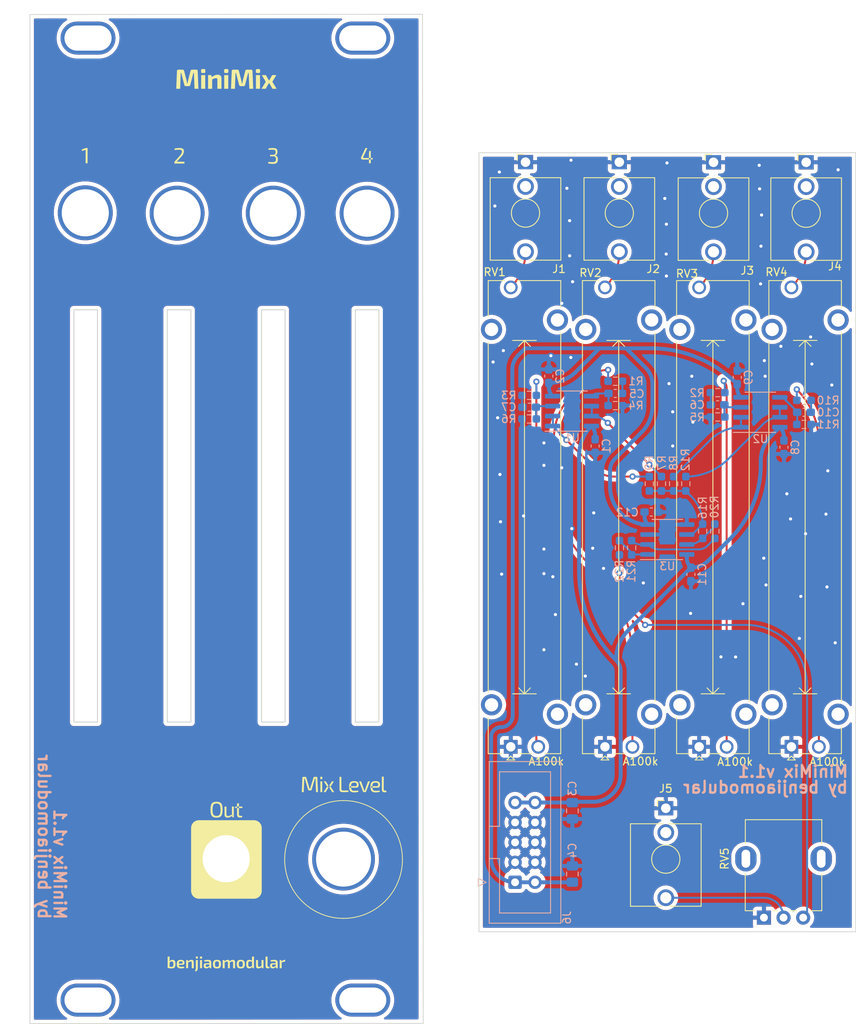
<source format=kicad_pcb>
(kicad_pcb (version 20211014) (generator pcbnew)
  (title_block (title "MiniMix") (rev "v1.1"))
  (layers (0 "F.Cu" signal) (31 "B.Cu" signal) (34 "B.Paste" user) (35 "F.Paste" user) (36 "B.SilkS" user "B.Silkscreen") (37 "F.SilkS" user "F.Silkscreen") (38 "B.Mask" user) (39 "F.Mask" user) (44 "Edge.Cuts" user))
  (net 0 "")
  (net 1 "GND")
  (net 2 "+12V")
  (net 3 "-12V")
  (net 4 "Net-(C5-Pad1)")
  (net 5 "Net-(C5-Pad2)")
  (net 6 "Net-(C6-Pad1)")
  (net 7 "Net-(C6-Pad2)")
  (net 8 "Net-(C7-Pad1)")
  (net 9 "Net-(C7-Pad2)")
  (net 10 "Net-(C10-Pad1)")
  (net 11 "Net-(C10-Pad2)")
  (net 13 "Net-(R22-Pad1)")
  (net 17 "Net-(J1-PadT)")
  (net 19 "Net-(J2-PadT)")
  (net 20 "Net-(J3-PadT)")
  (net 21 "Net-(J4-PadT)")
  (net 22 "Net-(R1-Pad2)")
  (net 23 "Net-(R2-Pad2)")
  (net 24 "Net-(R3-Pad2)")
  (net 25 "/MIXER_IN")
  (net 26 "Net-(R7-Pad2)")
  (net 27 "Net-(R8-Pad2)")
  (net 28 "Net-(R9-Pad2)")
  (net 29 "Net-(R10-Pad2)")
  (net 30 "Net-(J5-PadT)")
  (net 31 "Net-(R12-Pad2)")
  (net 32 "Net-(R16-Pad1)")
  (net 33 "Net-(R20-Pad1)")
  (net 34 "Net-(R21-Pad1)")
  (footprint "Potentiometer_THT:Potentiometer_Bourns_PTA4543_Single_Slide" (layer "F.Cu") (at 151.25 133.25 90)
    (fp_text reference "RV1")
    (fp_text value "A100k")
  )
  (footprint "benjiaomodular:AudioJack_3.5mm" (layer "F.Cu") (at 177.079275 58.82)
    (fp_text reference "J3")
    (fp_text value "AudioJack2_SwitchT" hide)
  )
  (footprint "benjiaomodular:AudioJack_3.5mm" (layer "F.Cu") (at 165.079275 58.8)
    (fp_text reference "J2")
    (fp_text value "AudioJack2_SwitchT" hide)
  )
  (footprint "benjiaomodular:PanelHole_PTA45xx_SlidePot" (layer "F.Cu") (at 98.85 74.6 -90)
    (fp_text reference "REF**" hide)
    (fp_text value "PanelHole_PTA45xx_SlidePot")
    (fp_line (start 55.5 3.25) (end 55.5 0.25) (layer "Edge.Cuts") (width 0.12))
    (fp_line (start 55.5 0.25) (end 3 0.25) (layer "Edge.Cuts") (width 0.12))
    (fp_line (start 3 3.25) (end 55.5 3.25) (layer "Edge.Cuts") (width 0.12))
    (fp_line (start 3 0.25) (end 3 3.25) (layer "Edge.Cuts") (width 0.12))
  )
  (footprint "Potentiometer_THT:Potentiometer_Bourns_PTA4543_Single_Slide" (layer "F.Cu") (at 187 133.25 90)
    (fp_text reference "RV4")
    (fp_text value "A100k")
  )
  (footprint "benjiaomodular:PanelHole_AudioJack_3.5mm" (layer "F.Cu") (at 115 141)
    (fp_text reference "REF**")
    (fp_text value "PanelHole_AudioJack_3.5mm")
  )
  (footprint "benjiaomodular:Potentiometer_RV09" (layer "F.Cu") (at 183.5 155 90)
    (fp_text reference "RV5")
    (fp_text value "A100k")
  )
  (footprint "benjiaomodular:PanelHole_AudioJack_3.5mm" (layer "F.Cu") (at 97.05 58.75)
    (fp_text reference "REF**")
    (fp_text value "PanelHole_AudioJack_3.5mm")
  )
  (footprint "benjiaomodular:AudioJack_3.5mm" (layer "F.Cu") (at 153.129275 58.8)
    (fp_text reference "J1")
    (fp_text value "AudioJack2_SwitchT" hide)
  )
  (footprint "benjiaomodular:PanelHole_AudioJack_3.5mm" (layer "F.Cu") (at 132.95 58.8)
    (fp_text reference "REF**")
    (fp_text value "PanelHole_AudioJack_3.5mm")
  )
  (footprint "benjiaomodular:AudioJack_3.5mm" (layer "F.Cu") (at 171 141.07)
    (fp_text reference "J5")
    (fp_text value "AudioJack2_SwitchT" hide)
  )
  (footprint "benjiaomodular:PanelHole_AudioJack_3.5mm" (layer "F.Cu") (at 121 58.8)
    (fp_text reference "REF**")
    (fp_text value "PanelHole_AudioJack_3.5mm")
  )
  (footprint "benjiaomodular:PanelHole_PTA45xx_SlidePot" (layer "F.Cu") (at 110.75 74.6 -90)
    (fp_text reference "REF**" hide)
    (fp_text value "PanelHole_PTA45xx_SlidePot")
    (fp_line (start 3 3.25) (end 55.5 3.25) (layer "Edge.Cuts") (width 0.12))
    (fp_line (start 3 0.25) (end 3 3.25) (layer "Edge.Cuts") (width 0.12))
    (fp_line (start 55.5 0.25) (end 3 0.25) (layer "Edge.Cuts") (width 0.12))
    (fp_line (start 55.5 3.25) (end 55.5 0.25) (layer "Edge.Cuts") (width 0.12))
  )
  (footprint "benjiaomodular:PanelHole_PTA45xx_SlidePot" (layer "F.Cu") (at 122.75 74.6 -90)
    (fp_text reference "REF**" hide)
    (fp_text value "PanelHole_PTA45xx_SlidePot")
    (fp_line (start 55.5 0.25) (end 3 0.25) (layer "Edge.Cuts") (width 0.12))
    (fp_line (start 55.5 3.25) (end 55.5 0.25) (layer "Edge.Cuts") (width 0.12))
    (fp_line (start 3 3.25) (end 55.5 3.25) (layer "Edge.Cuts") (width 0.12))
    (fp_line (start 3 0.25) (end 3 3.25) (layer "Edge.Cuts") (width 0.12))
  )
  (footprint "benjiaomodular:PanelHole_PTA45xx_SlidePot" (layer "F.Cu") (at 134.7 74.6 -90)
    (fp_text reference "REF**" hide)
    (fp_text value "PanelHole_PTA45xx_SlidePot")
    (fp_line (start 3 0.25) (end 3 3.25) (layer "Edge.Cuts") (width 0.12))
    (fp_line (start 55.5 3.25) (end 55.5 0.25) (layer "Edge.Cuts") (width 0.12))
    (fp_line (start 55.5 0.25) (end 3 0.25) (layer "Edge.Cuts") (width 0.12))
    (fp_line (start 3 3.25) (end 55.5 3.25) (layer "Edge.Cuts") (width 0.12))
  )
  (footprint "benjiaomodular:PanelHole_Potentiometer_RV09" (layer "F.Cu") (at 127.45 155.05 90)
    (fp_text reference "REF**" hide)
    (fp_text value "PanelHole_Potentiometer_RV09" hide)
  )
  (footprint "benjiaomodular:AudioJack_3.5mm" (layer "F.Cu") (at 188.879275 58.82)
    (fp_text reference "J4")
    (fp_text value "AudioJack2_SwitchT" hide)
  )
  (footprint "benjiaomodular:PanelHole_AudioJack_3.5mm" (layer "F.Cu") (at 108.75 58.8)
    (fp_text reference "REF**")
    (fp_text value "PanelHole_AudioJack_3.5mm")
  )
  (footprint "Potentiometer_THT:Potentiometer_Bourns_PTA4543_Single_Slide" (layer "F.Cu") (at 175.25 133.25 90)
    (fp_text reference "RV3")
    (fp_text value "A100k")
  )
  (footprint "Potentiometer_THT:Potentiometer_Bourns_PTA4543_Single_Slide" (layer "F.Cu") (at 163.25 133.25 90)
    (fp_text reference "RV2")
    (fp_text value "A100k")
  )
  (footprint "benjiaomodular:Panel_10HP" (layer "F.Cu") (at 89.9 40)
    (fp_text reference "REF**")
    (fp_text value "Panel_10HP")
  )
  (footprint "Resistor_SMD:R_0603_1608Metric_Pad0.98x0.95mm_HandSolder" (layer "B.Cu") (at 173.55 99.75 90)
    (fp_text reference "R12")
    (fp_text value "100K")
  )
  (footprint "Resistor_SMD:R_0603_1608Metric_Pad0.98x0.95mm_HandSolder" (layer "B.Cu") (at 172 99.75 90)
    (fp_text reference "R8")
    (fp_text value "100K")
  )
  (footprint "Capacitor_SMD:C_0603_1608Metric_Pad1.08x0.95mm_HandSolder" (layer "B.Cu") (at 169.15 103.35)
    (fp_text reference "C12")
    (fp_text value "100nF")
  )
  (footprint "Capacitor_SMD:C_0603_1608Metric_Pad1.08x0.95mm_HandSolder" (layer "B.Cu") (at 164.5625 88.25)
    (fp_text reference "C5")
    (fp_text value "100nF")
  )
  (footprint "Resistor_SMD:R_0603_1608Metric_Pad0.98x0.95mm_HandSolder" (layer "B.Cu") (at 165.1 107.9 90)
    (fp_text reference "R22")
    (fp_text value "1K")
  )
  (footprint "Resistor_SMD:R_0603_1608Metric_Pad0.98x0.95mm_HandSolder" (layer "B.Cu") (at 153.6 88.5)
    (fp_text reference "R3")
    (fp_text value "10K")
  )
  (footprint "Resistor_SMD:R_0603_1608Metric_Pad0.98x0.95mm_HandSolder" (layer "B.Cu") (at 168.9 99.75 90)
    (fp_text reference "R9")
    (fp_text value "100K")
  )
  (footprint "Resistor_SMD:R_0603_1608Metric_Pad0.98x0.95mm_HandSolder" (layer "B.Cu") (at 177.25 105.8 90)
    (fp_text reference "R20")
    (fp_text value "100K")
  )
  (footprint "Resistor_SMD:R_0603_1608Metric_Pad0.98x0.95mm_HandSolder" (layer "B.Cu") (at 170.45 99.75 90)
    (fp_text reference "R7")
    (fp_text value "100K")
  )
  (footprint "Capacitor_SMD:C_0603_1608Metric_Pad1.08x0.95mm_HandSolder" (layer "B.Cu") (at 174.2 111.3 90)
    (fp_text reference "C11")
    (fp_text value "100nF")
  )
  (footprint "Resistor_SMD:R_0603_1608Metric_Pad0.98x0.95mm_HandSolder" (layer "B.Cu") (at 188.6 92.2 180)
    (fp_text reference "R11")
    (fp_text value "1M")
  )
  (footprint "Capacitor_SMD:C_0603_1608Metric_Pad1.08x0.95mm_HandSolder" (layer "B.Cu") (at 177.6 89.7 180)
    (fp_text reference "C6")
    (fp_text value "100nF")
  )
  (footprint "Capacitor_SMD:C_0805_2012Metric_Pad1.18x1.45mm_HandSolder" (layer "B.Cu") (at 159.1 149.45 -90)
    (fp_text reference "C4")
    (fp_text value "22uF")
  )
  (footprint "Package_SO:SOIC-8_3.9x4.9mm_P1.27mm" (layer "B.Cu") (at 183.05 90.65)
    (fp_text reference "U2")
    (fp_text value "NE5532")
  )
  (footprint "Capacitor_SMD:C_0603_1608Metric_Pad1.08x0.95mm_HandSolder" (layer "B.Cu") (at 180.1 86.2 90)
    (fp_text reference "C9")
    (fp_text value "100nF")
  )
  (footprint "Capacitor_SMD:C_0603_1608Metric_Pad1.08x0.95mm_HandSolder" (layer "B.Cu") (at 156.1 86.05 90)
    (fp_text reference "C2")
    (fp_text value "100nF")
  )
  (footprint "Capacitor_SMD:C_0805_2012Metric_Pad1.18x1.45mm_HandSolder" (layer "B.Cu") (at 159.1 141.4 -90)
    (fp_text reference "C3")
    (fp_text value "22uF")
  )
  (footprint "Resistor_SMD:R_0603_1608Metric_Pad0.98x0.95mm_HandSolder" (layer "B.Cu") (at 164.5625 86.7 180)
    (fp_text reference "R1")
    (fp_text value "10K")
  )
  (footprint "Resistor_SMD:R_0603_1608Metric_Pad0.98x0.95mm_HandSolder" (layer "B.Cu") (at 177.6 91.25)
    (fp_text reference "R5")
    (fp_text value "1M")
  )
  (footprint "Resistor_SMD:R_0603_1608Metric_Pad0.98x0.95mm_HandSolder" (layer "B.Cu") (at 175.7 105.8 90)
    (fp_text reference "R16")
    (fp_text value "100K")
  )
  (footprint "Connector_IDC:IDC-Header_2x05_P2.54mm_Vertical" (layer "B.Cu") (at 151.8 150.5)
    (fp_text reference "J6")
    (fp_text value "IDC_2x05")
  )
  (footprint "Package_SO:SOIC-8_3.9x4.9mm_P1.27mm" (layer "B.Cu") (at 159.05 90.5)
    (fp_text reference "U1")
    (fp_text value "NE5532")
  )
  (footprint "Package_SO:SOIC-8_3.9x4.9mm_P1.27mm" (layer "B.Cu") (at 171.2 106.85)
    (fp_text reference "U3")
    (fp_text value "NE5532")
  )
  (footprint "Capacitor_SMD:C_0603_1608Metric_Pad1.08x0.95mm_HandSolder" (layer "B.Cu") (at 188.6 90.65)
    (fp_text reference "C10")
    (fp_text value "100nF")
  )
  (footprint "Resistor_SMD:R_0603_1608Metric_Pad0.98x0.95mm_HandSolder" (layer "B.Cu") (at 164.5625 89.8 180)
    (fp_text reference "R4")
    (fp_text value "1M")
  )
  (footprint "Capacitor_SMD:C_0603_1608Metric_Pad1.08x0.95mm_HandSolder" (layer "B.Cu") (at 162 94.95 90)
    (fp_text reference "C1")
    (fp_text value "100nF")
  )
  (footprint "Resistor_SMD:R_0603_1608Metric_Pad0.98x0.95mm_HandSolder" (layer "B.Cu") (at 188.6 89.125 180)
    (fp_text reference "R10")
    (fp_text value "10K")
  )
  (footprint "Resistor_SMD:R_0603_1608Metric_Pad0.98x0.95mm_HandSolder" (layer "B.Cu") (at 177.6 88.15)
    (fp_text reference "R2")
    (fp_text value "10K")
  )
  (footprint "Capacitor_SMD:C_0603_1608Metric_Pad1.08x0.95mm_HandSolder" (layer "B.Cu") (at 153.6 90 180)
    (fp_text reference "C7")
    (fp_text value "100nF")
  )
  (footprint "Resistor_SMD:R_0603_1608Metric_Pad0.98x0.95mm_HandSolder" (layer "B.Cu") (at 166.65 107.9 90)
    (fp_text reference "R21")
    (fp_text value "100K")
  )
  (footprint "Capacitor_SMD:C_0603_1608Metric_Pad1.08x0.95mm_HandSolder" (layer "B.Cu") (at 186.05 95.1 90)
    (fp_text reference "C8")
    (fp_text value "100nF")
  )
  (footprint "Resistor_SMD:R_0603_1608Metric_Pad0.98x0.95mm_HandSolder" (layer "B.Cu") (at 153.6 91.5)
    (fp_text reference "R6")
    (fp_text value "1M")
  )
  (gr_line (start 109.708682 63.988541) (end 109.773359 64.021666) (layer "F.SilkS") (width 0.1))
  (gr_line (start 137.450253 147.594448) (end 137.450253 147.594448) (layer "F.SilkS") (width 0.1))
  (gr_line (start 122.010478 66.450951) (end 121.956051 66.498097) (layer "F.SilkS") (width 0.1))
  (gr_line (start 97.037624 66.838672) (end 96.961447 66.83288) (layer "F.SilkS") (width 0.1))
  (gr_line (start 127.011202 146.989844) (end 127.044701 146.844702) (layer "F.SilkS") (width 0.1))
  (gr_line (start 120.351601 66.692708) (end 120.286924 66.659582) (layer "F.SilkS") (width 0.1))
  (gr_line (start 122.787438 149.824719) (end 122.686372 149.468815) (layer "F.SilkS") (width 0.1))
  (gr_poly (pts (xy 115.131181 46.944791) (xy 115.14043 46.945255) (xy 115.149378 46.946029) (xy 115.158024 46.947112) (xy 115.166369 46.948505) (xy 115.174412 46.950208) (xy 115.182152 46.95222) (xy 115.189591 46.954542) (xy 115.196727 46.957174) (xy 115.203561 46.960115) (xy 115.210093 46.963367) (xy 115.216322 46.966928) (xy 115.222248 46.970799) (xy 115.227871 46.97498) (xy 115.233192 46.979471) (xy 115.238209 46.984272) (xy 115.242923 46.989383) (xy 115.247334 46.994804) (xy 115.251442 47.000536) (xy 115.255246 47.006577) (xy 115.258746 47.012929) (xy 115.261943 47.019591) (xy 115.264836 47.026563) (xy 115.267424 47.033846) (xy 115.269709 47.041439) (xy 115.271689 47.049342) (xy 115.273365 47.057556) (xy 115.274737 47.06608) (xy 115.275804 47.074915) (xy 115.276566 47.08406) (xy 115.277176 47.103283) (xy 115.277176 47.290352) (xy 115.277023 47.300118) (xy 115.276566 47.309574) (xy 115.275804 47.31872) (xy 115.274737 47.327554) (xy 115.273365 47.336079) (xy 115.271689 47.344292) (xy 115.269709 47.352196) (xy 115.267424 47.359789) (xy 115.264836 47.367071) (xy 115.261943 47.374043) (xy 115.258746 47.380705) (xy 115.255246 47.387057) (xy 115.251442 47.393099) (xy 115.247334 47.39883) (xy 115.242923 47.404251) (xy 115.238209 47.409362) (xy 115.233192 47.414163) (xy 115.227871 47.418655) (xy 115.222248 47.422836) (xy 115.216322 47.426707) (xy 115.210093 47.430268) (xy 115.203561 47.433519) (xy 115.196727 47.436461) (xy 115.189591 47.439093) (xy 115.182152 47.441415) (xy 115.174412 47.443427) (xy 115.166369 47.445129) (xy 115.158024 47.446522) (xy 115.149378 47.447606) (xy 115.14043 47.448379) (xy 115.131181 47.448844) (xy 115.12163 47.448998) (xy 114.89632 47.448998) (xy 114.88677 47.448844) (xy 114.87752 47.448379) (xy 114.868573 47.447606) (xy 114.859926 47.446522) (xy 114.851582 47.445129) (xy 114.843539 47.443427) (xy 114.835799 47.441415) (xy 114.82836 47.439093) (xy 114.821224 47.436461) (xy 114.81439 47.433519) (xy 114.807858 47.430268) (xy 114.801629 47.426707) (xy 114.795703 47.422836) (xy 114.79008 47.418655) (xy 114.784759 47.414163) (xy 114.779742 47.409362) (xy 114.775028 47.404251) (xy 114.770617 47.39883) (xy 114.766509 47.393099) (xy 114.762705 47.387057) (xy 114.759205 47.380705) (xy 114.756008 47.374043) (xy 114.753115 47.367071) (xy 114.750526 47.359789) (xy 114.748242 47.352196) (xy 114.746261 47.344292) (xy 114.744585 47.336079) (xy 114.743214 47.327554) (xy 114.742147 47.31872) (xy 114.741384 47.309574) (xy 114.740774 47.290352) (xy 114.740774 47.103283) (xy 114.740927 47.093516) (xy 114.741384 47.08406) (xy 114.742147 47.074915) (xy 114.743214 47.06608) (xy 114.744585 47.057556) (xy 114.746261 47.049342) (xy 114.748242 47.041439) (xy 114.750526 47.033846) (xy 114.753115 47.026563) (xy 114.756008 47.019591) (xy 114.759205 47.012929) (xy 114.762705 47.006577) (xy 114.766509 47.000536) (xy 114.770617 46.994805) (xy 114.775028 46.989383) (xy 114.779742 46.984272) (xy 114.784759 46.979471) (xy 114.79008 46.97498) (xy 114.795703 46.970799) (xy 114.801629 46.966928) (xy 114.807858 46.963367) (xy 114.81439 46.960115) (xy 114.821224 46.957174) (xy 114.82836 46.954542) (xy 114.835799 46.95222) (xy 114.843539 46.950208) (xy 114.851582 46.948505) (xy 114.859926 46.947112) (xy 114.868573 46.946029) (xy 114.87752 46.945255) (xy 114.88677 46.944791) (xy 114.89632 46.944636) (xy 115.12163 46.944636)) (layer "F.SilkS") (width 0) (fill solid))
  (gr_line (start 107.64939 64.824874) (end 107.676248 64.756757) (layer "F.SilkS") (width 0.1))
  (gr_line (start 124.907422 142.042813) (end 125.179556 141.807084) (layer "F.SilkS") (width 0.1))
  (gr_line (start 110.302194 66.179288) (end 110.260374 66.238098) (layer "F.SilkS") (width 0.1))
  (gr_line (start 134.264431 64.625636) (end 134.297556 64.690313) (layer "F.SilkS") (width 0.1))
  (gr_line (start 136.710671 144.342888) (end 136.860865 144.67511) (layer "F.SilkS") (width 0.1))
  (gr_line (start 95.614813 65.340624) (end 95.616765 65.263434) (layer "F.SilkS") (width 0.1))
  (gr_line (start 132.868283 63.842576) (end 132.945473 63.840624) (layer "F.SilkS") (width 0.1))
  (gr_line (start 128.782518 150.358693) (end 128.649629 150.298616) (layer "F.SilkS") (width 0.1))
  (gr_line (start 122.284752 66.118428) (end 122.245735 66.179288) (layer "F.SilkS") (width 0.1))
  (gr_line (start 131.745201 149.998454) (end 131.627582 150.082095) (layer "F.SilkS") (width 0.1))
  (gr_line (start 120.699611 63.871099) (end 120.773478 63.857908) (layer "F.SilkS") (width 0.1))
  (gr_line (start 130.256986 144.609937) (end 130.407124 144.629015) (layer "F.SilkS") (width 0.1))
  (gr_line (start 96.106247 64.230297) (end 96.160674 64.183152) (layer "F.SilkS") (width 0.1))
  (gr_line (start 134.0558 66.34919) (end 134.006133 66.401284) (layer "F.SilkS") (width 0.1))
  (gr_line (start 130.981754 144.776488) (end 131.117989 144.830204) (layer "F.SilkS") (width 0.1))
  (gr_line (start 119.549137 64.965751) (end 119.56935 64.89457) (layer "F.SilkS") (width 0.1))
  (gr_line (start 123.940237 152.081818) (end 123.731135 151.78777) (layer "F.SilkS") (width 0.1))
  (gr_poly (pts (xy 120.443787 48.39416) (xy 120.475307 48.39416) (xy 120.856159 47.713581) (xy 121.385326 47.713581) (xy 120.880964 48.563659) (xy 121.424086 49.45611) (xy 120.894918 49.45611) (xy 120.469622 48.718688) (xy 120.449989 48.718688) (xy 120.027275 49.45611) (xy 119.494492 49.45611) (xy 120.037609 48.563659) (xy 119.533247 47.713581) (xy 120.062414 47.713581)) (layer "F.SilkS") (width 0) (fill solid))
  (gr_line (start 137.214133 149.468815) (end 137.113067 149.824719) (layer "F.SilkS") (width 0.1))
  (gr_line (start 120.848547 63.848369) (end 120.924723 63.842576) (layer "F.SilkS") (width 0.1))
  (gr_line (start 132.295161 63.988541) (end 132.361605 63.958502) (layer "F.SilkS") (width 0.1))
  (gr_line (start 126.375307 140.999658) (end 126.698692 140.83403) (layer "F.SilkS") (width 0.1))
  (gr_line (start 109.773359 66.659582) (end 109.708682 66.692708) (layer "F.SilkS") (width 0.1))
  (gr_line (start 132.815379 146.702341) (end 132.855805 146.844702) (layer "F.SilkS") (width 0.1))
  (gr_line (start 120.555859 63.908061) (end 120.62704 63.887848) (layer "F.SilkS") (width 0.1))
  (gr_line (start 120.486163 63.931644) (end 120.555859 63.908061) (layer "F.SilkS") (width 0.1))
  (gr_line (start 108.219707 64.096801) (end 108.280566 64.057784) (layer "F.SilkS") (width 0.1))
  (gr_line (start 96.399824 64.021666) (end 96.464501 63.988541) (layer "F.SilkS") (width 0.1))
  (gr_line (start 136.545043 144.019503) (end 136.710671 144.342888) (layer "F.SilkS") (width 0.1))
  (gr_line (start 98.584338 65.038322) (end 98.59753 65.112189) (layer "F.SilkS") (width 0.1))
  (gr_line (start 109.836175 64.057784) (end 109.897035 64.096801) (layer "F.SilkS") (width 0.1))
  (gr_line (start 131.967386 149.815102) (end 131.858532 149.909394) (layer "F.SilkS") (width 0.1))
  (gr_line (start 121.447967 63.908061) (end 121.517663 63.931644) (layer "F.SilkS") (width 0.1))
  (gr_line (start 130.554858 150.533499) (end 130.407124 150.559882) (layer "F.SilkS") (width 0.1))
  (gr_line (start 123.536053 151.483471) (end 123.355462 151.169394) (layer "F.SilkS") (width 0.1))
  (gr_line (start 129.345648 144.655398) (end 129.493383 144.629015) (layer "F.SilkS") (width 0.1))
  (gr_line (start 132.768214 148.625948) (end 132.714498 148.762183) (layer "F.SilkS") (width 0.1))
  (gr_line (start 110.440493 65.924492) (end 110.410454 65.990936) (layer "F.SilkS") (width 0.1))
  (gr_poly (pts (xy 122.496094 160.613163) (xy 122.422195 160.613163) (xy 122.401515 160.613588) (xy 122.380754 160.614864) (xy 122.359916 160.616993) (xy 122.339008 160.619979) (xy 122.318033 160.623825) (xy 122.296998 160.628532) (xy 122.275907 160.634105) (xy 122.254765 160.640545) (xy 122.235648 160.646991) (xy 122.215209 160.654307) (xy 122.193555 160.662421) (xy 122.170793 160.671259) (xy 122.122371 160.690812) (xy 122.070797 160.712376) (xy 122.070797 161.441014) (xy 121.81448 161.441014) (xy 121.81448 160.401806) (xy 122.013435 160.401806) (xy 122.040306 160.562519) (xy 122.066207 160.54187) (xy 122.092209 160.522316) (xy 122.118319 160.503877) (xy 122.144539 160.486576) (xy 122.170876 160.470436) (xy 122.197334 160.455478) (xy 122.210609 160.448449) (xy 122.223917 160.441724) (xy 122.237257 160.435305) (xy 122.25063 160.429196) (xy 122.264884 160.422787) (xy 122.279073 160.416784) (xy 122.293196 160.411189) (xy 122.307253 160.406002) (xy 122.321244 160.401224) (xy 122.335169 160.396857) (xy 122.349027 160.392901) (xy 122.36282 160.389357) (xy 122.376546 160.386226) (xy 122.390206 160.38351) (xy 122.4038 160.381209) (xy 122.417328 160.379324) (xy 122.430789 160.377856) (xy 122.444184 160.376806) (xy 122.457513 160.376176) (xy 122.470776 160.375965) (xy 122.521412 160.375965)) (layer "F.SilkS") (width 0) (fill solid))
  (gr_line (start 132.717038 63.857908) (end 132.792107 63.848369) (layer "F.SilkS") (width 0.1))
  (gr_line (start 121.447967 66.773187) (end 121.376786 66.7934) (layer "F.SilkS") (width 0.1))
  (gr_line (start 131.936907 64.230297) (end 131.991334 64.183152) (layer "F.SilkS") (width 0.1))
  (gr_line (start 130.256986 150.57896) (end 130.104632 150.590545) (layer "F.SilkS") (width 0.1))
  (gr_line (start 107.64939 65.856374) (end 107.625808 65.786678) (layer "F.SilkS") (width 0.1))
  (gr_line (start 134.147476 66.238098) (end 134.102945 66.294763) (layer "F.SilkS") (width 0.1))
  (gr_line (start 108.542621 63.931644) (end 108.612317 63.908061) (layer "F.SilkS") (width 0.1))
  (gr_line (start 124.398617 152.637279) (end 124.162888 152.365145) (layer "F.SilkS") (width 0.1))
  (gr_line (start 132.934764 147.901181) (end 132.915686 148.051319) (layer "F.SilkS") (width 0.1))
  (gr_line (start 107.775531 66.118428) (end 107.739413 66.055613) (layer "F.SilkS") (width 0.1))
  (gr_line (start 107.605595 65.715497) (end 107.588845 65.642926) (layer "F.SilkS") (width 0.1))
  (gr_line (start 132.815379 148.486556) (end 132.768214 148.625948) (layer "F.SilkS") (width 0.1))
  (gr_line (start 122.602626 149.10596) (end 122.536669 148.736625) (layer "F.SilkS") (width 0.1))
  (gr_line (start 131.475947 65.642926) (end 131.462756 65.569059) (layer "F.SilkS") (width 0.1))
  (gr_line (start 122.494167 65.187258) (end 122.499959 65.263434) (layer "F.SilkS") (width 0.1))
  (gr_line (start 128.438741 140.246822) (end 128.808077 140.180865) (layer "F.SilkS") (width 0.1))
  (gr_line (start 132.643171 63.871099) (end 132.717038 63.857908) (layer "F.SilkS") (width 0.1))
  (gr_line (start 122.488974 146.827617) (end 122.536669 146.452272) (layer "F.SilkS") (width 0.1))
  (gr_line (start 131.462756 65.112189) (end 131.475947 65.038322) (layer "F.SilkS") (width 0.1))
  (gr_line (start 134.264431 66.055613) (end 134.228313 66.118428) (layer "F.SilkS") (width 0.1))
  (gr_line (start 131.967386 145.373795) (end 132.071574 145.473129) (layer "F.SilkS") (width 0.1))
  (gr_line (start 131.447425 65.263434) (end 131.453217 65.187258) (layer "F.SilkS") (width 0.1))
  (gr_line (start 122.460012 147.980397) (end 122.450253 147.594448) (layer "F.SilkS") (width 0.1))
  (gr_line (start 131.56335 65.924492) (end 131.536492 65.856374) (layer "F.SilkS") (width 0.1))
  (gr_line (start 131.835146 64.332058) (end 131.884813 64.279964) (layer "F.SilkS") (width 0.1))
  (gr_poly (pts (xy 111.857505 159.950717) (xy 111.862042 159.950943) (xy 111.86643 159.951319) (xy 111.870667 159.951845) (xy 111.874754 159.952521) (xy 111.878692 159.953347) (xy 111.88248 159.954324) (xy 111.886118 159.95545) (xy 111.889607 159.956725) (xy 111.892947 159.95815) (xy 111.896137 159.959725) (xy 111.899177 159.961449) (xy 111.902069 159.963322) (xy 111.904812 159.965344) (xy 111.907405 159.967515) (xy 111.90985 159.969836) (xy 111.912146 159.972305) (xy 111.914293 159.974923) (xy 111.916291 159.977689) (xy 111.918141 159.980604) (xy 111.919842 159.983667) (xy 111.921395 159.986879) (xy 111.9228 159.990238) (xy 111.924056 159.993746) (xy 111.925164 159.997402) (xy 111.926124 160.001206) (xy 111.926937 160.005157) (xy 111.927601 160.009256) (xy 111.928118 160.013503) (xy 111.928487 160.017897) (xy 111.928782 160.027127) (xy 111.928782 160.145466) (xy 111.928708 160.150154) (xy 111.928487 160.154692) (xy 111.928118 160.159079) (xy 111.927601 160.163317) (xy 111.926937 160.167404) (xy 111.926124 160.171342) (xy 111.925164 160.17513) (xy 111.924056 160.178769) (xy 111.9228 160.182258) (xy 111.921395 160.185597) (xy 111.919842 160.188788) (xy 111.918141 160.191828) (xy 111.916291 160.19472) (xy 111.914293 160.197463) (xy 111.912146 160.200056) (xy 111.90985 160.202501) (xy 111.907405 160.204796) (xy 111.904812 160.206943) (xy 111.902069 160.208942) (xy 111.899177 160.210792) (xy 111.896137 160.212493) (xy 111.892947 160.214046) (xy 111.889607 160.21545) (xy 111.886118 160.216707) (xy 111.88248 160.217815) (xy 111.878692 160.218775) (xy 111.874754 160.219587) (xy 111.870667 160.220252) (xy 111.86643 160.220768) (xy 111.862042 160.221137) (xy 111.857505 160.221358) (xy 111.852818 160.221432) (xy 111.738096 160.221432) (xy 111.733409 160.221358) (xy 111.728872 160.221137) (xy 111.724484 160.220768) (xy 111.720247 160.220251) (xy 111.71616 160.219587) (xy 111.712222 160.218774) (xy 111.708434 160.217814) (xy 111.704796 160.216706) (xy 111.701307 160.215449) (xy 111.697967 160.214044) (xy 111.694777 160.212491) (xy 111.691736 160.21079) (xy 111.688845 160.20894) (xy 111.686102 160.206941) (xy 111.683509 160.204794) (xy 111.681064 160.202498) (xy 111.678768 160.200053) (xy 111.676621 160.197459) (xy 111.674623 160.194717) (xy 111.672773 160.191825) (xy 111.671072 160.188784) (xy 111.669519 160.185594) (xy 111.668114 160.182254) (xy 111.666858 160.178766) (xy 111.66575 160.175127) (xy 111.664789 160.171339) (xy 111.663977 160.167402) (xy 111.663313 160.163315) (xy 111.662796 160.159077) (xy 111.662427 160.15469) (xy 111.662206 160.150153) (xy 111.662132 160.145466) (xy 111.662132 160.027127) (xy 111.662206 160.022439) (xy 111.662427 160.017898) (xy 111.662796 160.013504) (xy 111.663313 160.009258) (xy 111.663977 160.00516) (xy 111.664789 160.001208) (xy 111.66575 159.997405) (xy 111.666858 159.993749) (xy 111.668114 159.990242) (xy 111.669519 159.986882) (xy 111.671072 159.98367) (xy 111.672773 159.980607) (xy 111.674623 159.977692) (xy 111.676621 159.974926) (xy 111.678768 159.972308) (xy 111.681064 159.969838) (xy 111.683509 159.967518) (xy 111.686102 159.965347) (xy 111.688845 159.963324) (xy 111.691736 159.961451) (xy 111.694777 159.959727) (xy 111.697967 159.958152) (xy 111.701307 159.956726) (xy 111.704796 159.955451) (xy 111.708434 159.954324) (xy 111.712222 159.953348) (xy 111.71616 159.952522) (xy 111.720247 159.951845) (xy 111.724484 159.951319) (xy 111.728872 159.950943) (xy 111.733409 159.950717) (xy 111.738096 159.950642) (xy 111.852818 159.950642)) (layer "F.SilkS") (width 0) (fill solid))
  (gr_line (start 137.113067 149.824719) (end 136.995155 150.1732) (layer "F.SilkS") (width 0.1))
  (gr_line (start 125.756931 153.813566) (end 125.462883 153.604464) (layer "F.SilkS") (width 0.1))
  (gr_line (start 131.626515 64.625636) (end 131.662633 64.56282) (layer "F.SilkS") (width 0.1))
  (gr_line (start 127.312337 146.164471) (end 127.384573 146.03884) (layer "F.SilkS") (width 0.1))
  (gr_line (start 97.698681 66.722747) (end 97.630564 66.749605) (layer "F.SilkS") (width 0.1))
  (gr_line (start 133.461223 63.931644) (end 133.52934 63.958502) (layer "F.SilkS") (width 0.1))
  (gr_line (start 127.384573 149.150057) (end 127.312337 149.024426) (layer "F.SilkS") (width 0.1))
  (gr_line (start 129.64352 144.609937) (end 129.795873 144.598352) (layer "F.SilkS") (width 0.1))
  (gr_line (start 134.378036 65.786678) (end 134.354453 65.856374) (layer "F.SilkS") (width 0.1))
  (gr_line (start 131.824619 154.858329) (end 131.461764 154.942075) (layer "F.SilkS") (width 0.1))
  (gr_line (start 129.183421 155.055727) (end 128.808077 155.008032) (layer "F.SilkS") (width 0.1))
  (gr_poly (pts (xy 112.730748 160.376093) (xy 112.745879 160.376497) (xy 112.760691 160.377169) (xy 112.775185 160.37811) (xy 112.789362 160.379318) (xy 112.803223 160.380792) (xy 112.816767 160.382532) (xy 112.829997 160.384538) (xy 112.842912 160.386809) (xy 112.855514 160.389343) (xy 112.867804 160.392141) (xy 112.879781 160.395202) (xy 112.891448 160.398525) (xy 112.902804 160.40211) (xy 112.91385 160.405955) (xy 112.924587 160.410061) (xy 112.935269 160.414219) (xy 112.945622 160.418741) (xy 112.955643 160.423624) (xy 112.965335 160.428871) (xy 112.974696 160.434481) (xy 112.983727 160.440453) (xy 112.992427 160.446789) (xy 113.000797 160.453487) (xy 113.008836 160.460548) (xy 113.016545 160.467972) (xy 113.023922 160.475759) (xy 113.030969 160.483909) (xy 113.037685 160.492422) (xy 113.044069 160.501298) (xy 113.050123 160.510536) (xy 113.055845 160.520138) (xy 113.061228 160.530159) (xy 113.066263 160.540644) (xy 113.07095 160.551595) (xy 113.075291 160.56301) (xy 113.079283 160.57489) (xy 113.082929 160.587234) (xy 113.086227 160.600042) (xy 113.089178 160.613314) (xy 113.091782 160.627049) (xy 113.094038 160.641247) (xy 113.095948 160.655908) (xy 113.09751 160.671031) (xy 113.098725 160.686616) (xy 113.099592 160.702663) (xy 113.100113 160.719172) (xy 113.100287 160.736142) (xy 113.100287 161.441006) (xy 112.897198 161.441006) (xy 112.86981 161.269444) (xy 112.869167 161.270186) (xy 112.868568 161.270898) (xy 112.867473 161.272253) (xy 112.866473 161.273543) (xy 112.865513 161.274804) (xy 112.864542 161.276074) (xy 112.863506 161.277386) (xy 112.862351 161.278778) (xy 112.861713 161.279515) (xy 112.861025 161.280285) (xy 112.850684 161.290863) (xy 112.839766 161.301448) (xy 112.828265 161.312038) (xy 112.816175 161.322633) (xy 112.803491 161.333231) (xy 112.790205 161.343831) (xy 112.776312 161.354432) (xy 112.761807 161.365033) (xy 112.747223 161.375375) (xy 112.732045 161.385248) (xy 112.716273 161.394655) (xy 112.699907 161.403599) (xy 112.682945 161.412083) (xy 112.665387 161.420108) (xy 112.647232 161.427678) (xy 112.628481 161.434796) (xy 112.619152 161.438126) (xy 112.609685 161.441239) (xy 112.600081 161.444134) (xy 112.590341 161.446813) (xy 112.580465 161.449276) (xy 112.570455 161.451522) (xy 112.560311 161.453553) (xy 112.550033 161.455368) (xy 112.529083 161.458355) (xy 112.507609 161.460485) (xy 112.485618 161.461761) (xy 112.463116 161.462185) (xy 112.451552 161.462064) (xy 112.440144 161.4617) (xy 112.42889 161.461093) (xy 112.417789 161.460241) (xy 112.40684 161.459144) (xy 112.396042 161.457801) (xy 112.385395 161.456212) (xy 112.374898 161.454375) (xy 112.36455 161.452289) (xy 112.354349 161.449954) (xy 112.344295 161.44737) (xy 112.334388 161.444534) (xy 112.324626 161.441447) (xy 112.315008 161.438108) (xy 112.305534 161.434515) (xy 112.296202 161.430668) (xy 112.287062 161.426311) (xy 112.278162 161.421717) (xy 112.269503 161.416888) (xy 112.261087 161.411824) (xy 112.252915 161.406525) (xy 112.244987 161.400993) (xy 112.237306 161.395228) (xy 112.229871 161.389231) (xy 112.222684 161.383003) (xy 112.215746 161.376545) (xy 112.209059 161.369856) (xy 112.202623 161.362939) (xy 112.196439 161.355794) (xy 112.190509 161.348421) (xy 112.184833 161.340822) (xy 112.179413 161.332997) (xy 112.174286 161.324683) (xy 112.169489 161.31614) (xy 112.165023 161.307369) (xy 112.160886 161.298368) (xy 112.157079 161.289137) (xy 112.153603 161.279675) (xy 112.150457 161.269983) (xy 112.147642 161.260059) (xy 112.145158 161.249903) (xy 112.143004 161.239515) (xy 112.141182 161.228894) (xy 112.13969 161.21804) (xy 112.13853 161.206953) (xy 112.137701 161.195631) (xy 112.137203 161.184075) (xy 112.137037 161.172284) (xy 112.137037 161.138188) (xy 112.393353 161.138188) (xy 112.393488 161.146012) (xy 112.393892 161.15361) (xy 112.394565 161.160983) (xy 112.395506 161.168128) (xy 112.396715 161.175045) (xy 112.39819 161.181734) (xy 112.399932 161.188193) (xy 112.401938 161.194421) (xy 112.40421 161.200418) (xy 112.406745 161.206183) (xy 112.409543 161.211715) (xy 112.412604 161.217014) (xy 112.415927 161.222077) (xy 112.419511 161.226905) (xy 112.423355 161.231497) (xy 112.42746 161.235852) (xy 112.431838 161.2397) (xy 112.436505 161.243294) (xy 112.441462 161.246634) (xy 112.446711 161.249722) (xy 112.452253 161.252558) (xy 112.458088 161.255144) (xy 112.464219 161.257479) (xy 112.470646 161.259565) (xy 112.477371 161.261402) (xy 112.484395 161.262992) (xy 112.491719 161.264335) (xy 112.499344 161.265432) (xy 112.507271 161.266284) (xy 112.515502 161.266891) (xy 112.524037 161.267255) (xy 112.532879 161.267376) (xy 112.540074 161.267286) (xy 112.54737 161.267014) (xy 112.562267 161.265926) (xy 112.577566 161.264112) (xy 112.593266 161.261571) (xy 112.609362 161.258303) (xy 112.625852 161.254305) (xy 112.642734 161.249579) (xy 112.660004 161.244122) (xy 112.677428 161.237967) (xy 112.694777 161.231154) (xy 112.712054 161.223682) (xy 112.729262 161.21555) (xy 112.746404 161.206759) (xy 112.763483 161.197308) (xy 112.780501 161.187197) (xy 112.797463 161.176426) (xy 112.800523 161.174399) (xy 112.8035 161.172273) (xy 112.806402 161.17006) (xy 112.809241 161.167772) (xy 112.812025 161.16542) (xy 112.814765 161.163017) (xy 112.820152 161.158101) (xy 112.830829 161.14816) (xy 112.836277 161.143323) (xy 112.839063 161.140978) (xy 112.841904 161.138699) (xy 112.841904 160.960415) (xy 112.511692 160.960415) (xy 112.503896 160.960785) (xy 112.496382 160.961392) (xy 112.489151 160.962236) (xy 112.482202 160.963316) (xy 112.475534 160.964633) (xy 112.469149 160.966184) (xy 112.463045 160.967971) (xy 112.457222 160.969992) (xy 112.45168 160.972247) (xy 112.44642 160.974735) (xy 112.44144 160.977455) (xy 112.43674 160.980407) (xy 112.432321 160.983591) (xy 112.428181 160.987006) (xy 112.424322 160.990651) (xy 112.420742 160.994526) (xy 112.417411 160.998579) (xy 112.414297 161.002815) (xy 112.411401 161.007235) (xy 112.408722 161.011838) (xy 112.406259 161.016624) (xy 112.404013 161.021593) (xy 112.401982 161.026745) (xy 112.400167 161.03208) (xy 112.398566 161.037598) (xy 112.397181 161.043299) (xy 112.396009 161.049183) (xy 112.395052 161.055249) (xy 112.394308 161.061498) (xy 112.393777 161.06793) (xy 112.393459 161.074544) (xy 112.393353 161.081341) (xy 112.393353 161.138188) (xy 112.137037 161.138188) (xy 112.137037 161.062214) (xy 112.137354 161.047081) (xy 112.138302 161.032373) (xy 112.139882 161.018093) (xy 112.142093 161.00424) (xy 112.144935 160.990814) (xy 112.148406 160.977818) (xy 112.152507 160.96525) (xy 112.157237 160.953111) (xy 112.162596 160.941402) (xy 112.168582 160.930124) (xy 112.175195 160.919277) (xy 112.182436 160.908862) (xy 112.190302 160.898878) (xy 112.198794 160.889327) (xy 112.207911 160.880209) (xy 112.217653 160.871525) (xy 112.228202 160.86306) (xy 112.239213 160.855144) (xy 112.250685 160.847777) (xy 112.262618 160.840959) (xy 112.275014 160.834689) (xy 112.287871 160.828966) (xy 112.301192 160.823791) (xy 112.314975 160.819163) (xy 112.329221 160.815081) (xy 112.34393 160.811544) (xy 112.359103 160.808553) (xy 112.374739 160.806107) (xy 112.39084 160.804206) (xy 112.407405 160.802848) (xy 112.424435 160.802033) (xy 112.441929 160.801762) (xy 112.841904 160.801762) (xy 112.841904 160.734066) (xy 112.841759 160.723932) (xy 112.841325 160.714153) (xy 112.840599 160.704733) (xy 112.839581 160.69567) (xy 112.83827 160.686967) (xy 112.836665 160.678623) (xy 112.834764 160.670641) (xy 112.832567 160.663021) (xy 112.830072 160.655764) (xy 112.827278 160.648871) (xy 112.824185 160.642343) (xy 112.82079 160.636181) (xy 112.817094 160.630385) (xy 112.813094 160.624957) (xy 112.80879 160.619898) (xy 112.80418 160.615208) (xy 112.799143 160.6106) (xy 112.793555 160.606297) (xy 112.787419 160.602299) (xy 112.780734 160.598603) (xy 112.773502 160.595209) (xy 112.765722 160.592115) (xy 112.757394 160.589322) (xy 112.748521 160.586827) (xy 112.739102 160.584629) (xy 112.729138 160.582728) (xy 112.718629 160.581123) (xy 112.707576 160.579812) (xy 112.69598 160.578793) (xy 112.683841 160.578068) (xy 112.67116 160.577633) (xy 112.657936 160.577488) (xy 112.615093 160.577815) (xy 112.566977 160.578835) (xy 112.513569 160.580604) (xy 112.454847 160.58318) (xy 112.394394 160.586524) (xy 112.333679 160.590497) (xy 112.2727 160.595079) (xy 112.211453 160.600247) (xy 112.188198 160.42455) (xy 112.207003 160.420919) (xy 112.226382 160.417425) (xy 112.266892 160.410838) (xy 112.309783 160.404777) (xy 112.355112 160.399228) (xy 112.401847 160.394176) (xy 112.448891 160.389636) (xy 112.496201 160.385633) (xy 112.543732 160.382191) (xy 112.590184 160.37957) (xy 112.634277 160.377806) (xy 112.675989 160.376812) (xy 112.715298 160.3765) (xy 112.715298 160.375958)) (layer "F.SilkS") (width 0) (fill solid))
  (gr_line (start 132.868283 66.838672) (end 132.792107 66.83288) (layer "F.SilkS") (width 0.1))
  (gr_line (start 122.488974 148.36128) (end 122.460012 147.980397) (layer "F.SilkS") (width 0.1))
  (gr_line (start 131.461764 140.246822) (end 131.824619 140.330568) (layer "F.SilkS") (width 0.1))
  (gr_line (start 128.808077 155.008032) (end 128.438741 154.942075) (layer "F.SilkS") (width 0.1))
  (gr_line (start 110.467351 64.824874) (end 110.490934 64.89457) (layer "F.SilkS") (width 0.1))
  (gr_line (start 126.375307 154.189239) (end 126.06123 154.008648) (layer "F.SilkS") (width 0.1))
  (gr_line (start 108.542621 66.749605) (end 108.474503 66.722747) (layer "F.SilkS") (width 0.1))
  (gr_line (start 128.649629 150.298616) (end 128.520275 150.232364) (layer "F.SilkS") (width 0.1))
  (gr_line (start 128.155305 145.190443) (end 128.272925 145.106802) (layer "F.SilkS") (width 0.1))
  (gr_line (start 127.030914 154.505061) (end 126.698692 154.354867) (layer "F.SilkS") (width 0.1))
  (gr_line (start 133.201813 140.83403) (end 133.525198 140.999658) (layer "F.SilkS") (width 0.1))
  (gr_line (start 132.180523 140.431634) (end 132.529004 140.549546) (layer "F.SilkS") (width 0.1))
  (gr_line (start 98.068953 66.498097) (end 98.012287 66.542627) (layer "F.SilkS") (width 0.1))
  (gr_line (start 122.787438 145.364178) (end 122.905351 145.015697) (layer "F.SilkS") (width 0.1))
  (gr_line (start 96.812511 66.81015) (end 96.73994 66.7934) (layer "F.SilkS") (width 0.1))
  (gr_poly (pts (xy 133.421013 58.265631) (xy 133.186768 58.265631) (xy 133.186768 57.692723) (xy 133.229099 57.370989) (xy 133.421013 57.370989)) (layer "F.SilkS") (width 0) (fill solid))
  (gr_line (start 98.614813 65.340624) (end 98.612861 65.417814) (layer "F.SilkS") (width 0.1))
  (gr_line (start 131.626515 66.055613) (end 131.593389 65.990936) (layer "F.SilkS") (width 0.1))
  (gr_line (start 132.65442 146.293825) (end 132.714498 146.426714) (layer "F.SilkS") (width 0.1))
  (gr_line (start 127.011202 148.199053) (end 126.984819 148.051319) (layer "F.SilkS") (width 0.1))
  (gr_line (start 123.536053 143.705426) (end 123.731135 143.401127) (layer "F.SilkS") (width 0.1))
  (gr_line (start 108.049805 64.230297) (end 108.104232 64.183152) (layer "F.SilkS") (width 0.1))
  (gr_line (start 128.808077 140.180865) (end 129.183421 140.13317) (layer "F.SilkS") (width 0.1))
  (gr_line (start 95.616765 65.263434) (end 95.622558 65.187258) (layer "F.SilkS") (width 0.1))
  (gr_line (start 107.558371 65.340624) (end 107.558371 65.340624) (layer "F.SilkS") (width 0.1))
  (gr_line (start 122.384034 64.756757) (end 122.410892 64.824874) (layer "F.SilkS") (width 0.1))
  (gr_line (start 96.530946 63.958502) (end 96.599063 63.931644) (layer "F.SilkS") (width 0.1))
  (gr_line (start 120.62704 66.7934) (end 120.555859 66.773187) (layer "F.SilkS") (width 0.1))
  (gr_line (start 131.593389 64.690313) (end 131.626515 64.625636) (layer "F.SilkS") (width 0.1))
  (gr_line (start 108.343382 64.021666) (end 108.408059 63.988541) (layer "F.SilkS") (width 0.1))
  (gr_line (start 121.840576 66.584448) (end 121.779717 66.623464) (layer "F.SilkS") (width 0.1))
  (gr_line (start 121.956051 64.183152) (end 122.010478 64.230297) (layer "F.SilkS") (width 0.1))
  (gr_line (start 98.123379 66.450951) (end 98.068953 66.498097) (layer "F.SilkS") (width 0.1))
  (gr_line (start 134.297556 65.990936) (end 134.264431 66.055613) (layer "F.SilkS") (width 0.1))
  (gr_line (start 131.505863 150.160128) (end 131.380232 150.232364) (layer "F.SilkS") (width 0.1))
  (gr_line (start 119.501913 65.340624) (end 119.503865 65.263434) (layer "F.SilkS") (width 0.1))
  (gr_line (start 127.085127 146.702341) (end 127.132292 146.562948) (layer "F.SilkS") (width 0.1))
  (gr_line (start 119.501913 65.340624) (end 119.501913 65.340624) (layer "F.SilkS") (width 0.1))
  (gr_line (start 98.123379 64.230297) (end 98.175473 64.279964) (layer "F.SilkS") (width 0.1))
  (gr_line (start 119.503865 65.417814) (end 119.501913 65.340624) (layer "F.SilkS") (width 0.1))
  (gr_line (start 108.829936 63.857908) (end 108.905005 63.848369) (layer "F.SilkS") (width 0.1))
  (gr_line (start 110.511147 65.715497) (end 110.490934 65.786678) (layer "F.SilkS") (width 0.1))
  (gr_line (start 96.004486 64.332058) (end 96.054153 64.279964) (layer "F.SilkS") (width 0.1))
  (gr_line (start 126.698692 140.83403) (end 127.030914 140.683836) (layer "F.SilkS") (width 0.1))
  (gr_poly (pts (xy 119.055479 161.104611) (xy 119.055352 161.114224) (xy 119.055497 161.12349) (xy 119.055912 161.132407) (xy 119.056596 161.140977) (xy 119.057549 161.1492) (xy 119.058769 161.157075) (xy 119.060255 161.164602) (xy 119.062007 161.171783) (xy 119.064023 161.178616) (xy 119.066302 161.185103) (xy 119.068843 161.191243) (xy 119.071646 161.197037) (xy 119.07471 161.202484) (xy 119.078032 161.207584) (xy 119.081613 161.212339) (xy 119.085451 161.216748) (xy 119.089837 161.220851) (xy 119.094527 161.224684) (xy 119.099523 161.228245) (xy 119.104827 161.231537) (xy 119.110439 161.234559) (xy 119.116361 161.237314) (xy 119.122595 161.239802) (xy 119.129142 161.242024) (xy 119.136002 161.243981) (xy 119.143179 161.245674) (xy 119.150672 161.247103) (xy 119.158483 161.248271) (xy 119.166614 161.249178) (xy 119.175066 161.249824) (xy 119.18384 161.250211) (xy 119.192938 161.25034) (xy 119.2022 161.250219) (xy 119.211464 161.249855) (xy 119.220732 161.249247) (xy 119.230001 161.248395) (xy 119.239272 161.247297) (xy 119.248544 161.245954) (xy 119.257818 161.244363) (xy 119.267092 161.242526) (xy 119.276365 161.240439) (xy 119.285639 161.238104) (xy 119.294912 161.235518) (xy 119.304183 161.232682) (xy 119.313453 161.229595) (xy 119.322721 161.226255) (xy 119.331987 161.222662) (xy 119.34125 161.218815) (xy 119.357691 161.211442) (xy 119.375129 161.203044) (xy 119.393476 161.193722) (xy 119.412644 161.183571) (xy 119.432544 161.172691) (xy 119.45309 161.16118) (xy 119.495762 161.136654) (xy 119.495762 160.401814) (xy 119.752077 160.401814) (xy 119.752077 161.441021) (xy 119.548988 161.441021) (xy 119.527802 161.289097) (xy 119.500803 161.309616) (xy 119.474019 161.329023) (xy 119.447452 161.347279) (xy 119.421107 161.364342) (xy 119.394985 161.38017) (xy 119.36909 161.394723) (xy 119.343426 161.407958) (xy 119.330681 161.414069) (xy 119.317995 161.419835) (xy 119.304206 161.42573) (xy 119.290354 161.431242) (xy 119.276439 161.436372) (xy 119.262462 161.44112) (xy 119.24842 161.445486) (xy 119.234314 161.44947) (xy 119.220143 161.453074) (xy 119.205906 161.456296) (xy 119.191603 161.459139) (xy 119.177234 161.461601) (xy 119.162797 161.463683) (xy 119.148293 161.465386) (xy 119.13372 161.46671) (xy 119.119078 161.467655) (xy 119.104366 161.468222) (xy 119.089584 161.468411) (xy 119.071744 161.468132) (xy 119.05447 161.467294) (xy 119.037763 161.465899) (xy 119.021623 161.463945) (xy 119.00605 161.461433) (xy 118.991043 161.458363) (xy 118.976603 161.454735) (xy 118.96273 161.450549) (xy 118.949423 161.445804) (xy 118.936682 161.440501) (xy 118.924509 161.434641) (xy 118.912901 161.428222) (xy 118.901861 161.421244) (xy 118.891386 161.413709) (xy 118.881479 161.405616) (xy 118.872137 161.396964) (xy 118.863362 161.387755) (xy 118.855153 161.377987) (xy 118.847511 161.367662) (xy 118.840435 161.356778) (xy 118.833925 161.345336) (xy 118.827981 161.333336) (xy 118.822604 161.320778) (xy 118.817792 161.307662) (xy 118.813547 161.293988) (xy 118.809868 161.279756) (xy 118.806755 161.264965) (xy 118.804208 161.249617) (xy 118.802227 161.233711) (xy 118.800813 161.217247) (xy 118.799964 161.200224) (xy 118.799681 161.182644) (xy 118.799681 160.401814) (xy 119.055479 160.401814)) (layer "F.SilkS") (width 0) (fill solid))
  (gr_line (start 129.950253 144.594448) (end 130.104632 144.598352) (layer "F.SilkS") (width 0.1))
  (gr_line (start 131.991334 64.183152) (end 132.047999 64.138621) (layer "F.SilkS") (width 0.1))
  (gr_line (start 108.343382 66.659582) (end 108.280566 66.623464) (layer "F.SilkS") (width 0.1))
  (gr_line (start 137.411531 146.827617) (end 137.440494 147.208499) (layer "F.SilkS") (width 0.1))
  (gr_line (start 119.941253 66.401284) (end 119.891586 66.34919) (layer "F.SilkS") (width 0.1))
  (gr_line (start 95.616765 65.417814) (end 95.614813 65.340624) (layer "F.SilkS") (width 0.1))
  (gr_line (start 123.940237 143.107079) (end 124.162888 142.823752) (layer "F.SilkS") (width 0.1))
  (gr_line (start 107.856368 66.238098) (end 107.814547 66.179288) (layer "F.SilkS") (width 0.1))
  (gr_line (start 132.915686 147.137578) (end 132.934764 147.287716) (layer "F.SilkS") (width 0.1))
  (gr_line (start 129.058145 144.729323) (end 129.200506 144.688897) (layer "F.SilkS") (width 0.1))
  (gr_poly (pts (xy 116.882215 160.376176) (xy 116.905098 160.376806) (xy 116.927362 160.377855) (xy 116.949009 160.379323) (xy 116.97004 160.381207) (xy 116.990455 160.383508) (xy 117.010257 160.386224) (xy 117.029445 160.389354) (xy 117.048022 160.392898) (xy 117.065988 160.396854) (xy 117.083345 160.401221) (xy 117.100092 160.405999) (xy 117.116233 160.411186) (xy 117.131767 160.416782) (xy 117.146696 160.422786) (xy 117.16102 160.429196) (xy 117.175055 160.436073) (xy 117.188584 160.443481) (xy 117.201605 160.45142) (xy 117.214119 160.45989) (xy 117.226123 160.468889) (xy 117.237618 160.478419) (xy 117.248601 160.488478) (xy 117.259074 160.499068) (xy 117.269033 160.510186) (xy 117.278479 160.521834) (xy 117.28741 160.534011) (xy 117.295826 160.546717) (xy 117.303726 160.559952) (xy 117.311108 160.573715) (xy 117.317973 160.588006) (xy 117.324318 160.602826) (xy 117.330468 160.61821) (xy 117.336217 160.634202) (xy 117.341568 160.650801) (xy 117.346518 160.668008) (xy 117.35107 160.685823) (xy 117.355224 160.704248) (xy 117.35898 160.723284) (xy 117.362339 160.74293) (xy 117.367866 160.784058) (xy 117.37181 160.82764) (xy 117.374173 160.87368) (xy 117.37496 160.922184) (xy 117.374763 160.946752) (xy 117.374173 160.970714) (xy 117.373189 160.994068) (xy 117.37181 161.016814) (xy 117.370036 161.038952) (xy 117.367866 161.06048) (xy 117.365301 161.081398) (xy 117.362339 161.101704) (xy 117.35898 161.121399) (xy 117.355224 161.140481) (xy 117.35107 161.158949) (xy 117.346518 161.176803) (xy 117.341568 161.194042) (xy 117.336217 161.210666) (xy 117.330468 161.226673) (xy 117.324318 161.242062) (xy 117.317973 161.25663) (xy 117.311109 161.270704) (xy 117.303727 161.284284) (xy 117.295827 161.297368) (xy 117.287412 161.309957) (xy 117.27848 161.32205) (xy 117.269034 161.333648) (xy 117.259075 161.34475) (xy 117.248603 161.355356) (xy 117.237619 161.365465) (xy 117.226124 161.375079) (xy 117.21412 161.384195) (xy 117.201606 161.392815) (xy 117.188584 161.400938) (xy 117.175056 161.408564) (xy 117.16102 161.415692) (xy 117.146696 161.422097) (xy 117.131767 161.428085) (xy 117.116233 161.433656) (xy 117.100093 161.438811) (xy 117.083345 161.44355) (xy 117.065989 161.447873) (xy 117.048023 161.451782) (xy 117.029446 161.455277) (xy 117.010258 161.458358) (xy 116.990456 161.461027) (xy 116.970041 161.463283) (xy 116.94901 161.465128) (xy 116.905099 161.467585) (xy 116.858713 161.468403) (xy 116.835709 161.468199) (xy 116.813263 161.467585) (xy 116.791376 161.466561) (xy 116.770048 161.465127) (xy 116.749281 161.463282) (xy 116.729074 161.461025) (xy 116.709428 161.458356) (xy 116.690344 161.455274) (xy 116.671821 161.451779) (xy 116.653862 161.44787) (xy 116.636466 161.443546) (xy 116.619635 161.438808) (xy 116.603367 161.433654) (xy 116.587665 161.428083) (xy 116.572528 161.422096) (xy 116.557957 161.415692) (xy 116.544176 161.408569) (xy 116.530879 161.400948) (xy 116.518065 161.392829) (xy 116.505733 161.384213) (xy 116.493884 161.375098) (xy 116.482516 161.365487) (xy 116.471629 161.355378) (xy 116.461221 161.344773) (xy 116.451294 161.33367) (xy 116.441845 161.322071) (xy 116.432874 161.309976) (xy 116.424382 161.297385) (xy 116.416366 161.284298) (xy 116.408827 161.270715) (xy 116.401764 161.256636) (xy 116.395176 161.242062) (xy 116.38902 161.226673) (xy 116.383254 161.210666) (xy 116.377879 161.194042) (xy 116.372895 161.176803) (xy 116.368303 161.158949) (xy 116.364105 161.140481) (xy 116.360303 161.121399) (xy 116.356896 161.101704) (xy 116.351273 161.06048) (xy 116.347247 161.016814) (xy 116.344824 160.970714) (xy 116.344015 160.922184) (xy 116.610666 160.922184) (xy 116.611029 160.95563) (xy 116.612117 160.987168) (xy 116.613932 161.016794) (xy 116.616473 161.044505) (xy 116.619742 161.070298) (xy 116.621649 161.082474) (xy 116.623739 161.094169) (xy 116.626011 161.105382) (xy 116.628465 161.116113) (xy 116.631102 161.126362) (xy 116.633921 161.136128) (xy 116.636949 161.145471) (xy 116.640215 161.154453) (xy 116.643718 161.163073) (xy 116.647457 161.17133) (xy 116.65143 161.179225) (xy 116.655637 161.186757) (xy 116.660078 161.193925) (xy 116.664751 161.200731) (xy 116.669656 161.207173) (xy 116.674791 161.21325) (xy 116.680156 161.218964) (xy 116.685751 161.224314) (xy 116.691573 161.229298) (xy 116.697623 161.233918) (xy 116.7039 161.238173) (xy 116.710402 161.242062) (xy 116.717431 161.245647) (xy 116.724761 161.248997) (xy 116.732391 161.252113) (xy 116.740321 161.254995) (xy 116.74855 161.257643) (xy 116.757079 161.260059) (xy 116.765906 161.262243) (xy 116.775031 161.264195) (xy 116.784454 161.265915) (xy 116.794174 161.267405) (xy 116.804191 161.268664) (xy 116.814504 161.269693) (xy 116.825114 161.270493) (xy 116.836019 161.271063) (xy 116.847219 161.271405) (xy 116.858713 161.271519) (xy 116.870458 161.271405) (xy 116.881879 161.271063) (xy 116.892979 161.270492) (xy 116.903758 161.269692) (xy 116.914219 161.268662) (xy 116.924361 161.267403) (xy 116.934187 161.265913) (xy 116.943697 161.264192) (xy 116.952894 161.26224) (xy 116.961777 161.260056) (xy 116.970349 161.25764) (xy 116.97861 161.254991) (xy 116.986562 161.25211) (xy 116.994206 161.248994) (xy 117.001544 161.245645) (xy 117.008575 161.242062) (xy 117.015325 161.238179) (xy 117.021816 161.23393) (xy 117.028047 161.229314) (xy 117.034018 161.224333) (xy 117.039728 161.218986) (xy 117.045175 161.213273) (xy 117.05036 161.207196) (xy 117.055281 161.200754) (xy 117.059938 161.193947) (xy 117.064329 161.186777) (xy 117.068454 161.179242) (xy 117.072312 161.171345) (xy 117.075902 161.163085) (xy 117.079223 161.154461) (xy 117.082275 161.145476) (xy 117.085056 161.136128) (xy 117.090512 161.116113) (xy 117.095237 161.094169) (xy 117.099235 161.070298) (xy 117.102504 161.044505) (xy 117.105045 161.016794) (xy 117.10686 160.987168) (xy 117.107948 160.95563) (xy 117.108311 160.922184) (xy 117.107948 160.888766) (xy 117.10686 160.857289) (xy 117.105045 160.827746) (xy 117.102504 160.800128) (xy 117.099235 160.774429) (xy 117.097327 160.762296) (xy 117.095237 160.75064) (xy 117.092966 160.739459) (xy 117.090512 160.728753) (xy 117.087875 160.71852) (xy 117.085056 160.70876) (xy 117.082275 160.699416) (xy 117.079222 160.690434) (xy 117.075901 160.681815) (xy 117.072311 160.673558) (xy 117.068453 160.665663) (xy 117.064328 160.658131) (xy 117.059937 160.650962) (xy 117.05528 160.644157) (xy 117.050359 160.637715) (xy 117.045175 160.631637) (xy 117.039727 160.625923) (xy 117.034018 160.620574) (xy 117.028047 160.615589) (xy 117.021816 160.610969) (xy 117.015325 160.606715) (xy 117.008575 160.602826) (xy 117.001544 160.598973) (xy 116.994208 160.595364) (xy 116.986564 160.591998) (xy 116.978613 160.588877) (xy 116.970352 160.586002) (xy 116.96178 160.583373) (xy 116.952897 160.580991) (xy 116.943701 160.578856) (xy 116.93419 160.57697) (xy 116.924364 160.575332) (xy 116.914221 160.573945) (xy 116.903761 160.572808) (xy 116.892981 160.571923) (xy 116.88188 160.57129) (xy 116.870458 160.570909) (xy 116.858713 160.570782) (xy 116.847219 160.570909) (xy 116.83602 160.57129) (xy 116.825116 160.571923) (xy 116.814507 160.572808) (xy 116.804194 160.573945) (xy 116.794177 160.575332) (xy 116.784457 160.57697) (xy 116.775035 160.578856) (xy 116.765909 160.580991) (xy 116.757082 160.583373) (xy 116.748554 160.586002) (xy 116.740324 160.588877) (xy 116.732393 160.591998) (xy 116.724762 160.595364) (xy 116.717432 160.598973) (xy 116.710402 160.602826) (xy 116.7039 160.606709) (xy 116.697623 160.61096) (xy 116.691573 160.615576) (xy 116.685751 160.620558) (xy 116.680157 160.625905) (xy 116.674792 160.631618) (xy 116.669657 160.637695) (xy 116.664753 160.644137) (xy 116.66008 160.650943) (xy 116.655639 160.658113) (xy 116.651432 160.665647) (xy 116.647458 160.673544) (xy 116.64372 160.681804) (xy 116.640217 160.690427) (xy 116.63695 160.699412) (xy 116.633921 160.70876) (xy 116.628465 160.728753) (xy 116.623739 160.75064) (xy 116.619742 160.774429) (xy 116.616473 160.800128) (xy 116.613932 160.827746) (xy 116.612117 160.857289) (xy 116.611029 160.888766) (xy 116.610666 160.922184) (xy 116.344015 160.922184) (xy 116.344218 160.897623) (xy 116.344824 160.873679) (xy 116.345834 160.850351) (xy 116.347247 160.827639) (xy 116.34906 160.805541) (xy 116.351273 160.784056) (xy 116.353885 160.763185) (xy 116.356896 160.742927) (xy 116.360303 160.72328) (xy 116.364105 160.704245) (xy 116.368303 160.68582) (xy 116.372895 160.668004) (xy 116.377879 160.650798) (xy 116.383254 160.6342) (xy 116.38902 160.618209) (xy 116.395176 160.602826) (xy 116.401763 160.588009) (xy 116.408826 160.57372) (xy 116.416365 160.559958) (xy 116.42438 160.546725) (xy 116.432873 160.53402) (xy 116.441843 160.521843) (xy 116.451292 160.510195) (xy 116.46122 160.499076) (xy 116.471627 160.488487) (xy 116.482515 160.478426) (xy 116.493883 160.468896) (xy 116.505733 160.459895) (xy 116.518065 160.451424) (xy 116.530879 160.443484) (xy 116.544176 160.436074) (xy 116.557957 160.429196) (xy 116.572528 160.422787) (xy 116.587665 160.416784) (xy 116.603367 160.411189) (xy 116.619635 160.406002) (xy 116.636466 160.401224) (xy 116.653862 160.396857) (xy 116.671821 160.392901) (xy 116.690344 160.389357) (xy 116.709428 160.386226) (xy 116.729074 160.38351) (xy 116.749281 160.381209) (xy 116.770048 160.379324) (xy 116.791376 160.377856) (xy 116.813263 160.376806) (xy 116.858713 160.375965)) (layer "F.SilkS") (width 0) (fill solid))
  (gr_line (start 134.102945 64.386485) (end 134.147476 64.443151) (layer "F.SilkS") (width 0.1))
  (gr_line (start 95.632097 65.569059) (end 95.622558 65.49399) (layer "F.SilkS") (width 0.1))
  (gr_line (start 96.337009 66.623464) (end 96.276149 66.584448) (layer "F.SilkS") (width 0.1))
  (gr_line (start 110.558371 65.340624) (end 110.556419 65.417814) (layer "F.SilkS") (width 0.1))
  (gr_line (start 132.515933 149.150057) (end 132.4379 149.271776) (layer "F.SilkS") (width 0.1))
  (gr_line (start 134.720949 141.807084) (end 134.993083 142.042813) (layer "F.SilkS") (width 0.1))
  (gr_line (start 96.464501 63.988541) (end 96.530946 63.958502) (layer "F.SilkS") (width 0.1))
  (gr_line (start 132.950253 147.594448) (end 132.946349 147.748828) (layer "F.SilkS") (width 0.1))
  (gr_line (start 127.085127 148.486556) (end 127.044701 148.344195) (layer "F.SilkS") (width 0.1))
  (gr_line (start 127.462606 145.917121) (end 127.546247 145.799501) (layer "F.SilkS") (width 0.1))
  (gr_line (start 136.995155 145.015697) (end 137.113067 145.364178) (layer "F.SilkS") (width 0.1))
  (gr_line (start 97.343249 63.857908) (end 97.417116 63.871099) (layer "F.SilkS") (width 0.1))
  (gr_line (start 136.995155 150.1732) (end 136.860865 150.513787) (layer "F.SilkS") (width 0.1))
  (gr_line (start 108.219707 66.584448) (end 108.160897 66.542627) (layer "F.SilkS") (width 0.1))
  (gr_line (start 98.012287 66.542627) (end 97.953478 66.584448) (layer "F.SilkS") (width 0.1))
  (gr_line (start 109.286806 66.823341) (end 109.211737 66.83288) (layer "F.SilkS") (width 0.1))
  (gr_line (start 109.360673 63.871099) (end 109.433244 63.887848) (layer "F.SilkS") (width 0.1))
  (gr_poly (pts (xy 131.325014 137.612162) (xy 131.361802 137.613485) (xy 131.397245 137.61569) (xy 131.431343 137.618777) (xy 131.464096 137.622745) (xy 131.495504 137.627596) (xy 131.525568 137.633328) (xy 131.554286 137.639942) (xy 131.58166 137.647439) (xy 131.607688 137.655817) (xy 131.632372 137.665077) (xy 131.65571 137.675219) (xy 131.677704 137.686243) (xy 131.698352 137.698149) (xy 131.717656 137.710936) (xy 131.735615 137.724606) (xy 131.752702 137.739148) (xy 131.768687 137.754549) (xy 131.783569 137.770811) (xy 131.797349 137.787932) (xy 131.810027 137.805913) (xy 131.821602 137.824754) (xy 131.832075 137.844454) (xy 131.841446 137.865014) (xy 131.849714 137.886435) (xy 131.85688 137.908715) (xy 131.862944 137.931854) (xy 131.867905 137.955854) (xy 131.871763 137.980714) (xy 131.874519 138.006433) (xy 131.876173 138.033013) (xy 131.876724 138.060452) (xy 131.876755 138.083074) (xy 131.876146 138.105079) (xy 131.874898 138.126467) (xy 131.873011 138.147237) (xy 131.870486 138.16739) (xy 131.867321 138.186925) (xy 131.863517 138.205843) (xy 131.859074 138.224143) (xy 131.853992 138.241827) (xy 131.848271 138.258893) (xy 131.841911 138.275341) (xy 131.834912 138.291172) (xy 131.827274 138.306386) (xy 131.818997 138.320983) (xy 131.810081 138.334962) (xy 131.800526 138.348324) (xy 131.790284 138.360627) (xy 131.779315 138.372137) (xy 131.767619 138.382852) (xy 131.755194 138.392773) (xy 131.742042 138.401901) (xy 131.728163 138.410235) (xy 131.713556 138.417775) (xy 131.698221 138.424521) (xy 131.682158 138.430473) (xy 131.665368 138.435632) (xy 131.647851 138.439997) (xy 131.629605 138.443568) (xy 131.610632 138.446346) (xy 131.590931 138.44833) (xy 131.570503 138.44952) (xy 131.549347 138.449917) (xy 130.910777 138.449917) (xy 130.911832 138.464877) (xy 130.916461 138.508488) (xy 130.922413 138.548836) (xy 130.929688 138.585922) (xy 130.933822 138.603241) (xy 130.938287 138.619744) (xy 130.943082 138.635432) (xy 130.948208 138.650303) (xy 130.954051 138.66448) (xy 130.960291 138.678085) (xy 130.966928 138.691115) (xy 130.973962 138.703573) (xy 130.981393 138.715457) (xy 130.98922 138.726768) (xy 130.997445 138.737505) (xy 131.006066 138.74767) (xy 131.015084 138.757261) (xy 131.024499 138.766278) (xy 131.034311 138.774723) (xy 131.044519 138.782594) (xy 131.055124 138.789892) (xy 131.066127 138.796617) (xy 131.077525 138.802768) (xy 131.089321 138.808346) (xy 131.101559 138.813474) (xy 131.114281 138.81827) (xy 131.127488 138.822736) (xy 131.141181 138.82687) (xy 131.155358 138.830674) (xy 131.170021 138.834147) (xy 131.185168 138.837289) (xy 131.2008 138.8401) (xy 131.216918 138.84258) (xy 131.23352 138.84473) (xy 131.250608 138.846548) (xy 131.26818 138.848036) (xy 131.286237 138.849194) (xy 131.30478 138.85002) (xy 131.323807 138.850516) (xy 131.343319 138.850682) (xy 131.399588 138.850151) (xy 131.458326 138.848558) (xy 131.519534 138.845902) (xy 131.58321 138.842183) (xy 131.647768 138.836359) (xy 131.708798 138.830184) (xy 131.7663 138.823659) (xy 131.820274 138.816784) (xy 131.845677 138.97765) (xy 131.828964 138.983867) (xy 131.811281 138.989819) (xy 131.792627 138.995508) (xy 131.773004 139.000932) (xy 131.752411 139.006092) (xy 131.730847 139.010988) (xy 131.708314 139.015619) (xy 131.684811 139.019986) (xy 131.661395 139.024085) (xy 131.637715 139.027919) (xy 131.613771 139.031489) (xy 131.589561 139.034795) (xy 131.565088 139.037837) (xy 131.540349 139.040614) (xy 131.515346 139.043127) (xy 131.490078 139.045376) (xy 131.441923 139.049096) (xy 131.396237 139.051751) (xy 131.353021 139.053344) (xy 131.332339 139.053743) (xy 131.312275 139.053875) (xy 131.254464 139.052773) (xy 131.22665 139.051395) (xy 131.199564 139.049466) (xy 131.173205 139.046986) (xy 131.147573 139.043955) (xy 131.12267 139.040372) (xy 131.098494 139.036238) (xy 131.075045 139.031553) (xy 131.052324 139.026316) (xy 131.030331 139.020529) (xy 131.009065 139.014189) (xy 130.988527 139.007299) (xy 130.968717 138.999857) (xy 130.949634 138.991863) (xy 130.931278 138.983319) (xy 130.913584 138.973816) (xy 130.896486 138.963651) (xy 130.879982 138.952825) (xy 130.864074 138.941337) (xy 130.848761 138.929189) (xy 130.834044 138.916378) (xy 130.819922 138.902906) (xy 130.806395 138.888773) (xy 130.793463 138.873979) (xy 130.781126 138.858523) (xy 130.769385 138.842405) (xy 130.758239 138.825626) (xy 130.747689 138.808186) (xy 130.737733 138.790084) (xy 130.728373 138.771321) (xy 130.719608 138.751896) (xy 130.711749 138.731391) (xy 130.704396 138.710091) (xy 130.697551 138.687998) (xy 130.691212 138.665112) (xy 130.685381 138.641431) (xy 130.680056 138.616957) (xy 130.675239 138.591689) (xy 130.670929 138.565627) (xy 130.667125 138.538772) (xy 130.663829 138.511123) (xy 130.66104 138.482681) (xy 130.658758 138.453445) (xy 130.65855 138.449917) (xy 130.747837 138.449917) (xy 130.910777 138.449917) (xy 130.908525 138.418002) (xy 130.906541 138.367865) (xy 130.90588 138.314465) (xy 130.906409 138.267149) (xy 130.906534 138.263653) (xy 131.487259 138.263653) (xy 131.498646 138.263411) (xy 131.509527 138.262683) (xy 131.5199 138.26147) (xy 131.529767 138.259772) (xy 131.539126 138.257589) (xy 131.547978 138.254921) (xy 131.556324 138.251768) (xy 131.564162 138.24813) (xy 131.571494 138.244007) (xy 131.578318 138.239399) (xy 131.584635 138.234306) (xy 131.590446 138.228728) (xy 131.595749 138.222664) (xy 131.600545 138.216116) (xy 131.604834 138.209083) (xy 131.608616 138.201565) (xy 131.612033 138.193407) (xy 131.615229 138.185161) (xy 131.618205 138.176826) (xy 131.620961 138.168403) (xy 131.623496 138.159892) (xy 131.62581 138.151293) (xy 131.627905 138.142605) (xy 131.629779 138.13383) (xy 131.631432 138.124966) (xy 131.632865 138.116014) (xy 131.634077 138.106973) (xy 131.63507 138.097845) (xy 131.635841 138.088629) (xy 131.636392 138.079325) (xy 131.636723 138.069932) (xy 131.636833 138.060452) (xy 131.636197 138.04417) (xy 131.634986 138.028483) (xy 131.633203 138.013391) (xy 131.630845 137.998894) (xy 131.627914 137.984993) (xy 131.624409 137.971687) (xy 131.620331 137.958976) (xy 131.615679 137.94686) (xy 131.610454 137.935339) (xy 131.604655 137.924414) (xy 131.598282 137.914084) (xy 131.591336 137.90435) (xy 131.583816 137.89521) (xy 131.575723 137.886666) (xy 131.567056 137.878718) (xy 131.557816 137.871365) (xy 131.547872 137.86453) (xy 131.53709 137.858136) (xy 131.52547 137.852183) (xy 131.513013 137.846671) (xy 131.499717 137.841601) (xy 131.485584 137.83697) (xy 131.470613 137.832781) (xy 131.454804 137.829033) (xy 131.438158 137.825726) (xy 131.420673 137.82286) (xy 131.402351 137.820435) (xy 131.383191 137.81845) (xy 131.363193 137.816907) (xy 131.342357 137.815805) (xy 131.320684 137.815143) (xy 131.298172 137.814923) (xy 131.279717 137.815099) (xy 131.261747 137.815629) (xy 131.244263 137.816511) (xy 131.227263 137.817746) (xy 131.210748 137.819334) (xy 131.194719 137.821275) (xy 131.179175 137.823569) (xy 131.164115 137.826216) (xy 131.149541 137.829216) (xy 131.135452 137.832568) (xy 131.121848 137.836273) (xy 131.108729 137.840331) (xy 131.096095 137.844741) (xy 131.083946 137.849504) (xy 131.072283 137.85462) (xy 131.061104 137.860089) (xy 131.050708 137.865643) (xy 131.040686 137.871728) (xy 131.03104 137.878341) (xy 131.021768 137.885484) (xy 131.012872 137.893157) (xy 131.00435 137.901359) (xy 130.996203 137.91009) (xy 130.988431 137.91935) (xy 130.981033 137.92914) (xy 130.974011 137.939459) (xy 130.967363 137.950307) (xy 130.96109 137.961684) (xy 130.955192 137.973591) (xy 130.949669 137.986027) (xy 130.944521 137.998992) (xy 130.939747 138.012486) (xy 130.935646 138.026233) (xy 130.931809 138.040664) (xy 130.928237 138.055778) (xy 130.92493 138.071576) (xy 130.921887 138.088057) (xy 130.919109 138.105222) (xy 130.916595 138.123071) (xy 130.914346 138.141603) (xy 130.910642 138.180717) (xy 130.907997 138.222566) (xy 130.906534 138.263653) (xy 130.747837 138.263653) (xy 130.747837 138.449917) (xy 130.65855 138.449917) (xy 130.656983 138.423415) (xy 130.655716 138.392592) (xy 130.654955 138.360975) (xy 130.654701 138.328564) (xy 130.655716 138.26264) (xy 130.658758 138.20033) (xy 130.663829 138.141637) (xy 130.670929 138.086559) (xy 130.675239 138.060376) (xy 130.680056 138.035097) (xy 130.685381 138.010722) (xy 130.691212 137.987251) (xy 130.697551 137.964684) (xy 130.704396 137.943022) (xy 130.711749 137.922263) (xy 130.719608 137.902409) (xy 130.728351 137.883017) (xy 130.737644 137.864353) (xy 130.747489 137.846417) (xy 130.757885 137.829208) (xy 130.768832 137.812727) (xy 130.78033 137.796974) (xy 130.79238 137.781947) (xy 130.804981 137.767649) (xy 130.818133 137.754078) (xy 130.831836 137.741235) (xy 130.846091 137.729119) (xy 130.860897 137.717731) (xy 130.876254 137.707071) (xy 130.892162 137.697138) (xy 130.908622 137.687933) (xy 130.925633 137.679455) (xy 130.94358 137.671254) (xy 130.962145 137.663581) (xy 130.981327 137.656438) (xy 131.001127 137.649824) (xy 131.021544 137.643738) (xy 131.042578 137.638182) (xy 131.06423 137.633155) (xy 131.086499 137.628657) (xy 131.109386 137.624688) (xy 131.132889 137.621248) (xy 131.157011 137.618337) (xy 131.181749 137.615956) (xy 131.207105 137.614103) (xy 131.233078 137.61278) (xy 131.259669 137.611986) (xy 131.286877 137.611721) (xy 131.286881 137.611721)) (layer "F.SilkS") (width 0) (fill solid))
  (gr_line (start 109.211737 63.848369) (end 109.286806 63.857908) (layer "F.SilkS") (width 0.1))
  (gr_line (start 128.075886 154.858329) (end 127.719982 154.757263) (layer "F.SilkS") (width 0.1))
  (gr_line (start 130.7 150.5) (end 130.554858 150.533499) (layer "F.SilkS") (width 0.1))
  (gr_line (start 134.006133 64.279964) (end 134.0558 64.332058) (layer "F.SilkS") (width 0.1))
  (gr_line (start 132.230484 64.021666) (end 132.295161 63.988541) (layer "F.SilkS") (width 0.1))
  (gr_line (start 95.95734 66.294763) (end 95.91281 66.238098) (layer "F.SilkS") (width 0.1))
  (gr_line (start 122.499959 65.263434) (end 122.501911 65.340624) (layer "F.SilkS") (width 0.1))
  (gr_line (start 134.189296 66.179288) (end 134.147476 66.238098) (layer "F.SilkS") (width 0.1))
  (gr_poly (pts (xy 125.102846 137.073005) (xy 125.107523 137.073419) (xy 125.112096 137.073997) (xy 125.116563 137.074742) (xy 125.120926 137.075651) (xy 125.125184 137.076726) (xy 125.129338 137.077967) (xy 125.133386 137.079373) (xy 125.13733 137.080944) (xy 125.141169 137.08268) (xy 125.144904 137.084582) (xy 125.148534 137.08665) (xy 125.152059 137.088882) (xy 125.155479 137.09128) (xy 125.158794 137.093844) (xy 125.162005 137.096573) (xy 125.165111 137.099467) (xy 125.168113 137.102526) (xy 125.171009 137.105751) (xy 125.173801 137.109141) (xy 125.176488 137.112697) (xy 125.17907 137.116418) (xy 125.181548 137.120304) (xy 125.186189 137.128572) (xy 125.190411 137.137502) (xy 125.194214 137.147093) (xy 125.197598 137.157345) (xy 125.561665 138.345501) (xy 125.567177 138.361729) (xy 125.572425 138.377957) (xy 125.577408 138.394185) (xy 125.582127 138.410412) (xy 125.586581 138.42664) (xy 125.59077 138.442868) (xy 125.594694 138.459095) (xy 125.598354 138.475323) (xy 125.606997 138.507956) (xy 125.615993 138.540942) (xy 125.625342 138.574279) (xy 125.635044 138.607968) (xy 125.685844 138.607968) (xy 125.695545 138.574281) (xy 125.704893 138.540944) (xy 125.713888 138.507959) (xy 125.72253 138.475323) (xy 125.740172 138.409003) (xy 125.75922 138.339856) (xy 126.123287 137.157345) (xy 126.126352 137.147093) (xy 126.128067 137.142215) (xy 126.129902 137.137502) (xy 126.131859 137.132954) (xy 126.133937 137.128572) (xy 126.136136 137.124355) (xy 126.138457 137.120304) (xy 126.140899 137.116418) (xy 126.143462 137.112697) (xy 126.146147 137.109141) (xy 126.148952 137.105751) (xy 126.151879 137.102526) (xy 126.154928 137.099467) (xy 126.158097 137.096573) (xy 126.161388 137.093844) (xy 126.1648 137.09128) (xy 126.168333 137.088882) (xy 126.171988 137.08665) (xy 126.175764 137.084582) (xy 126.179661 137.08268) (xy 126.183679 137.080944) (xy 126.187819 137.079373) (xy 126.19208 137.077967) (xy 126.196462 137.076726) (xy 126.200966 137.075651) (xy 126.205591 137.074742) (xy 126.210337 137.073997) (xy 126.215204 137.073419) (xy 126.220193 137.073005) (xy 126.230534 137.072674) (xy 126.50993 137.072674) (xy 126.516181 137.072776) (xy 126.522233 137.073082) (xy 126.528087 137.073592) (xy 126.533742 137.074306) (xy 126.539199 137.075224) (xy 126.544458 137.076346) (xy 126.549518 137.077672) (xy 126.55438 137.079202) (xy 126.559043 137.080935) (xy 126.563508 137.082873) (xy 126.567775 137.085015) (xy 126.571843 137.08736) (xy 126.575712 137.08991) (xy 126.579383 137.092664) (xy 126.582856 137.095621) (xy 126.58613 137.098783) (xy 126.589206 137.102148) (xy 126.592083 137.105718) (xy 126.594762 137.109491) (xy 126.597243 137.113469) (xy 126.599525 137.11765) (xy 126.601608 137.122035) (xy 126.603494 137.126625) (xy 126.60518 137.131418) (xy 126.606669 137.136415) (xy 126.607959 137.141616) (xy 126.60905 137.147021) (xy 126.609943 137.15263) (xy 126.610637 137.158443) (xy 126.611133 137.16446) (xy 126.611431 137.170681) (xy 126.61153 137.177105) (xy 126.693375 139.020016) (xy 126.445019 139.020016) (xy 126.374462 137.278698) (xy 126.315197 137.278698) (xy 125.880577 138.715206) (xy 125.877512 138.72546) (xy 125.875798 138.730339) (xy 125.873962 138.735052) (xy 125.872005 138.7396) (xy 125.869927 138.743982) (xy 125.867728 138.748199) (xy 125.865407 138.752251) (xy 125.862965 138.756137) (xy 125.860402 138.759858) (xy 125.857718 138.763414) (xy 125.854912 138.766804) (xy 125.851985 138.770029) (xy 125.848937 138.773088) (xy 125.845767 138.775982) (xy 125.842476 138.778711) (xy 125.839064 138.781274) (xy 125.835531 138.783672) (xy 125.831876 138.785904) (xy 125.828101 138.787971) (xy 125.824203 138.789873) (xy 125.820185 138.791609) (xy 125.816045 138.79318) (xy 125.811784 138.794586) (xy 125.807402 138.795826) (xy 125.802899 138.796901) (xy 125.798274 138.79781) (xy 125.793528 138.798555) (xy 125.78866 138.799133) (xy 125.783672 138.799547) (xy 125.773331 138.799878) (xy 125.550377 138.799878) (xy 125.539683 138.799547) (xy 125.529475 138.798555) (xy 125.519751 138.796901) (xy 125.510513 138.794586) (xy 125.506076 138.79318) (xy 125.50176 138.791609) (xy 125.497565 138.789873) (xy 125.493491 138.787971) (xy 125.489539 138.785904) (xy 125.485708 138.783672) (xy 125.481999 138.781274) (xy 125.47841 138.778711) (xy 125.474943 138.775982) (xy 125.471597 138.773088) (xy 125.468373 138.770029) (xy 125.46527 138.766804) (xy 125.462288 138.763414) (xy 125.459427 138.759858) (xy 125.456687 138.756137) (xy 125.454069 138.752251) (xy 125.449196 138.743982) (xy 125.444809 138.735052) (xy 125.440906 138.72546) (xy 125.437489 138.715206) (xy 125.002865 137.278698) (xy 124.946423 137.278698) (xy 124.878689 139.020016) (xy 124.630333 139.020016) (xy 124.706532 137.177105) (xy 124.707601 137.16446) (xy 124.708408 137.158443) (xy 124.709397 137.15263) (xy 124.710569 137.147021) (xy 124.711922 137.141616) (xy 124.713457 137.136415) (xy 124.715174 137.131418) (xy 124.717073 137.126625) (xy 124.719154 137.122035) (xy 124.721417 137.11765) (xy 124.723861 137.113469) (xy 124.726488 137.109491) (xy 124.729296 137.105718) (xy 124.732287 137.102148) (xy 124.735459 137.098783) (xy 124.738813 137.095621) (xy 124.742349 137.092664) (xy 124.746067 137.08991) (xy 124.749967 137.08736) (xy 124.754049 137.085015) (xy 124.758313 137.082873) (xy 124.762759 137.080935) (xy 124.767386 137.079202) (xy 124.772196 137.077672) (xy 124.777187 137.076346) (xy 124.78236 137.075224) (xy 124.787715 137.074306) (xy 124.793253 137.073592) (xy 124.798972 137.073082) (xy 124.804872 137.072776) (xy 124.810955 137.072674) (xy 125.093178 137.072674)) (layer "F.SilkS") (width 0) (fill solid))
  (gr_line (start 98.466897 64.690313) (end 98.496936 64.756757) (layer "F.SilkS") (width 0.1))
  (gr_line (start 96.961447 66.83288) (end 96.886378 66.823341) (layer "F.SilkS") (width 0.1))
  (gr_line (start 123.731135 151.78777) (end 123.536053 151.483471) (layer "F.SilkS") (width 0.1))
  (gr_line (start 98.316816 66.238098) (end 98.272286 66.294763) (layer "F.SilkS") (width 0.1))
  (gr_line (start 96.054153 64.279964) (end 96.106247 64.230297) (layer "F.SilkS") (width 0.1))
  (gr_line (start 110.550626 65.187258) (end 110.556419 65.263434) (layer "F.SilkS") (width 0.1))
  (gr_line (start 95.632097 65.112189) (end 95.645288 65.038322) (layer "F.SilkS") (width 0.1))
  (gr_line (start 122.062572 66.401284) (end 122.010478 66.450951) (layer "F.SilkS") (width 0.1))
  (gr_line (start 132.588169 146.164471) (end 132.65442 146.293825) (layer "F.SilkS") (width 0.1))
  (gr_line (start 132.361605 63.958502) (end 132.429723 63.931644) (layer "F.SilkS") (width 0.1))
  (gr_line (start 132.945473 66.840624) (end 132.945473 66.840624) (layer "F.SilkS") (width 0.1))
  (gr_line (start 132.915686 148.051319) (end 132.889303 148.199053) (layer "F.SilkS") (width 0.1))
  (gr_line (start 119.509657 65.187258) (end 119.519197 65.112189) (layer "F.SilkS") (width 0.1))
  (gr_line (start 133.660462 66.659582) (end 133.595784 66.692708) (layer "F.SilkS") (width 0.1))
  (gr_line (start 132.071574 145.473129) (end 132.170908 145.577317) (layer "F.SilkS") (width 0.1))
  (gr_line (start 95.795855 66.055613) (end 95.76273 65.990936) (layer "F.SilkS") (width 0.1))
  (gr_line (start 98.175473 64.279964) (end 98.22514 64.332058) (layer "F.SilkS") (width 0.1))
  (gr_line (start 97.26818 63.848369) (end 97.343249 63.857908) (layer "F.SilkS") (width 0.1))
  (gr_line (start 133.595784 66.692708) (end 133.52934 66.722747) (layer "F.SilkS") (width 0.1))
  (gr_line (start 107.739413 64.625636) (end 107.775531 64.56282) (layer "F.SilkS") (width 0.1))
  (gr_line (start 96.464501 66.692708) (end 96.399824 66.659582) (layer "F.SilkS") (width 0.1))
  (gr_line (start 122.32087 66.055613) (end 122.284752 66.118428) (layer "F.SilkS") (width 0.1))
  (gr_line (start 134.443521 65.417814) (end 134.437728 65.49399) (layer "F.SilkS") (width 0.1))
  (gr_line (start 98.433771 64.625636) (end 98.466897 64.690313) (layer "F.SilkS") (width 0.1))
  (gr_line (start 95.662037 65.715497) (end 95.645288 65.642926) (layer "F.SilkS") (width 0.1))
  (gr_line (start 132.499419 66.773187) (end 132.429723 66.749605) (layer "F.SilkS") (width 0.1))
  (gr_line (start 131.884813 66.401284) (end 131.835146 66.34919) (layer "F.SilkS") (width 0.1))
  (gr_line (start 95.91281 64.443151) (end 95.95734 64.386485) (layer "F.SilkS") (width 0.1))
  (gr_line (start 124.398617 142.551618) (end 124.646952 142.291148) (layer "F.SilkS") (width 0.1))
  (gr_line (start 108.981181 63.842576) (end 109.058371 63.840624) (layer "F.SilkS") (width 0.1))
  (gr_line (start 131.453217 65.49399) (end 131.447425 65.417814) (layer "F.SilkS") (width 0.1))
  (gr_line (start 122.602626 146.082937) (end 122.686372 145.720082) (layer "F.SilkS") (width 0.1))
  (gr_line (start 128.075886 140.330568) (end 128.438741 140.246822) (layer "F.SilkS") (width 0.1))
  (gr_line (start 131.593389 65.990936) (end 131.56335 65.924492) (layer "F.SilkS") (width 0.1))
  (gr_line (start 137.440494 147.980397) (end 137.411531 148.36128) (layer "F.SilkS") (width 0.1))
  (gr_line (start 107.739413 66.055613) (end 107.706287 65.990936) (layer "F.SilkS") (width 0.1))
  (gr_line (start 107.706287 65.990936) (end 107.676248 65.924492) (layer "F.SilkS") (width 0.1))
  (gr_line (start 134.398249 64.965751) (end 134.414998 65.038322) (layer "F.SilkS") (width 0.1))
  (gr_line (start 126.954156 147.748828) (end 126.950253 147.594448) (layer "F.SilkS") (width 0.1))
  (gr_line (start 134.437728 65.187258) (end 134.443521 65.263434) (layer "F.SilkS") (width 0.1))
  (gr_line (start 132.499419 63.908061) (end 132.5706 63.887848) (layer "F.SilkS") (width 0.1))
  (gr_line (start 97.765125 63.988541) (end 97.829802 64.021666) (layer "F.SilkS") (width 0.1))
  (gr_line (start 134.006133 66.401284) (end 133.954039 66.450951) (layer "F.SilkS") (width 0.1))
  (gr_line (start 95.645288 65.038322) (end 95.662037 64.965751) (layer "F.SilkS") (width 0.1))
  (gr_line (start 107.575654 65.569059) (end 107.566115 65.49399) (layer "F.SilkS") (width 0.1))
  (gr_line (start 121.779717 64.057784) (end 121.840576 64.096801) (layer "F.SilkS") (width 0.1))
  (gr_line (start 135.960268 152.081818) (end 135.737617 152.365145) (layer "F.SilkS") (width 0.1))
  (gr_line (start 120.047774 64.183152) (end 120.10444 64.138621) (layer "F.SilkS") (width 0.1))
  (gr_line (start 131.380232 144.956533) (end 131.505863 145.028769) (layer "F.SilkS") (width 0.1))
  (gr_line (start 121.001913 66.840624) (end 121.001913 66.840624) (layer "F.SilkS") (width 0.1))
  (gr_line (start 122.353995 65.990936) (end 122.32087 66.055613) (layer "F.SilkS") (width 0.1))
  (gr_line (start 107.560322 65.263434) (end 107.566115 65.187258) (layer "F.SilkS") (width 0.1))
  (gr_line (start 97.417116 63.871099) (end 97.489687 63.887848) (layer "F.SilkS") (width 0.1))
  (gr_line (start 98.466897 65.990936) (end 98.433771 66.055613) (layer "F.SilkS") (width 0.1))
  (gr_poly (pts (xy 111.322525 159.944528) (xy 111.326941 159.94475) (xy 111.331214 159.945118) (xy 111.335343 159.945635) (xy 111.33933 159.946299) (xy 111.343173 159.947111) (xy 111.346873 159.948072) (xy 111.350429 159.94918) (xy 111.353841 159.950436) (xy 111.35711 159.951841) (xy 111.360234 159.953393) (xy 111.363215 159.955095) (xy 111.366051 159.956944) (xy 111.368743 159.958943) (xy 111.37129 159.961089) (xy 111.373693 159.963385) (xy 111.375952 159.965829) (xy 111.378065 159.968423) (xy 111.380033 159.971165) (xy 111.381857 159.974057) (xy 111.383535 159.977097) (xy 111.385068 159.980287) (xy 111.386456 159.983626) (xy 111.387698 159.987115) (xy 111.388794 159.990753) (xy 111.389745 159.99454) (xy 111.390549 159.998478) (xy 111.391208 160.002565) (xy 111.39172 160.006802) (xy 111.392087 160.011189) (xy 111.39238 160.020413) (xy 111.39238 160.139271) (xy 111.392307 160.143959) (xy 111.392087 160.148497) (xy 111.39172 160.152884) (xy 111.391208 160.157122) (xy 111.390549 160.161209) (xy 111.389745 160.165147) (xy 111.388794 160.168935) (xy 111.387698 160.172574) (xy 111.386456 160.176063) (xy 111.385068 160.179402) (xy 111.383535 160.182592) (xy 111.381857 160.185633) (xy 111.380033 160.188525) (xy 111.378065 160.191267) (xy 111.375952 160.193861) (xy 111.373693 160.196306) (xy 111.37129 160.198601) (xy 111.368743 160.200748) (xy 111.366051 160.202747) (xy 111.363215 160.204597) (xy 111.360234 160.206298) (xy 111.35711 160.207851) (xy 111.353841 160.209255) (xy 111.350429 160.210512) (xy 111.346873 160.21162) (xy 111.343173 160.21258) (xy 111.33933 160.213392) (xy 111.335343 160.214057) (xy 111.331214 160.214573) (xy 111.326941 160.214942) (xy 111.322525 160.215163) (xy 111.317967 160.215237) (xy 111.203762 160.215237) (xy 111.199075 160.215163) (xy 111.194537 160.214942) (xy 111.19015 160.214573) (xy 111.185913 160.214056) (xy 111.181825 160.213392) (xy 111.177888 160.212579) (xy 111.1741 160.211619) (xy 111.170461 160.210511) (xy 111.166972 160.209254) (xy 111.163633 160.207849) (xy 111.160443 160.206296) (xy 111.157402 160.204595) (xy 111.15451 160.202745) (xy 111.151767 160.200746) (xy 111.149174 160.198599) (xy 111.146729 160.196303) (xy 111.144433 160.193858) (xy 111.142286 160.191264) (xy 111.140288 160.188522) (xy 111.138438 160.18563) (xy 111.136736 160.182589) (xy 111.135183 160.179399) (xy 111.133779 160.17606) (xy 111.132522 160.172571) (xy 111.131414 160.168932) (xy 111.130453 160.165144) (xy 111.129641 160.161207) (xy 111.128977 160.157119) (xy 111.12846 160.152882) (xy 111.128091 160.148495) (xy 111.12787 160.143958) (xy 111.127796 160.139271) (xy 111.127796 160.020413) (xy 111.12787 160.015725) (xy 111.128091 160.011188) (xy 111.12846 160.0068) (xy 111.128977 160.002563) (xy 111.129641 159.998475) (xy 111.130453 159.994537) (xy 111.131414 159.99075) (xy 111.132522 159.987111) (xy 111.133779 159.983623) (xy 111.135183 159.980283) (xy 111.136736 159.977094) (xy 111.138438 159.974053) (xy 111.140288 159.971162) (xy 111.142286 159.96842) (xy 111.144433 159.965826) (xy 111.146729 159.963382) (xy 111.149174 159.961087) (xy 111.151767 159.95894) (xy 111.15451 159.956942) (xy 111.157402 159.955093) (xy 111.160443 159.953392) (xy 111.163633 159.951839) (xy 111.166972 159.950435) (xy 111.170461 159.949179) (xy 111.1741 159.948071) (xy 111.177888 159.947111) (xy 111.181825 159.946299) (xy 111.185913 159.945635) (xy 111.19015 159.945118) (xy 111.194537 159.944749) (xy 111.199075 159.944528) (xy 111.203762 159.944455) (xy 111.317967 159.944455)) (layer "F.SilkS") (width 0) (fill solid))
  (gr_line (start 121.001913 66.840624) (end 120.924723 66.838672) (layer "F.SilkS") (width 0.1))
  (gr_line (start 128.918753 144.776488) (end 129.058145 144.729323) (layer "F.SilkS") (width 0.1))
  (gr_line (start 96.812511 63.871099) (end 96.886378 63.857908) (layer "F.SilkS") (width 0.1))
  (gr_line (start 98.175473 66.401284) (end 98.123379 66.450951) (layer "F.SilkS") (width 0.1))
  (gr_line (start 120.10444 64.138621) (end 120.163249 64.096801) (layer "F.SilkS") (width 0.1))
  (gr_line (start 128.272925 150.082095) (end 128.155305 149.998454) (layer "F.SilkS") (width 0.1))
  (gr_line (start 124.907422 153.146084) (end 124.646952 152.897749) (layer "F.SilkS") (width 0.1))
  (gr_poly (pts (xy 97.343411 56.998455) (xy 97.343411 58.945788) (xy 97.095056 58.945788) (xy 97.095056 57.402033) (xy 97.095232 57.380868) (xy 97.095761 57.359702) (xy 97.096642 57.338533) (xy 97.097876 57.317364) (xy 97.098669 57.306782) (xy 97.099639 57.296199) (xy 97.100785 57.285616) (xy 97.102108 57.275032) (xy 97.103607 57.264449) (xy 97.105283 57.253864) (xy 97.107136 57.24328) (xy 97.109165 57.232695) (xy 96.632209 57.382271) (xy 96.598342 57.198826) (xy 97.095053 56.99845)) (layer "F.SilkS") (width 0) (fill solid))
  (gr_line (start 120.418046 63.958502) (end 120.486163 63.931644) (layer "F.SilkS") (width 0.1))
  (gr_line (start 119.503865 65.263434) (end 119.509657 65.187258) (layer "F.SilkS") (width 0.1))
  (gr_line (start 122.450253 147.594448) (end 122.450253 147.594448) (layer "F.SilkS") (width 0.1))
  (gr_line (start 133.525198 140.999658) (end 133.839275 141.180249) (layer "F.SilkS") (width 0.1))
  (gr_line (start 133.173908 63.857908) (end 133.247775 63.871099) (layer "F.SilkS") (width 0.1))
  (gr_poly (pts (xy 132.523354 138.607968) (xy 132.534468 138.637774) (xy 132.545228 138.667935) (xy 132.555633 138.69845) (xy 132.565685 138.729321) (xy 132.575564 138.760011) (xy 132.585443 138.789997) (xy 132.595319 138.819277) (xy 132.605194 138.847851) (xy 132.641884 138.847851) (xy 132.652997 138.818217) (xy 132.663756 138.788583) (xy 132.674163 138.758951) (xy 132.684216 138.729321) (xy 132.695328 138.69845) (xy 132.706086 138.667935) (xy 132.716491 138.637774) (xy 132.726544 138.607968) (xy 133.065209 137.645588) (xy 133.319225 137.645588) (xy 132.816872 138.960743) (xy 132.815416 138.964227) (xy 132.813873 138.967622) (xy 132.812241 138.97093) (xy 132.810521 138.974149) (xy 132.808713 138.97728) (xy 132.806816 138.980322) (xy 132.804832 138.983277) (xy 132.802759 138.986143) (xy 132.800598 138.988922) (xy 132.798348 138.991612) (xy 132.796011 138.994214) (xy 132.793585 138.996728) (xy 132.791071 138.999153) (xy 132.78847 139.001491) (xy 132.785779 139.00374) (xy 132.783001 139.005902) (xy 132.780487 139.007611) (xy 132.777885 139.009209) (xy 132.775195 139.010697) (xy 132.772417 139.012076) (xy 132.76955 139.013344) (xy 132.766596 139.014502) (xy 132.763553 139.015549) (xy 132.760422 139.016487) (xy 132.757203 139.017314) (xy 132.753895 139.018031) (xy 132.7505 139.018637) (xy 132.747016 139.019134) (xy 132.743445 139.01952) (xy 132.739785 139.019795) (xy 132.736037 139.019961) (xy 132.732201 139.020016) (xy 132.514893 139.020016) (xy 132.511387 139.019961) (xy 132.507926 139.019795) (xy 132.504508 139.01952) (xy 132.501135 139.019134) (xy 132.497805 139.018637) (xy 132.49452 139.018031) (xy 132.491279 139.017314) (xy 132.488082 139.016487) (xy 132.484929 139.015549) (xy 132.48182 139.014502) (xy 132.478755 139.013344) (xy 132.475735 139.012076) (xy 132.472758 139.010697) (xy 132.469825 139.009209) (xy 132.466937 139.007611) (xy 132.464092 139.005902) (xy 132.461314 139.003741) (xy 132.458624 139.001491) (xy 132.456022 138.999154) (xy 132.453508 138.996729) (xy 132.451082 138.994215) (xy 132.448745 138.991614) (xy 132.446496 138.988924) (xy 132.444335 138.986146) (xy 132.442262 138.98328) (xy 132.440277 138.980326) (xy 132.438381 138.977283) (xy 132.436572 138.974152) (xy 132.434852 138.970932) (xy 132.433221 138.967624) (xy 132.431677 138.964228) (xy 132.430222 138.960743) (xy 131.927868 137.645588) (xy 132.184689 137.645588)) (layer "F.SilkS") (width 0) (fill solid))
  (gr_line (start 110.01251 64.183152) (end 110.066936 64.230297) (layer "F.SilkS") (width 0.1))
  (gr_line (start 128.394644 145.028769) (end 128.520275 144.956533) (layer "F.SilkS") (width 0.1))
  (gr_line (start 122.484628 65.569059) (end 122.471437 65.642926) (layer "F.SilkS") (width 0.1))
  (gr_line (start 110.490934 65.786678) (end 110.467351 65.856374) (layer "F.SilkS") (width 0.1))
  (gr_line (start 127.828933 145.473129) (end 127.933121 145.373795) (layer "F.SilkS") (width 0.1))
  (gr_line (start 123.189834 144.342888) (end 123.355462 144.019503) (layer "F.SilkS") (width 0.1))
  (gr_line (start 123.189834 150.846009) (end 123.03964 150.513787) (layer "F.SilkS") (width 0.1))
  (gr_line (start 133.525198 154.189239) (end 133.201813 154.354867) (layer "F.SilkS") (width 0.1))
  (gr_line (start 96.668759 66.773187) (end 96.599063 66.749605) (layer "F.SilkS") (width 0.1))
  (gr_line (start 110.34121 66.118428) (end 110.302194 66.179288) (layer "F.SilkS") (width 0.1))
  (gr_line (start 109.574121 66.749605) (end 109.504424 66.773187) (layer "F.SilkS") (width 0.1))
  (gr_line (start 128.520275 144.956533) (end 128.649629 144.890281) (layer "F.SilkS") (width 0.1))
  (gr_line (start 132.768214 146.562948) (end 132.815379 146.702341) (layer "F.SilkS") (width 0.1))
  (gr_line (start 125.179556 153.381813) (end 124.907422 153.146084) (layer "F.SilkS") (width 0.1))
  (gr_line (start 128.438741 154.942075) (end 128.075886 154.858329) (layer "F.SilkS") (width 0.1))
  (gr_line (start 98.496936 64.756757) (end 98.523793 64.824874) (layer "F.SilkS") (width 0.1))
  (gr_line (start 131.991334 66.498097) (end 131.936907 66.450951) (layer "F.SilkS") (width 0.1))
  (gr_line (start 137.297879 149.10596) (end 137.214133 149.468815) (layer "F.SilkS") (width 0.1))
  (gr_line (start 133.52934 63.958502) (end 133.595784 63.988541) (layer "F.SilkS") (width 0.1))
  (gr_poly (pts (xy 132.992035 56.998455) (xy 132.447346 58.149922) (xy 132.444358 58.156878) (xy 132.441746 58.163635) (xy 132.439508 58.170194) (xy 132.437646 58.176555) (xy 132.436159 58.182717) (xy 132.435046 58.188681) (xy 132.434309 58.194447) (xy 132.433947 58.200014) (xy 132.433959 58.205383) (xy 132.434347 58.210554) (xy 132.435109 58.215526) (xy 132.436247 58.2203) (xy 132.437759 58.224875) (xy 132.439646 58.229253) (xy 132.441909 58.233431) (xy 132.444546 58.237412) (xy 132.447809 58.240829) (xy 132.451249 58.244026) (xy 132.454865 58.247002) (xy 132.458657 58.249757) (xy 132.462626 58.252293) (xy 132.466771 58.254608) (xy 132.471093 58.256702) (xy 132.475591 58.258576) (xy 132.480265 58.26023) (xy 132.485116 58.261663) (xy 132.490143 58.262875) (xy 132.495347 58.263867) (xy 132.500727 58.264639) (xy 132.506283 58.26519) (xy 132.512016 58.265521) (xy 132.517925 58.265631) (xy 133.186768 58.265631) (xy 133.186768 58.46883) (xy 132.379639 58.46883) (xy 132.36986 58.468654) (xy 132.36028 58.468125) (xy 132.350899 58.467243) (xy 132.341715 58.466008) (xy 132.33273 58.46442) (xy 132.323944 58.46248) (xy 132.315356 58.460187) (xy 132.306966 58.457541) (xy 132.298775 58.454542) (xy 132.290783 58.45119) (xy 132.282988 58.447485) (xy 132.275393 58.443428) (xy 132.267995 58.439018) (xy 132.260796 58.434255) (xy 132.253796 58.429139) (xy 132.246994 58.42367) (xy 132.240435 58.417926) (xy 132.234162 58.411983) (xy 132.228176 58.405842) (xy 132.222476 58.399503) (xy 132.217063 58.392965) (xy 132.211937 58.386229) (xy 132.207097 58.379295) (xy 132.202544 58.372162) (xy 132.198278 58.364831) (xy 132.194298 58.357301) (xy 132.190604 58.349573) (xy 132.187197 58.341647) (xy 132.184076 58.333523) (xy 132.181242 58.3252) (xy 132.178695 58.316679) (xy 132.176434 58.307959) (xy 132.174846 58.29914) (xy 132.173611 58.290321) (xy 132.172729 58.281502) (xy 132.1722 58.272683) (xy 132.172024 58.263864) (xy 132.1722 58.255045) (xy 132.172729 58.246226) (xy 132.17361 58.237406) (xy 132.174845 58.228587) (xy 132.176432 58.219767) (xy 132.178372 58.210947) (xy 132.180665 58.202128) (xy 132.18331 58.193308) (xy 132.186308 58.184488) (xy 132.189659 58.175668) (xy 132.193363 58.166848) (xy 132.746517 56.998448)) (layer "F.SilkS") (width 0) (fill solid))
  (gr_line (start 110.558371 65.340624) (end 110.558371 65.340624) (layer "F.SilkS") (width 0.1))
  (gr_line (start 119.84444 64.386485) (end 119.891586 64.332058) (layer "F.SilkS") (width 0.1))
  (gr_line (start 136.710671 150.846009) (end 136.545043 151.169394) (layer "F.SilkS") (width 0.1))
  (gr_line (start 129.564304 140.104207) (end 129.950253 140.094448) (layer "F.SilkS") (width 0.1))
  (gr_line (start 107.575654 65.112189) (end 107.588845 65.038322) (layer "F.SilkS") (width 0.1))
  (gr_line (start 133.391527 66.773187) (end 133.320346 66.7934) (layer "F.SilkS") (width 0.1))
  (gr_poly (pts (xy 116.432553 47.022823) (xy 116.442698 47.023664) (xy 116.452579 47.024841) (xy 116.462198 47.026354) (xy 116.471553 47.028204) (xy 116.480645 47.03039) (xy 116.489475 47.032914) (xy 116.498042 47.035774) (xy 116.506346 47.038971) (xy 116.514388 47.042505) (xy 116.522167 47.046377) (xy 116.529684 47.050585) (xy 116.536938 47.055131) (xy 116.543931 47.060014) (xy 116.550662 47.065235) (xy 116.557131 47.070794) (xy 116.563338 47.07669) (xy 116.569284 47.082924) (xy 116.574969 47.089496) (xy 116.580392 47.096406) (xy 116.585553 47.103654) (xy 116.590454 47.11124) (xy 116.595094 47.119164) (xy 116.599473 47.127427) (xy 116.603591 47.136028) (xy 116.607448 47.144968) (xy 116.611045 47.154247) (xy 116.614381 47.163864) (xy 116.617458 47.173821) (xy 116.62283 47.19475) (xy 116.937021 48.418965) (xy 116.942195 48.440197) (xy 116.947139 48.461558) (xy 116.951855 48.483041) (xy 116.956349 48.504641) (xy 116.96468 48.548164) (xy 116.97216 48.59208) (xy 116.979402 48.634594) (xy 116.987044 48.677499) (xy 116.995126 48.720845) (xy 117.003685 48.76468) (xy 117.049675 48.76468) (xy 117.058314 48.720845) (xy 117.06657 48.677499) (xy 117.074389 48.634594) (xy 117.081717 48.59208) (xy 117.116858 48.415347) (xy 117.427433 47.19475) (xy 117.43239 47.173821) (xy 117.438444 47.154247) (xy 117.441882 47.144968) (xy 117.445594 47.136028) (xy 117.449581 47.127427) (xy 117.453843 47.119164) (xy 117.458379 47.11124) (xy 117.46319 47.103654) (xy 117.468276 47.096406) (xy 117.473636 47.089496) (xy 117.479273 47.082924) (xy 117.485184 47.07669) (xy 117.491371 47.070794) (xy 117.497833 47.065235) (xy 117.504571 47.060014) (xy 117.511585 47.055131) (xy 117.518874 47.050585) (xy 117.526439 47.046377) (xy 117.534281 47.042505) (xy 117.542399 47.038971) (xy 117.550793 47.035774) (xy 117.559463 47.032914) (xy 117.56841 47.03039) (xy 117.577633 47.028204) (xy 117.587134 47.026354) (xy 117.596911 47.024841) (xy 117.617296 47.022823) (xy 117.63879 47.022151) (xy 118.154001 47.022151) (xy 118.165728 47.022343) (xy 118.177096 47.022921) (xy 118.188104 47.023884) (xy 118.198754 47.025231) (xy 118.209044 47.026964) (xy 118.218976 47.029082) (xy 118.228548 47.031586) (xy 118.237762 47.034474) (xy 118.246617 47.037749) (xy 118.255114 47.041408) (xy 118.263252 47.045453) (xy 118.271031 47.049884) (xy 118.278452 47.0547) (xy 118.285514 47.059903) (xy 118.292218 47.06549) (xy 118.298563 47.071464) (xy 118.304551 47.077823) (xy 118.31018 47.084569) (xy 118.315451 47.0917) (xy 118.320364 47.099217) (xy 118.324918 47.107121) (xy 118.329115 47.11541) (xy 118.332954 47.124086) (xy 118.336435 47.133148) (xy 118.339558 47.142596) (xy 118.342324 47.152431) (xy 118.344732 47.162652) (xy 118.346782 47.173259) (xy 118.348475 47.184253) (xy 118.34981 47.195634) (xy 118.351408 47.219555) (xy 118.44339 49.45611) (xy 117.945746 49.45611) (xy 117.864613 47.438146) (xy 117.801054 47.438146) (xy 117.409861 48.955367) (xy 117.405311 48.975868) (xy 117.399599 48.995039) (xy 117.396307 49.004126) (xy 117.392726 49.012881) (xy 117.388854 49.021304) (xy 117.384692 49.029395) (xy 117.38024 49.037154) (xy 117.375499 49.044582) (xy 117.370467 49.051678) (xy 117.365146 49.058442) (xy 117.359535 49.064876) (xy 117.353634 49.070978) (xy 117.347444 49.07675) (xy 117.340965 49.08219) (xy 117.334196 49.0873) (xy 117.327137 49.092079) (xy 117.31979 49.096528) (xy 117.312153 49.100647) (xy 117.304227 49.104435) (xy 117.296013 49.107893) (xy 117.287509 49.111021) (xy 117.278717 49.11382) (xy 117.269635 49.116288) (xy 117.260265 49.118427) (xy 117.240659 49.121717) (xy 117.2199 49.123691) (xy 117.197987 49.124348) (xy 116.859507 49.124348) (xy 116.837564 49.123691) (xy 116.827003 49.122868) (xy 116.816716 49.121717) (xy 116.806703 49.120237) (xy 116.796964 49.118427) (xy 116.787499 49.116288) (xy 116.778309 49.11382) (xy 116.769393 49.111021) (xy 116.760752 49.107893) (xy 116.752385 49.104435) (xy 116.744293 49.100647) (xy 116.736477 49.096528) (xy 116.728935 49.092079) (xy 116.721669 49.0873) (xy 116.714678 49.08219) (xy 116.707963 49.07675) (xy 116.701524 49.070978) (xy 116.69536 49.064876) (xy 116.689473 49.058442) (xy 116.683861 49.051678) (xy 116.678526 49.044582) (xy 116.673467 49.037154) (xy 116.668685 49.029395) (xy 116.66418 49.021304) (xy 116.659951 49.012881) (xy 116.655999 49.004126) (xy 116.652325 48.995039) (xy 116.648927 48.985619) (xy 116.645807 48.975868) (xy 116.642965 48.965783) (xy 116.6404 48.955367) (xy 116.24921 47.438146) (xy 116.189266 47.438146) (xy 116.114851 49.45611) (xy 115.614107 49.45611) (xy 115.705574 47.219555) (xy 115.707191 47.195634) (xy 115.708547 47.184253) (xy 115.710267 47.173259) (xy 115.712352 47.162652) (xy 115.714801 47.152431) (xy 115.717616 47.142596) (xy 115.720795 47.133148) (xy 115.724339 47.124086) (xy 115.728248 47.11541) (xy 115.732522 47.107121) (xy 115.73716 47.099217) (xy 115.742164 47.0917) (xy 115.747532 47.084569) (xy 115.753266 47.077823) (xy 115.759364 47.071464) (xy 115.765828 47.06549) (xy 115.772656 47.059903) (xy 115.77985 47.0547) (xy 115.787408 47.049884) (xy 115.795332 47.045453) (xy 115.803621 47.041408) (xy 115.812275 47.037749) (xy 115.821294 47.034474) (xy 115.830678 47.031586) (xy 115.840428 47.029082) (xy 115.850542 47.026964) (xy 115.861022 47.025231) (xy 115.871868 47.023884) (xy 115.883078 47.022921) (xy 115.894654 47.022343) (xy 115.906595 47.022151) (xy 116.411472 47.022151)) (layer "F.SilkS") (width 0) (fill solid))
  (gr_line (start 107.625808 64.89457) (end 107.64939 64.824874) (layer "F.SilkS") (width 0.1))
  (gr_line (start 110.377329 64.625636) (end 110.410454 64.690313) (layer "F.SilkS") (width 0.1))
  (gr_line (start 110.260374 64.443151) (end 110.302194 64.50196) (layer "F.SilkS") (width 0.1))
  (gr_line (start 131.536492 64.824874) (end 131.56335 64.756757) (layer "F.SilkS") (width 0.1))
  (gr_line (start 107.625808 65.786678) (end 107.605595 65.715497) (layer "F.SilkS") (width 0.1))
  (gr_line (start 96.73994 63.887848) (end 96.812511 63.871099) (layer "F.SilkS") (width 0.1))
  (gr_line (start 132.950253 147.594448) (end 132.950253 147.594448) (layer "F.SilkS") (width 0.1))
  (gr_poly (pts (xy 113.937102 47.668061) (xy 113.96652 47.669476) (xy 113.994971 47.671834) (xy 114.022457 47.675136) (xy 114.048975 47.67938) (xy 114.074528 47.684569) (xy 114.099114 47.6907) (xy 114.122735 47.697776) (xy 114.14539 47.705794) (xy 114.167079 47.714757) (xy 114.187803 47.724663) (xy 114.207561 47.735513) (xy 114.226354 47.747306) (xy 114.244183 47.760044) (xy 114.261046 47.773725) (xy 114.276945 47.78835) (xy 114.291878 47.803919) (xy 114.305848 47.820433) (xy 114.318853 47.83789) (xy 114.330894 47.856291) (xy 114.341971 47.875637) (xy 114.352083 47.895926) (xy 114.361233 47.91716) (xy 114.369418 47.939338) (xy 114.37664 47.962461) (xy 114.382899 47.986528) (xy 114.388194 48.011539) (xy 114.392526 48.037495) (xy 114.395895 48.064395) (xy 114.398302 48.09224) (xy 114.399745 48.12103) (xy 114.400227 48.150764) (xy 114.400227 49.45611) (xy 113.878296 49.45611) (xy 113.878296 48.313028) (xy 113.87813 48.298766) (xy 113.877633 48.285086) (xy 113.876804 48.271986) (xy 113.875643 48.259466) (xy 113.874152 48.247526) (xy 113.872329 48.236166) (xy 113.870176 48.225385) (xy 113.867691 48.215184) (xy 113.864876 48.205561) (xy 113.86173 48.196516) (xy 113.858254 48.18805) (xy 113.854447 48.180162) (xy 113.850311 48.172851) (xy 113.845844 48.166118) (xy 113.841047 48.159961) (xy 113.83592 48.154381) (xy 113.830394 48.148826) (xy 113.824399 48.143627) (xy 113.817933 48.138783) (xy 113.810999 48.134296) (xy 113.803595 48.130166) (xy 113.795722 48.126393) (xy 113.78738 48.122977) (xy 113.778569 48.11992) (xy 113.76929 48.11722) (xy 113.759542 48.11488) (xy 113.749326 48.112898) (xy 113.738642 48.111276) (xy 113.72749 48.110014) (xy 113.71587 48.109111) (xy 113.703782 48.10857) (xy 113.691227 48.108389) (xy 113.677091 48.10857) (xy 113.662907 48.109112) (xy 113.648672 48.110014) (xy 113.634387 48.111276) (xy 113.620049 48.112898) (xy 113.60566 48.11488) (xy 113.591216 48.117221) (xy 113.576719 48.11992) (xy 113.562166 48.122978) (xy 113.547558 48.126393) (xy 113.532892 48.130166) (xy 113.518169 48.134297) (xy 113.503388 48.138784) (xy 113.488547 48.143627) (xy 113.458683 48.154381) (xy 113.433121 48.163899) (xy 113.405765 48.174975) (xy 113.376818 48.187436) (xy 113.346481 48.201108) (xy 113.314958 48.215818) (xy 113.282449 48.231395) (xy 113.215286 48.264452) (xy 113.215286 49.45611) (xy 112.692839 49.45611) (xy 112.692839 47.713581) (xy 113.112967 47.713581) (xy 113.15896 47.979715) (xy 113.203222 47.944249) (xy 113.247689 47.910706) (xy 113.292358 47.879131) (xy 113.337225 47.849568) (xy 113.382289 47.822063) (xy 113.404893 47.809096) (xy 113.427546 47.79666) (xy 113.450246 47.78476) (xy 113.472993 47.773403) (xy 113.495787 47.762594) (xy 113.518627 47.752339) (xy 113.543295 47.742085) (xy 113.567907 47.732492) (xy 113.592466 47.723558) (xy 113.61697 47.715284) (xy 113.641419 47.707671) (xy 113.665813 47.700719) (xy 113.690152 47.694428) (xy 113.714436 47.688798) (xy 113.738665 47.683829) (xy 113.762839 47.679522) (xy 113.786958 47.675877) (xy 113.811021 47.672894) (xy 113.835028 47.670574) (xy 113.85898 47.668916) (xy 113.882877 47.667921) (xy 113.906717 47.66759)) (layer "F.SilkS") (width 0) (fill solid))
  (gr_line (start 108.280566 64.057784) (end 108.343382 64.021666) (layer "F.SilkS") (width 0.1))
  (gr_line (start 108.905005 63.848369) (end 108.981181 63.842576) (layer "F.SilkS") (width 0.1))
  (gr_line (start 120.286924 64.021666) (end 120.351601 63.988541) (layer "F.SilkS") (width 0.1))
  (gr_line (start 134.354453 64.824874) (end 134.378036 64.89457) (layer "F.SilkS") (width 0.1))
  (gr_line (start 131.662633 66.118428) (end 131.626515 66.055613) (layer "F.SilkS") (width 0.1))
  (gr_line (start 108.408059 66.692708) (end 108.343382 66.659582) (layer "F.SilkS") (width 0.1))
  (gr_line (start 127.462606 149.271776) (end 127.384573 149.150057) (layer "F.SilkS") (width 0.1))
  (gr_line (start 95.732691 65.924492) (end 95.705833 65.856374) (layer "F.SilkS") (width 0.1))
  (gr_line (start 134.228313 66.118428) (end 134.189296 66.179288) (layer "F.SilkS") (width 0.1))
  (gr_line (start 134.414998 65.642926) (end 134.398249 65.715497) (layer "F.SilkS") (width 0.1))
  (gr_line (start 131.475947 65.038322) (end 131.492697 64.965751) (layer "F.SilkS") (width 0.1))
  (gr_line (start 132.361605 66.722747) (end 132.295161 66.692708) (layer "F.SilkS") (width 0.1))
  (gr_line (start 109.836175 66.623464) (end 109.773359 66.659582) (layer "F.SilkS") (width 0.1))
  (gr_line (start 98.397653 66.118428) (end 98.358637 66.179288) (layer "F.SilkS") (width 0.1))
  (gr_line (start 131.492697 65.715497) (end 131.475947 65.642926) (layer "F.SilkS") (width 0.1))
  (gr_poly (pts (xy 110.596317 160.376245) (xy 110.613591 160.377082) (xy 110.630298 160.378477) (xy 110.646438 160.380431) (xy 110.662012 160.382943) (xy 110.677019 160.386013) (xy 110.691459 160.389641) (xy 110.705333 160.393828) (xy 110.71864 160.398572) (xy 110.73138 160.403875) (xy 110.743554 160.409736) (xy 110.755161 160.416155) (xy 110.766202 160.423132) (xy 110.776676 160.430668) (xy 110.786584 160.438761) (xy 110.795926 160.447413) (xy 110.804701 160.456623) (xy 110.81291 160.46639) (xy 110.820552 160.476716) (xy 110.827628 160.487601) (xy 110.834138 160.499043) (xy 110.840082 160.511043) (xy 110.845459 160.523601) (xy 110.85027 160.536718) (xy 110.854515 160.550392) (xy 110.858194 160.564625) (xy 110.861307 160.579416) (xy 110.863854 160.594764) (xy 110.865835 160.610671) (xy 110.86725 160.627136) (xy 110.868099 160.644159) (xy 110.868382 160.66174) (xy 110.868382 161.441014) (xy 110.612066 161.441014) (xy 110.612066 160.740284) (xy 110.611953 160.729906) (xy 110.611611 160.719944) (xy 110.611041 160.710398) (xy 110.610242 160.701269) (xy 110.609213 160.692555) (xy 110.607955 160.684256) (xy 110.606466 160.676372) (xy 110.604746 160.668902) (xy 110.602795 160.661846) (xy 110.600611 160.655204) (xy 110.598195 160.648975) (xy 110.595547 160.643158) (xy 110.592664 160.637754) (xy 110.589548 160.632762) (xy 110.586197 160.628182) (xy 110.582611 160.624012) (xy 110.578748 160.62016) (xy 110.574564 160.616551) (xy 110.570063 160.613186) (xy 110.565243 160.610065) (xy 110.560106 160.607191) (xy 110.554652 160.604562) (xy 110.548883 160.60218) (xy 110.542799 160.600047) (xy 110.5364 160.598161) (xy 110.529688 160.596525) (xy 110.522664 160.595138) (xy 110.515327 160.594002) (xy 110.507679 160.593117) (xy 110.499721 160.592484) (xy 110.491453 160.592103) (xy 110.482876 160.591977) (xy 110.473071 160.592119) (xy 110.463236 160.592547) (xy 110.453371 160.593258) (xy 110.443476 160.594254) (xy 110.433549 160.595533) (xy 110.42359 160.597095) (xy 110.413599 160.598939) (xy 110.403576 160.601064) (xy 110.393519 160.603471) (xy 110.38343 160.606158) (xy 110.373306 160.609126) (xy 110.363148 160.612373) (xy 110.352955 160.615899) (xy 110.342727 160.619704) (xy 110.332463 160.623787) (xy 110.322163 160.628147) (xy 110.303795 160.635987) (xy 110.284365 160.644824) (xy 110.263963 160.65457) (xy 110.242683 160.665141) (xy 110.220614 160.676448) (xy 110.197849 160.688407) (xy 110.150597 160.713932) (xy 110.150597 161.441014) (xy 109.894798 161.441014) (xy 109.894798 160.401806) (xy 110.104088 160.401806) (xy 110.124241 160.564587) (xy 110.151499 160.543056) (xy 110.178851 160.522735) (xy 110.206306 160.50364) (xy 110.233872 160.485787) (xy 110.261558 160.469193) (xy 110.289371 160.453874) (xy 110.303329 160.446698) (xy 110.317321 160.439847) (xy 110.331351 160.433323) (xy 110.345417 160.427128) (xy 110.36022 160.420974) (xy 110.374994 160.415209) (xy 110.389739 160.409833) (xy 110.404454 160.40485) (xy 110.419139 160.400258) (xy 110.433793 160.39606) (xy 110.448415 160.392257) (xy 110.463005 160.38885) (xy 110.477562 160.385839) (xy 110.492085 160.383226) (xy 110.506573 160.381012) (xy 110.521027 160.379198) (xy 110.535444 160.377786) (xy 110.549826 160.376775) (xy 110.56417 160.376168) (xy 110.578476 160.375965)) (layer "F.SilkS") (width 0) (fill solid))
  (gr_line (start 107.900898 66.294763) (end 107.856368 66.238098) (layer "F.SilkS") (width 0.1))
  (gr_line (start 124.162888 152.365145) (end 123.940237 152.081818) (layer "F.SilkS") (width 0.1))
  (gr_line (start 119.891586 66.34919) (end 119.84444 66.294763) (layer "F.SilkS") (width 0.1))
  (gr_line (start 120.047774 66.498097) (end 119.993347 66.450951) (layer "F.SilkS") (width 0.1))
  (gr_poly (pts (xy 119.309488 49.45611) (xy 118.790657 49.45611) (xy 118.790657 47.713581) (xy 119.309488 47.713581)) (layer "F.SilkS") (width 0) (fill solid))
  (gr_line (start 97.114813 63.840624) (end 97.114813 63.840624) (layer "F.SilkS") (width 0.1))
  (gr_line (start 109.504424 66.773187) (end 109.433244 66.7934) (layer "F.SilkS") (width 0.1))
  (gr_line (start 129.950253 155.094448) (end 129.564304 155.08469) (layer "F.SilkS") (width 0.1))
  (gr_line (start 95.76273 64.690313) (end 95.795855 64.625636) (layer "F.SilkS") (width 0.1))
  (gr_line (start 120.773478 63.857908) (end 120.848547 63.848369) (layer "F.SilkS") (width 0.1))
  (gr_line (start 95.622558 65.49399) (end 95.616765 65.417814) (layer "F.SilkS") (width 0.1))
  (gr_line (start 98.614813 65.340624) (end 98.614813 65.340624) (layer "F.SilkS") (width 0.1))
  (gr_line (start 132.515933 146.03884) (end 132.588169 146.164471) (layer "F.SilkS") (width 0.1))
  (gr_line (start 122.454687 64.965751) (end 122.471437 65.038322) (layer "F.SilkS") (width 0.1))
  (gr_line (start 109.897035 66.584448) (end 109.836175 66.623464) (layer "F.SilkS") (width 0.1))
  (gr_line (start 135.737617 142.823752) (end 135.960268 143.107079) (layer "F.SilkS") (width 0.1))
  (gr_line (start 121.652224 63.988541) (end 121.716901 64.021666) (layer "F.SilkS") (width 0.1))
  (gr_line (start 110.119031 66.401284) (end 110.066936 66.450951) (layer "F.SilkS") (width 0.1))
  (gr_line (start 97.829802 66.659582) (end 97.765125 66.692708) (layer "F.SilkS") (width 0.1))
  (gr_line (start 125.462883 153.604464) (end 125.179556 153.381813) (layer "F.SilkS") (width 0.1))
  (gr_line (start 128.394644 150.160128) (end 128.272925 150.082095) (layer "F.SilkS") (width 0.1))
  (gr_line (start 119.592933 65.856374) (end 119.56935 65.786678) (layer "F.SilkS") (width 0.1))
  (gr_line (start 109.955844 66.542627) (end 109.897035 66.584448) (layer "F.SilkS") (width 0.1))
  (gr_line (start 122.410892 64.824874) (end 122.434474 64.89457) (layer "F.SilkS") (width 0.1))
  (gr_line (start 132.714498 148.762183) (end 132.65442 148.895072) (layer "F.SilkS") (width 0.1))
  (gr_line (start 119.79991 64.443151) (end 119.84444 64.386485) (layer "F.SilkS") (width 0.1))
  (gr_line (start 97.829802 64.021666) (end 97.892618 64.057784) (layer "F.SilkS") (width 0.1))
  (gr_line (start 122.450253 147.594448) (end 122.460012 147.208499) (layer "F.SilkS") (width 0.1))
  (gr_line (start 110.01251 66.498097) (end 109.955844 66.542627) (layer "F.SilkS") (width 0.1))
  (gr_line (start 132.714498 146.426714) (end 132.768214 146.562948) (layer "F.SilkS") (width 0.1))
  (gr_line (start 126.950253 147.594448) (end 126.950253 147.594448) (layer "F.SilkS") (width 0.1))
  (gr_line (start 110.527896 65.038322) (end 110.541087 65.112189) (layer "F.SilkS") (width 0.1))
  (gr_line (start 127.546247 145.799501) (end 127.635307 145.686171) (layer "F.SilkS") (width 0.1))
  (gr_line (start 133.595784 63.988541) (end 133.660462 64.021666) (layer "F.SilkS") (width 0.1))
  (gr_line (start 132.35426 149.389396) (end 132.265199 149.502726) (layer "F.SilkS") (width 0.1))
  (gr_line (start 128.782518 144.830204) (end 128.918753 144.776488) (layer "F.SilkS") (width 0.1))
  (gr_line (start 131.492697 64.965751) (end 131.51291 64.89457) (layer "F.SilkS") (width 0.1))
  (gr_line (start 122.471437 65.038322) (end 122.484628 65.112189) (layer "F.SilkS") (width 0.1))
  (gr_line (start 120.924723 63.842576) (end 121.001913 63.840624) (layer "F.SilkS") (width 0.1))
  (gr_line (start 128.520275 150.232364) (end 128.394644 150.160128) (layer "F.SilkS") (width 0.1))
  (gr_line (start 133.320346 63.887848) (end 133.391527 63.908061) (layer "F.SilkS") (width 0.1))
  (gr_line (start 121.899386 66.542627) (end 121.840576 66.584448) (layer "F.SilkS") (width 0.1))
  (gr_line (start 96.337009 64.057784) (end 96.399824 64.021666) (layer "F.SilkS") (width 0.1))
  (gr_line (start 132.170908 149.61158) (end 132.071574 149.715768) (layer "F.SilkS") (width 0.1))
  (gr_poly (pts (xy 109.247215 160.376318) (xy 109.277032 160.377376) (xy 109.305737 160.379137) (xy 109.333331 160.3816) (xy 109.359814 160.384764) (xy 109.385188 160.388626) (xy 109.409453 160.393186) (xy 109.432608 160.398442) (xy 109.454656 160.404392) (xy 109.475597 160.411035) (xy 109.495431 160.41837) (xy 109.514159 160.426395) (xy 109.531781 160.435109) (xy 109.548299 160.44451) (xy 109.563712 160.454596) (xy 109.578022 160.465367) (xy 109.591358 160.476544) (xy 109.60385 160.488374) (xy 109.615499 160.500858) (xy 109.626303 160.513999) (xy 109.636263 160.527796) (xy 109.64538 160.542251) (xy 109.653653 160.557365) (xy 109.661082 160.57314) (xy 109.667668 160.589575) (xy 109.673411 160.606673) (xy 109.67831 160.624434) (xy 109.682366 160.64286) (xy 109.685578 160.661952) (xy 109.687948 160.681711) (xy 109.689475 160.702137) (xy 109.690159 160.723233) (xy 109.690141 160.740696) (xy 109.689562 160.757633) (xy 109.688421 160.774042) (xy 109.686719 160.789924) (xy 109.684455 160.805278) (xy 109.68163 160.820103) (xy 109.678243 160.834401) (xy 109.674294 160.848169) (xy 109.669783 160.861408) (xy 109.66471 160.874117) (xy 109.659075 160.886297) (xy 109.652878 160.897946) (xy 109.646118 160.909065) (xy 109.638796 160.919654) (xy 109.630911 160.929711) (xy 109.622463 160.939236) (xy 109.613643 160.947952) (xy 109.604115 160.956103) (xy 109.593878 160.963688) (xy 109.582932 160.970708) (xy 109.571276 160.977164) (xy 109.558911 160.983056) (xy 109.545835 160.988385) (xy 109.532049 160.99315) (xy 109.517551 160.997353) (xy 109.502342 161.000994) (xy 109.486421 161.004074) (xy 109.469787 161.006593) (xy 109.452441 161.008551) (xy 109.434382 161.009949) (xy 109.415609 161.010787) (xy 109.396122 161.011067) (xy 108.978577 161.011067) (xy 108.980373 161.027258) (xy 108.982398 161.042912) (xy 108.984669 161.057988) (xy 108.987201 161.072442) (xy 108.990012 161.086234) (xy 108.993117 161.099319) (xy 108.996534 161.111656) (xy 108.998364 161.117532) (xy 109.000279 161.123204) (xy 109.003858 161.132803) (xy 109.007718 161.142023) (xy 109.011857 161.150864) (xy 109.016277 161.159325) (xy 109.020976 161.167407) (xy 109.025957 161.175109) (xy 109.031218 161.182431) (xy 109.036759 161.189373) (xy 109.042582 161.195935) (xy 109.048687 161.202117) (xy 109.055072 161.207918) (xy 109.06174 161.213339) (xy 109.068689 161.218379) (xy 109.075921 161.223038) (xy 109.083434 161.227316) (xy 109.091231 161.231213) (xy 109.099335 161.234546) (xy 109.107774 161.237673) (xy 109.116547 161.240593) (xy 109.125652 161.243304) (xy 109.135091 161.245805) (xy 109.144861 161.248094) (xy 109.154963 161.250172) (xy 109.165397 161.252036) (xy 109.176161 161.253685) (xy 109.187255 161.255118) (xy 109.210433 161.257331) (xy 109.234925 161.258666) (xy 109.260729 161.259114) (xy 109.301331 161.258708) (xy 109.344827 161.257516) (xy 109.391232 161.255576) (xy 109.440563 161.252926) (xy 109.491891 161.249579) (xy 109.542157 161.245605) (xy 109.591364 161.241023) (xy 109.639517 161.235852) (xy 109.664837 161.399151) (xy 109.650284 161.404825) (xy 109.6352 161.410208) (xy 109.619585 161.415308) (xy 109.603442 161.420134) (xy 109.586769 161.424695) (xy 109.569567 161.428999) (xy 109.551837 161.433055) (xy 109.533579 161.436871) (xy 109.51496 161.440444) (xy 109.496142 161.443752) (xy 109.477126 161.446797) (xy 109.457912 161.449578) (xy 109.438499 161.452095) (xy 109.418887 161.45435) (xy 109.399076 161.456343) (xy 109.379067 161.458073) (xy 109.359635 161.459962) (xy 109.340495 161.46162) (xy 109.321637 161.463039) (xy 109.303052 161.464215) (xy 109.284732 161.46514) (xy 109.266667 161.465808) (xy 109.24885 161.466214) (xy 109.231272 161.466351) (xy 109.207748 161.466133) (xy 109.184802 161.465479) (xy 109.162435 161.464391) (xy 109.140645 161.462868) (xy 109.119434 161.460913) (xy 109.098802 161.458525) (xy 109.078748 161.455706) (xy 109.059272 161.452456) (xy 109.040376 161.448777) (xy 109.022058 161.444668) (xy 109.004319 161.440132) (xy 108.98716 161.435169) (xy 108.970579 161.429779) (xy 108.954578 161.423964) (xy 108.939157 161.417724) (xy 108.924315 161.411061) (xy 108.910264 161.403662) (xy 108.896689 161.39577) (xy 108.88359 161.387383) (xy 108.870967 161.378501) (xy 108.858821 161.369124) (xy 108.847153 161.359253) (xy 108.835963 161.348887) (xy 108.825252 161.338025) (xy 108.815021 161.326669) (xy 108.80527 161.314817) (xy 108.795999 161.302469) (xy 108.787211 161.289626) (xy 108.778904 161.276288) (xy 108.77108 161.262453) (xy 108.763739 161.248122) (xy 108.756882 161.233296) (xy 108.750733 161.217943) (xy 108.744983 161.202046) (xy 108.739634 161.185604) (xy 108.734683 161.168616) (xy 108.730131 161.151084) (xy 108.725977 161.133006) (xy 108.722221 161.114383) (xy 108.718862 161.095214) (xy 108.7159 161.0755) (xy 108.713335 161.055239) (xy 108.709391 161.013079) (xy 108.707027 160.968733) (xy 108.70624 160.9222) (xy 108.706436 160.896879) (xy 108.707027 160.872244) (xy 108.707841 160.852429) (xy 108.974957 160.852429) (xy 109.326357 160.852429) (xy 109.335146 160.852278) (xy 109.343519 160.851827) (xy 109.351478 160.851076) (xy 109.355303 160.850589) (xy 109.359023 160.850026) (xy 109.36264 160.849388) (xy 109.366154 160.848676) (xy 109.369563 160.847889) (xy 109.37287 160.847027) (xy 109.376073 160.84609) (xy 109.379172 160.845079) (xy 109.382169 160.843994) (xy 109.385061 160.842834) (xy 109.387851 160.8416) (xy 109.390537 160.840291) (xy 109.39312 160.838908) (xy 109.395599 160.837451) (xy 109.397975 160.835919) (xy 109.400248 160.834313) (xy 109.402418 160.832634) (xy 109.404485 160.83088) (xy 109.406448 160.829052) (xy 109.408309 160.827151) (xy 109.410066 160.825175) (xy 109.41172 160.823125) (xy 109.413271 160.821002) (xy 109.41472 160.818805) (xy 109.416065 160.816535) (xy 109.417307 160.81419) (xy 109.419871 160.809362) (xy 109.422269 160.804403) (xy 109.424503 160.799314) (xy 109.426571 160.794094) (xy 109.428475 160.788744) (xy 109.430213 160.783262) (xy 109.431786 160.777649) (xy 109.433194 160.771904) (xy 109.434436 160.766028) (xy 109.435512 160.760019) (xy 109.436424 160.753877) (xy 109.43717 160.747603) (xy 109.43775 160.741196) (xy 109.438164 160.734655) (xy 109.438413 160.727981) (xy 109.438496 160.721173) (xy 109.438053 160.710532) (xy 109.437249 160.70031) (xy 109.436084 160.690506) (xy 109.434558 160.681119) (xy 109.432669 160.672149) (xy 109.430417 160.663595) (xy 109.427802 160.655456) (xy 109.424824 160.647731) (xy 109.423198 160.644024) (xy 109.421481 160.64042) (xy 109.419674 160.63692) (xy 109.417774 160.633522) (xy 109.415784 160.630228) (xy 109.413702 160.627036) (xy 109.411529 160.623948) (xy 109.409265 160.620962) (xy 109.406909 160.618079) (xy 109.404462 160.615299) (xy 109.401923 160.612621) (xy 109.399292 160.610045) (xy 109.39657 160.607572) (xy 109.393756 160.605201) (xy 109.39085 160.602932) (xy 109.387852 160.600766) (xy 109.381762 160.596659) (xy 109.375136 160.592812) (xy 109.367974 160.589227) (xy 109.360278 160.585903) (xy 109.352048 160.582842) (xy 109.343286 160.580044) (xy 109.333992 160.57751) (xy 109.324169 160.57524) (xy 109.313816 160.573234) (xy 109.302936 160.571494) (xy 109.291528 160.57002) (xy 109.279594 160.568813) (xy 109.267136 160.567873) (xy 109.254154 160.567201) (xy 109.240649 160.566797) (xy 109.226623 160.566662) (xy 109.214362 160.566768) (xy 109.202447 160.567087) (xy 109.19088 160.567618) (xy 109.179661 160.568363) (xy 109.168788 160.569321) (xy 109.158263 160.570492) (xy 109.148086 160.571878) (xy 109.138255 160.573479) (xy 109.128772 160.575295) (xy 109.119635 160.577326) (xy 109.110847 160.579572) (xy 109.102405 160.582034) (xy 109.09431 160.584713) (xy 109.086563 160.587609) (xy 109.079163 160.590722) (xy 109.072109 160.594052) (xy 109.065358 160.597666) (xy 109.05886 160.601632) (xy 109.052616 160.60595) (xy 109.046624 160.61062) (xy 109.040883 160.615639) (xy 109.035392 160.621009) (xy 109.030151 160.626727) (xy 109.025159 160.632794) (xy 109.020415 160.639208) (xy 109.015919 160.645969) (xy 109.011668 160.653077) (xy 109.007663 160.66053) (xy 109.003902 160.668328) (xy 109.000385 160.67647) (xy 108.997112 160.684955) (xy 108.99408 160.693783) (xy 108.990124 160.708907) (xy 108.986669 160.72555) (xy 108.983689 160.743623) (xy 108.981156 160.763041) (xy 108.979043 160.783717) (xy 108.977324 160.805565) (xy 108.975971 160.828498) (xy 108.974957 160.852429) (xy 108.707841 160.852429) (xy 108.708011 160.848292) (xy 108.70939 160.825024) (xy 108.711164 160.802438) (xy 108.713334 160.780532) (xy 108.715899 160.759307) (xy 108.718861 160.73876) (xy 108.72222 160.718892) (xy 108.725976 160.6997) (xy 108.73013 160.681184) (xy 108.734682 160.663343) (xy 108.739633 160.646175) (xy 108.744983 160.629681) (xy 108.750732 160.613858) (xy 108.756882 160.598706) (xy 108.763732 160.583897) (xy 108.77105 160.569631) (xy 108.778835 160.555908) (xy 108.787088 160.542729) (xy 108.795806 160.530095) (xy 108.80499 160.518005) (xy 108.814638 160.50646) (xy 108.82475 160.495461) (xy 108.835325 160.485007) (xy 108.846362 160.475099) (xy 108.85786 160.465738) (xy 108.869819 160.456924) (xy 108.882238 160.448657) (xy 108.895116 160.440938) (xy 108.908453 160.433766) (xy 108.922247 160.427143) (xy 108.936789 160.420992) (xy 108.95184 160.415242) (xy 108.9674 160.409891) (xy 108.98347 160.40494) (xy 109.000051 160.400387) (xy 109.017143 160.396233) (xy 109.034746 160.392477) (xy 109.052862 160.389119) (xy 109.07149 160.386157) (xy 109.090632 160.383592) (xy 109.110287 160.381423) (xy 109.130456 160.379649) (xy 109.172339 160.377286) (xy 109.216286 160.3765) (xy 109.216286 160.375965)) (layer "F.SilkS") (width 0) (fill solid))
  (gr_line (start 108.756069 66.81015) (end 108.683498 66.7934) (layer "F.SilkS") (width 0.1))
  (gr_line (start 132.35426 145.799501) (end 132.4379 145.917121) (layer "F.SilkS") (width 0.1))
  (gr_line (start 98.012287 64.138621) (end 98.068953 64.183152) (layer "F.SilkS") (width 0.1))
  (gr_line (start 108.683498 63.887848) (end 108.756069 63.871099) (layer "F.SilkS") (width 0.1))
  (gr_line (start 136.545043 151.169394) (end 136.364452 151.483471) (layer "F.SilkS") (width 0.1))
  (gr_line (start 133.022663 63.842576) (end 133.098839 63.848369) (layer "F.SilkS") (width 0.1))
  (gr_line (start 98.358637 66.179288) (end 98.316816 66.238098) (layer "F.SilkS") (width 0.1))
  (gr_line (start 95.732691 64.756757) (end 95.76273 64.690313) (layer "F.SilkS") (width 0.1))
  (gr_line (start 119.56935 65.786678) (end 119.549137 65.715497) (layer "F.SilkS") (width 0.1))
  (gr_line (start 125.179556 141.807084) (end 125.462883 141.584433) (layer "F.SilkS") (width 0.1))
  (gr_line (start 135.960268 143.107079) (end 136.16937 143.401127) (layer "F.SilkS") (width 0.1))
  (gr_line (start 110.302194 64.50196) (end 110.34121 64.56282) (layer "F.SilkS") (width 0.1))
  (gr_line (start 98.22514 66.34919) (end 98.175473 66.401284) (layer "F.SilkS") (width 0.1))
  (gr_line (start 110.440493 64.756757) (end 110.467351 64.824874) (layer "F.SilkS") (width 0.1))
  (gr_line (start 95.705833 65.856374) (end 95.68225 65.786678) (layer "F.SilkS") (width 0.1))
  (gr_line (start 127.132292 146.562948) (end 127.186008 146.426714) (layer "F.SilkS") (width 0.1))
  (gr_line (start 98.316816 64.443151) (end 98.358637 64.50196) (layer "F.SilkS") (width 0.1))
  (gr_line (start 119.682955 64.625636) (end 119.719073 64.56282) (layer "F.SilkS") (width 0.1))
  (gr_line (start 108.905005 66.83288) (end 108.829936 66.823341) (layer "F.SilkS") (width 0.1))
  (gr_line (start 131.380232 150.232364) (end 131.250878 150.298616) (layer "F.SilkS") (width 0.1))
  (gr_line (start 127.933121 145.373795) (end 128.041975 145.279503) (layer "F.SilkS") (width 0.1))
  (gr_line (start 128.041975 145.279503) (end 128.155305 145.190443) (layer "F.SilkS") (width 0.1))
  (gr_line (start 132.167669 64.057784) (end 132.230484 64.021666) (layer "F.SilkS") (width 0.1))
  (gr_line (start 109.773359 64.021666) (end 109.836175 64.057784) (layer "F.SilkS") (width 0.1))
  (gr_line (start 109.955844 64.138621) (end 110.01251 64.183152) (layer "F.SilkS") (width 0.1))
  (gr_line (start 119.56935 64.89457) (end 119.592933 64.824874) (layer "F.SilkS") (width 0.1))
  (gr_line (start 134.327595 65.924492) (end 134.297556 65.990936) (layer "F.SilkS") (width 0.1))
  (gr_line (start 120.224109 64.057784) (end 120.286924 64.021666) (layer "F.SilkS") (width 0.1))
  (gr_line (start 107.566115 65.187258) (end 107.575654 65.112189) (layer "F.SilkS") (width 0.1))
  (gr_line (start 133.723277 64.057784) (end 133.784137 64.096801) (layer "F.SilkS") (width 0.1))
  (gr_line (start 129.950253 144.594448) (end 129.950253 144.594448) (layer "F.SilkS") (width 0.1))
  (gr_line (start 131.250878 144.890281) (end 131.380232 144.956533) (layer "F.SilkS") (width 0.1))
  (gr_line (start 110.550626 65.49399) (end 110.541087 65.569059) (layer "F.SilkS") (width 0.1))
  (gr_line (start 132.230484 66.659582) (end 132.167669 66.623464) (layer "F.SilkS") (width 0.1))
  (gr_line (start 127.384573 146.03884) (end 127.462606 145.917121) (layer "F.SilkS") (width 0.1))
  (gr_line (start 110.168698 66.34919) (end 110.119031 66.401284) (layer "F.SilkS") (width 0.1))
  (gr_line (start 98.612861 65.263434) (end 98.614813 65.340624) (layer "F.SilkS") (width 0.1))
  (gr_line (start 96.106247 66.450951) (end 96.054153 66.401284) (layer "F.SilkS") (width 0.1))
  (gr_line (start 97.037624 63.842576) (end 97.114813 63.840624) (layer "F.SilkS") (width 0.1))
  (gr_line (start 131.627582 150.082095) (end 131.505863 150.160128) (layer "F.SilkS") (width 0.1))
  (gr_line (start 120.286924 66.659582) (end 120.224109 66.623464) (layer "F.SilkS") (width 0.1))
  (gr_line (start 130.7 144.688897) (end 130.842362 144.729323) (layer "F.SilkS") (width 0.1))
  (gr_line (start 131.745201 145.190443) (end 131.858532 145.279503) (layer "F.SilkS") (width 0.1))
  (gr_line (start 110.410454 64.690313) (end 110.440493 64.756757) (layer "F.SilkS") (width 0.1))
  (gr_line (start 96.160674 64.183152) (end 96.217339 64.138621) (layer "F.SilkS") (width 0.1))
  (gr_line (start 123.03964 150.513787) (end 122.905351 150.1732) (layer "F.SilkS") (width 0.1))
  (gr_line (start 108.829936 66.823341) (end 108.756069 66.81015) (layer "F.SilkS") (width 0.1))
  (gr_line (start 98.272286 64.386485) (end 98.316816 64.443151) (layer "F.SilkS") (width 0.1))
  (gr_line (start 122.536669 146.452272) (end 122.602626 146.082937) (layer "F.SilkS") (width 0.1))
  (gr_line (start 119.549137 65.715497) (end 119.532388 65.642926) (layer "F.SilkS") (width 0.1))
  (gr_line (start 120.848547 66.83288) (end 120.773478 66.823341) (layer "F.SilkS") (width 0.1))
  (gr_line (start 96.160674 66.498097) (end 96.106247 66.450951) (layer "F.SilkS") (width 0.1))
  (gr_line (start 109.058371 63.840624) (end 109.13556 63.842576) (layer "F.SilkS") (width 0.1))
  (gr_line (start 129.795873 150.590545) (end 129.64352 150.57896) (layer "F.SilkS") (width 0.1))
  (gr_line (start 133.660462 64.021666) (end 133.723277 64.057784) (layer "F.SilkS") (width 0.1))
  (gr_line (start 129.200506 150.5) (end 129.058145 150.459574) (layer "F.SilkS") (width 0.1))
  (gr_line (start 132.047999 64.138621) (end 132.106809 64.096801) (layer "F.SilkS") (width 0.1))
  (gr_line (start 127.186008 146.426714) (end 127.246085 146.293825) (layer "F.SilkS") (width 0.1))
  (gr_line (start 126.965741 147.287716) (end 126.984819 147.137578) (layer "F.SilkS") (width 0.1))
  (gr_line (start 129.950253 155.094448) (end 129.950253 155.094448) (layer "F.SilkS") (width 0.1))
  (gr_line (start 98.433771 66.055613) (end 98.397653 66.118428) (layer "F.SilkS") (width 0.1))
  (gr_line (start 131.662633 64.56282) (end 131.701649 64.50196) (layer "F.SilkS") (width 0.1))
  (gr_line (start 122.245735 66.179288) (end 122.203915 66.238098) (layer "F.SilkS") (width 0.1))
  (gr_line (start 121.716901 64.021666) (end 121.779717 64.057784) (layer "F.SilkS") (width 0.1))
  (gr_line (start 110.556419 65.417814) (end 110.550626 65.49399) (layer "F.SilkS") (width 0.1))
  (gr_line (start 107.900898 64.386485) (end 107.948044 64.332058) (layer "F.SilkS") (width 0.1))
  (gr_line (start 137.450253 147.594448) (end 137.440494 147.980397) (layer "F.SilkS") (width 0.1))
  (gr_line (start 133.320346 66.7934) (end 133.247775 66.81015) (layer "F.SilkS") (width 0.1))
  (gr_poly (pts (xy 129.675041 137.072674) (xy 129.675041 138.624897) (xy 129.675218 138.636694) (xy 129.675747 138.648093) (xy 129.676629 138.659096) (xy 129.677864 138.669701) (xy 129.679452 138.679909) (xy 129.681393 138.689721) (xy 129.683686 138.699136) (xy 129.686333 138.708153) (xy 129.689332 138.716774) (xy 129.692684 138.724997) (xy 129.696389 138.732824) (xy 129.700446 138.740254) (xy 129.704856 138.747287) (xy 129.709619 138.753922) (xy 129.714735 138.760161) (xy 129.720203 138.766003) (xy 129.726388 138.771471) (xy 129.732948 138.776587) (xy 129.739882 138.78135) (xy 129.747191 138.785761) (xy 129.754875 138.789819) (xy 129.762934 138.793524) (xy 129.771368 138.796876) (xy 129.780176 138.799876) (xy 129.789359 138.802522) (xy 129.798917 138.804816) (xy 129.80885 138.806757) (xy 129.819158 138.808345) (xy 129.82984 138.809581) (xy 129.840897 138.810463) (xy 129.852329 138.810993) (xy 129.864136 138.811169) (xy 130.566868 138.811169) (xy 130.578159 139.003079) (xy 130.485906 139.009424) (xy 130.392596 139.014361) (xy 130.298227 139.017887) (xy 130.202801 139.020001) (xy 130.013715 139.022106) (xy 129.824627 139.022808) (xy 129.798301 139.022401) (xy 129.772945 139.021177) (xy 129.748559 139.019137) (xy 129.725143 139.016281) (xy 129.702697 139.01261) (xy 129.681222 139.008122) (xy 129.660716 139.002819) (xy 129.641181 138.9967) (xy 129.622616 138.989765) (xy 129.605021 138.982014) (xy 129.588396 138.973447) (xy 129.572742 138.964065) (xy 129.558057 138.953867) (xy 129.544343 138.942853) (xy 129.531599 138.931023) (xy 129.519825 138.918377) (xy 129.508889 138.905116) (xy 129.498658 138.891435) (xy 129.489134 138.877335) (xy 129.480314 138.862816) (xy 129.472201 138.847879) (xy 129.464792 138.832522) (xy 129.45809 138.816746) (xy 129.452093 138.800551) (xy 129.446801 138.783937) (xy 129.442215 138.766904) (xy 129.438335 138.749452) (xy 129.43516 138.731582) (xy 129.432691 138.713292) (xy 129.430927 138.694584) (xy 129.429869 138.675457) (xy 129.429516 138.655911) (xy 129.429516 137.072644)) (layer "F.SilkS") (width 0) (fill solid))
  (gr_line (start 109.504424 63.908061) (end 109.574121 63.931644) (layer "F.SilkS") (width 0.1))
  (gr_line (start 107.814547 66.179288) (end 107.775531 66.118428) (layer "F.SilkS") (width 0.1))
  (gr_line (start 127.933121 149.815102) (end 127.828933 149.715768) (layer "F.SilkS") (width 0.1))
  (gr_line (start 96.217339 66.542627) (end 96.160674 66.498097) (layer "F.SilkS") (width 0.1))
  (gr_line (start 95.831973 64.56282) (end 95.87099 64.50196) (layer "F.SilkS") (width 0.1))
  (gr_line (start 130.842362 144.729323) (end 130.981754 144.776488) (layer "F.SilkS") (width 0.1))
  (gr_line (start 124.162888 142.823752) (end 124.398617 142.551618) (layer "F.SilkS") (width 0.1))
  (gr_line (start 132.792107 66.83288) (end 132.717038 66.823341) (layer "F.SilkS") (width 0.1))
  (gr_line (start 133.098839 66.83288) (end 133.022663 66.838672) (layer "F.SilkS") (width 0.1))
  (gr_line (start 133.723277 66.623464) (end 133.660462 66.659582) (layer "F.SilkS") (width 0.1))
  (gr_poly (pts (xy 116.382313 141.04324) (xy 116.133991 141.04324) (xy 116.133991 140.868267) (xy 116.382313 140.855345)) (layer "F.SilkS") (width 0) (fill solid))
  (gr_line (start 96.217339 64.138621) (end 96.276149 64.096801) (layer "F.SilkS") (width 0.1))
  (gr_line (start 132.529004 140.549546) (end 132.869591 140.683836) (layer "F.SilkS") (width 0.1))
  (gr_line (start 109.058371 66.840624) (end 108.981181 66.838672) (layer "F.SilkS") (width 0.1))
  (gr_line (start 137.363836 148.736625) (end 137.297879 149.10596) (layer "F.SilkS") (width 0.1))
  (gr_line (start 132.889303 146.989844) (end 132.915686 147.137578) (layer "F.SilkS") (width 0.1))
  (gr_line (start 119.532388 65.642926) (end 119.519197 65.569059) (layer "F.SilkS") (width 0.1))
  (gr_line (start 131.884813 64.279964) (end 131.936907 64.230297) (layer "F.SilkS") (width 0.1))
  (gr_line (start 122.454687 65.715497) (end 122.434474 65.786678) (layer "F.SilkS") (width 0.1))
  (gr_line (start 131.701649 66.179288) (end 131.662633 66.118428) (layer "F.SilkS") (width 0.1))
  (gr_line (start 132.047999 66.542627) (end 131.991334 66.498097) (layer "F.SilkS") (width 0.1))
  (gr_line (start 122.434474 65.786678) (end 122.410892 65.856374) (layer "F.SilkS") (width 0.1))
  (gr_line (start 130.842362 150.459574) (end 130.7 150.5) (layer "F.SilkS") (width 0.1))
  (gr_line (start 122.484628 65.112189) (end 122.494167 65.187258) (layer "F.SilkS") (width 0.1))
  (gr_line (start 107.814547 64.50196) (end 107.856368 64.443151) (layer "F.SilkS") (width 0.1))
  (gr_line (start 132.106809 66.584448) (end 132.047999 66.542627) (layer "F.SilkS") (width 0.1))
  (gr_line (start 120.351601 63.988541) (end 120.418046 63.958502) (layer "F.SilkS") (width 0.1))
  (gr_line (start 131.117989 150.358693) (end 130.981754 150.412409) (layer "F.SilkS") (width 0.1))
  (gr_line (start 119.75809 64.50196) (end 119.79991 64.443151) (layer "F.SilkS") (width 0.1))
  (gr_line (start 127.371501 140.549546) (end 127.719982 140.431634) (layer "F.SilkS") (width 0.1))
  (gr_line (start 109.433244 63.887848) (end 109.504424 63.908061) (layer "F.SilkS") (width 0.1))
  (gr_line (start 119.64983 65.990936) (end 119.619791 65.924492) (layer "F.SilkS") (width 0.1))
  (gr_line (start 132.945473 63.840624) (end 132.945473 63.840624) (layer "F.SilkS") (width 0.1))
  (gr_line (start 119.592933 64.824874) (end 119.619791 64.756757) (layer "F.SilkS") (width 0.1))
  (gr_line (start 133.839275 141.180249) (end 134.143574 141.375331) (layer "F.SilkS") (width 0.1))
  (gr_line (start 95.91281 66.238098) (end 95.87099 66.179288) (layer "F.SilkS") (width 0.1))
  (gr_line (start 95.76273 65.990936) (end 95.732691 65.924492) (layer "F.SilkS") (width 0.1))
  (gr_line (start 95.622558 65.187258) (end 95.632097 65.112189) (layer "F.SilkS") (width 0.1))
  (gr_line (start 127.312337 149.024426) (end 127.246085 148.895072) (layer "F.SilkS") (width 0.1))
  (gr_line (start 133.842946 64.138621) (end 133.899612 64.183152) (layer "F.SilkS") (width 0.1))
  (gr_line (start 127.246085 148.895072) (end 127.186008 148.762183) (layer "F.SilkS") (width 0.1))
  (gr_line (start 134.143574 141.375331) (end 134.437622 141.584433) (layer "F.SilkS") (width 0.1))
  (gr_line (start 97.698681 63.958502) (end 97.765125 63.988541) (layer "F.SilkS") (width 0.1))
  (gr_line (start 129.058145 150.459574) (end 128.918753 150.412409) (layer "F.SilkS") (width 0.1))
  (gr_line (start 133.247775 63.871099) (end 133.320346 63.887848) (layer "F.SilkS") (width 0.1))
  (gr_line (start 122.494167 65.49399) (end 122.484628 65.569059) (layer "F.SilkS") (width 0.1))
  (gr_line (start 126.950253 147.594448) (end 126.954156 147.440069) (layer "F.SilkS") (width 0.1))
  (gr_line (start 122.203915 66.238098) (end 122.159385 66.294763) (layer "F.SilkS") (width 0.1))
  (gr_line (start 123.355462 144.019503) (end 123.536053 143.705426) (layer "F.SilkS") (width 0.1))
  (gr_line (start 119.519197 65.112189) (end 119.532388 65.038322) (layer "F.SilkS") (width 0.1))
  (gr_line (start 130.717084 155.055727) (end 130.336202 155.08469) (layer "F.SilkS") (width 0.1))
  (gr_line (start 110.215843 64.386485) (end 110.260374 64.443151) (layer "F.SilkS") (width 0.1))
  (gr_line (start 119.79991 66.238098) (end 119.75809 66.179288) (layer "F.SilkS") (width 0.1))
  (gr_line (start 122.159385 66.294763) (end 122.112239 66.34919) (layer "F.SilkS") (width 0.1))
  (gr_line (start 119.532388 65.038322) (end 119.549137 64.965751) (layer "F.SilkS") (width 0.1))
  (gr_line (start 123.03964 144.67511) (end 123.189834 144.342888) (layer "F.SilkS") (width 0.1))
  (gr_line (start 121.376786 66.7934) (end 121.304215 66.81015) (layer "F.SilkS") (width 0.1))
  (gr_line (start 121.58578 63.958502) (end 121.652224 63.988541) (layer "F.SilkS") (width 0.1))
  (gr_line (start 132.643171 66.81015) (end 132.5706 66.7934) (layer "F.SilkS") (width 0.1))
  (gr_line (start 128.041975 149.909394) (end 127.933121 149.815102) (layer "F.SilkS") (width 0.1))
  (gr_poly (pts (xy 115.187498 160.375981) (xy 115.204181 160.376266) (xy 115.220363 160.377121) (xy 115.236046 160.378544) (xy 115.251229 160.380535) (xy 115.265914 160.383092) (xy 115.280101 160.386215) (xy 115.293791 160.389903) (xy 115.306984 160.394154) (xy 115.319681 160.398968) (xy 115.331882 160.404343) (xy 115.343589 160.410279) (xy 115.354801 160.416774) (xy 115.36552 160.423828) (xy 115.375745 160.431439) (xy 115.385479 160.439607) (xy 115.39472 160.44833) (xy 115.399709 160.453538) (xy 115.404483 160.458961) (xy 115.40905 160.464594) (xy 115.413412 160.47043) (xy 115.417576 160.476465) (xy 115.421544 160.482691) (xy 115.425323 160.489105) (xy 115.428917 160.495698) (xy 115.43233 160.502467) (xy 115.435568 160.509405) (xy 115.438634 160.516507) (xy 115.441534 160.523766) (xy 115.444273 160.531177) (xy 115.446854 160.538734) (xy 115.449283 160.546432) (xy 115.451565 160.554264) (xy 115.475348 160.533838) (xy 115.498933 160.514547) (xy 115.522315 160.496435) (xy 115.545492 160.479545) (xy 115.568457 160.463921) (xy 115.57986 160.456597) (xy 115.591208 160.449606) (xy 115.602502 160.442953) (xy 115.61374 160.436643) (xy 115.624923 160.430682) (xy 115.636049 160.425076) (xy 115.648793 160.419172) (xy 115.661622 160.413642) (xy 115.674536 160.408485) (xy 115.687536 160.403703) (xy 115.70062 160.399297) (xy 115.713788 160.395269) (xy 115.727039 160.391619) (xy 115.740374 160.388349) (xy 115.753792 160.385459) (xy 115.767291 160.382951) (xy 115.780873 160.380826) (xy 115.794535 160.379085) (xy 115.808279 160.377728) (xy 115.822102 160.376758) (xy 115.836006 160.376175) (xy 115.849989 160.375981) (xy 115.866928 160.376274) (xy 115.883349 160.377152) (xy 115.899253 160.378615) (xy 115.91464 160.380661) (xy 115.929511 160.383291) (xy 115.943868 160.386501) (xy 115.95771 160.390293) (xy 115.971039 160.394664) (xy 115.983855 160.399614) (xy 115.996159 160.405143) (xy 116.007953 160.411248) (xy 116.019235 160.417929) (xy 116.030009 160.425186) (xy 116.040273 160.433017) (xy 116.050029 160.441421) (xy 116.059279 160.450398) (xy 116.068253 160.459659) (xy 116.076656 160.469443) (xy 116.084485 160.47975) (xy 116.091741 160.490581) (xy 116.098422 160.501936) (xy 116.104527 160.513818) (xy 116.110056 160.526226) (xy 116.115006 160.539162) (xy 116.119378 160.552627) (xy 116.12317 160.56662) (xy 116.126382 160.581145) (xy 116.129011 160.596201) (xy 116.131059 160.611789) (xy 116.132522 160.62791) (xy 116.133401 160.644565) (xy 116.133694 160.661755) (xy 116.133694 161.441037) (xy 115.879444 161.441037) (xy 115.879444 160.7403) (xy 115.879077 160.730686) (xy 115.878499 160.721421) (xy 115.877709 160.712503) (xy 115.876708 160.703933) (xy 115.875494 160.695711) (xy 115.874067 160.687836) (xy 115.872426 160.680308) (xy 115.870571 160.673128) (xy 115.8685 160.666294) (xy 115.866213 160.659807) (xy 115.86371 160.653667) (xy 115.86099 160.647874) (xy 115.858051 160.642427) (xy 115.854894 160.637326) (xy 115.851518 160.632571) (xy 115.847921 160.628163) (xy 115.844043 160.623801) (xy 115.839813 160.619717) (xy 115.835234 160.615912) (xy 115.830304 160.612385) (xy 115.825026 160.609138) (xy 115.819399 160.60617) (xy 115.813424 160.603483) (xy 115.807102 160.601077) (xy 115.800431 160.598951) (xy 115.793414 160.597108) (xy 115.786051 160.595547) (xy 115.778342 160.594268) (xy 115.770286 160.593273) (xy 115.761886 160.592562) (xy 115.753142 160.592134) (xy 115.744053 160.591992) (xy 115.738504 160.592052) (xy 115.732972 160.592231) (xy 115.727455 160.592529) (xy 115.721954 160.592945) (xy 115.71647 160.593478) (xy 115.711002 160.594129) (xy 115.70555 160.594897) (xy 115.700115 160.595781) (xy 115.694696 160.59678) (xy 115.689294 160.597894) (xy 115.683908 160.599124) (xy 115.67854 160.600466) (xy 115.667854 160.603492) (xy 115.657236 160.606968) (xy 115.647019 160.610411) (xy 115.636476 160.614386) (xy 115.625605 160.618893) (xy 115.614405 160.623929) (xy 115.602875 160.629494) (xy 115.591013 160.635585) (xy 115.578817 160.642202) (xy 115.566286 160.649342) (xy 115.544288 160.662516) (xy 115.51989 160.677733) (xy 115.493757 160.694515) (xy 115.466551 160.712384) (xy 115.466551 161.441021) (xy 115.221087 161.441021) (xy 115.221087 160.740292) (xy 115.220957 160.730178) (xy 115.220569 160.720463) (xy 115.219922 160.711145) (xy 115.219014 160.702225) (xy 115.217844 160.693702) (xy 115.216413 160.685575) (xy 115.214718 160.677846) (xy 115.21276 160.670513) (xy 115.210537 160.663576) (xy 115.208048 160.657035) (xy 115.205294 160.650889) (xy 115.202272 160.645139) (xy 115.198982 160.639784) (xy 115.195424 160.634824) (xy 115.191596 160.630259) (xy 115.187498 160.626088) (xy 115.18313 160.621981) (xy 115.178493 160.618134) (xy 115.173587 160.614549) (xy 115.168415 160.611225) (xy 115.162975 160.608164) (xy 115.157269 160.605366) (xy 115.151298 160.602832) (xy 115.145061 160.600561) (xy 115.13856 160.598556) (xy 115.131795 160.596816) (xy 115.124766 160.595342) (xy 115.117475 160.594135) (xy 115.109922 160.593195) (xy 115.102107 160.592523) (xy 115.094032 160.592119) (xy 115.085695 160.591984) (xy 115.075109 160.592191) (xy 115.064517 160.59281) (xy 115.05392 160.593836) (xy 115.043322 160.595263) (xy 115.032724 160.597087) (xy 115.022127 160.599303) (xy 115.011534 160.601907) (xy 115.000946 160.604893) (xy 114.990236 160.608336) (xy 114.979269 160.612311) (xy 114.968042 160.616818) (xy 114.956554 160.621854) (xy 114.944801 160.627419) (xy 114.932781 160.63351) (xy 114.920491 160.640127) (xy 114.907929 160.647267) (xy 114.886865 160.659873) (xy 114.863053 160.674665) (xy 114.837391 160.691003) (xy 114.810776 160.708249) (xy 114.810776 161.441014) (xy 114.554461 161.441014) (xy 114.554461 160.401806) (xy 114.759617 160.401806) (xy 114.77977 160.561482) (xy 114.804394 160.539645) (xy 114.828906 160.51913) (xy 114.853305 160.49996) (xy 114.865462 160.490886) (xy 114.87759 160.482156) (xy 114.889688 160.473774) (xy 114.901758 160.465742) (xy 114.913799 160.458063) (xy 114.92581 160.45074) (xy 114.937791 160.443775) (xy 114.949743 160.437172) (xy 114.961665 160.430933) (xy 114.973557 160.425061) (xy 114.9863 160.419157) (xy 114.999129 160.413626) (xy 115.012043 160.408469) (xy 115.025043 160.403688) (xy 115.038127 160.399282) (xy 115.051295 160.395254) (xy 115.064546 160.391604) (xy 115.077881 160.388334) (xy 115.091298 160.385444) (xy 115.104798 160.382936) (xy 115.11838 160.380811) (xy 115.132042 160.379069) (xy 115.145786 160.377713) (xy 115.15961 160.376743) (xy 115.173514 160.37616) (xy 115.187498 160.375965)) (layer "F.SilkS") (width 0) (fill solid))
  (gr_line (start 97.953478 64.096801) (end 98.012287 64.138621) (layer "F.SilkS") (width 0.1))
  (gr_poly (pts (xy 117.059681 141.04324) (xy 116.622234 141.04324) (xy 116.622234 140.854163) (xy 117.059681 140.854153)) (layer "F.SilkS") (width 0) (fill solid))
  (gr_line (start 108.049805 66.450951) (end 107.997711 66.401284) (layer "F.SilkS") (width 0.1))
  (gr_line (start 98.22514 64.332058) (end 98.272286 64.386485) (layer "F.SilkS") (width 0.1))
  (gr_line (start 96.668759 63.908061) (end 96.73994 63.887848) (layer "F.SilkS") (width 0.1))
  (gr_line (start 133.954039 66.450951) (end 133.899612 66.498097) (layer "F.SilkS") (width 0.1))
  (gr_line (start 96.276149 66.584448) (end 96.217339 66.542627) (layer "F.SilkS") (width 0.1))
  (gr_line (start 131.462756 65.569059) (end 131.453217 65.49399) (layer "F.SilkS") (width 0.1))
  (gr_line (start 110.215843 66.294763) (end 110.168698 66.34919) (layer "F.SilkS") (width 0.1))
  (gr_line (start 132.180523 154.757263) (end 131.824619 154.858329) (layer "F.SilkS") (width 0.1))
  (gr_line (start 109.642238 63.958502) (end 109.708682 63.988541) (layer "F.SilkS") (width 0.1))
  (gr_line (start 121.517663 63.931644) (end 121.58578 63.958502) (layer "F.SilkS") (width 0.1))
  (gr_line (start 107.588845 65.038322) (end 107.605595 64.965751) (layer "F.SilkS") (width 0.1))
  (gr_line (start 130.717084 140.13317) (end 131.092429 140.180865) (layer "F.SilkS") (width 0.1))
  (gr_line (start 109.574121 63.931644) (end 109.642238 63.958502) (layer "F.SilkS") (width 0.1))
  (gr_line (start 119.64983 64.690313) (end 119.682955 64.625636) (layer "F.SilkS") (width 0.1))
  (gr_line (start 108.612317 66.773187) (end 108.542621 66.749605) (layer "F.SilkS") (width 0.1))
  (gr_line (start 109.058371 66.840624) (end 109.058371 66.840624) (layer "F.SilkS") (width 0.1))
  (gr_line (start 110.511147 64.965751) (end 110.527896 65.038322) (layer "F.SilkS") (width 0.1))
  (gr_line (start 134.189296 64.50196) (end 134.228313 64.56282) (layer "F.SilkS") (width 0.1))
  (gr_line (start 131.824619 140.330568) (end 132.180523 140.431634) (layer "F.SilkS") (width 0.1))
  (gr_line (start 96.276149 64.096801) (end 96.337009 64.057784) (layer "F.SilkS") (width 0.1))
  (gr_line (start 132.945473 66.840624) (end 132.868283 66.838672) (layer "F.SilkS") (width 0.1))
  (gr_line (start 127.546247 149.389396) (end 127.462606 149.271776) (layer "F.SilkS") (width 0.1))
  (gr_poly (pts (xy 128.046483 138.212857) (xy 127.933029 138.212857) (xy 127.933029 138.399121) (xy 128.052931 138.399121) (xy 127.662098 139.020009) (xy 127.399632 139.020009) (xy 127.859654 138.311627) (xy 127.433495 137.645588) (xy 127.693142 137.645588)) (layer "F.SilkS") (width 0) (fill solid))
  (gr_line (start 132.4379 149.271776) (end 132.35426 149.389396) (layer "F.SilkS") (width 0.1))
  (gr_line (start 119.509657 65.49399) (end 119.503865 65.417814) (layer "F.SilkS") (width 0.1))
  (gr_line (start 107.948044 66.34919) (end 107.900898 66.294763) (layer "F.SilkS") (width 0.1))
  (gr_line (start 97.114813 63.840624) (end 97.192003 63.842576) (layer "F.SilkS") (width 0.1))
  (gr_line (start 126.06123 141.180249) (end 126.375307 140.999658) (layer "F.SilkS") (width 0.1))
  (gr_line (start 121.155279 66.83288) (end 121.079103 66.838672) (layer "F.SilkS") (width 0.1))
  (gr_line (start 120.486163 66.749605) (end 120.418046 66.722747) (layer "F.SilkS") (width 0.1))
  (gr_poly (pts (xy 134.046331 137.612162) (xy 134.083119 137.613485) (xy 134.118562 137.61569) (xy 134.15266 137.618777) (xy 134.185413 137.622745) (xy 134.21682 137.627596) (xy 134.246883 137.633328) (xy 134.275601 137.639942) (xy 134.302974 137.647439) (xy 134.329003 137.655817) (xy 134.353686 137.665077) (xy 134.377024 137.675219) (xy 134.399018 137.686243) (xy 134.419666 137.698149) (xy 134.43897 137.710936) (xy 134.456928 137.724606) (xy 134.474016 137.739148) (xy 134.490001 137.754549) (xy 134.504884 137.770811) (xy 134.518665 137.787932) (xy 134.531343 137.805913) (xy 134.542919 137.824754) (xy 134.553392 137.844454) (xy 134.562763 137.865014) (xy 134.571031 137.886435) (xy 134.578197 137.908715) (xy 134.584261 137.931854) (xy 134.589222 137.955854) (xy 134.59308 137.980714) (xy 134.595837 138.006433) (xy 134.59749 138.033013) (xy 134.598042 138.060452) (xy 134.598072 138.083074) (xy 134.597463 138.105079) (xy 134.596215 138.126467) (xy 134.594329 138.147237) (xy 134.591803 138.16739) (xy 134.588638 138.186925) (xy 134.584834 138.205843) (xy 134.580391 138.224143) (xy 134.575309 138.241827) (xy 134.569588 138.258893) (xy 134.563227 138.275341) (xy 134.556228 138.291172) (xy 134.54859 138.306386) (xy 134.540312 138.320983) (xy 134.531395 138.334962) (xy 134.521839 138.348324) (xy 134.511598 138.360627) (xy 134.50063 138.372137) (xy 134.488933 138.382852) (xy 134.476509 138.392773) (xy 134.463358 138.401901) (xy 134.449478 138.410235) (xy 134.434871 138.417775) (xy 134.419536 138.424521) (xy 134.403474 138.430473) (xy 134.386684 138.435632) (xy 134.369166 138.439997) (xy 134.350921 138.443568) (xy 134.331948 138.446346) (xy 134.312248 138.44833) (xy 134.29182 138.44952) (xy 134.270664 138.449917) (xy 133.632091 138.449917) (xy 133.633146 138.464877) (xy 133.637776 138.508488) (xy 133.643729 138.548836) (xy 133.651005 138.585922) (xy 133.655139 138.603241) (xy 133.659604 138.619744) (xy 133.664399 138.635432) (xy 133.669525 138.650303) (xy 133.675368 138.66448) (xy 133.681609 138.678085) (xy 133.688246 138.691115) (xy 133.695279 138.703573) (xy 133.70271 138.715457) (xy 133.710537 138.726768) (xy 133.718762 138.737505) (xy 133.727383 138.74767) (xy 133.736401 138.757261) (xy 133.745815 138.766278) (xy 133.755627 138.774723) (xy 133.765835 138.782594) (xy 133.77644 138.789892) (xy 133.787441 138.796617) (xy 133.79884 138.802768) (xy 133.810635 138.808346) (xy 133.822872 138.813474) (xy 133.835594 138.81827) (xy 133.848802 138.822736) (xy 133.862494 138.82687) (xy 133.876672 138.830674) (xy 133.891334 138.834147) (xy 133.906482 138.837289) (xy 133.922114 138.8401) (xy 133.938232 138.84258) (xy 133.954835 138.84473) (xy 133.971922 138.846548) (xy 133.989495 138.848036) (xy 134.007553 138.849194) (xy 134.026096 138.85002) (xy 134.045124 138.850516) (xy 134.064636 138.850682) (xy 134.120903 138.850151) (xy 134.17964 138.848558) (xy 134.240847 138.845902) (xy 134.304524 138.842183) (xy 134.369083 138.836359) (xy 134.430113 138.830184) (xy 134.487615 138.823659) (xy 134.541592 138.816784) (xy 134.56699 138.97765) (xy 134.550277 138.983867) (xy 134.532595 138.989819) (xy 134.513942 138.995508) (xy 134.494319 139.000932) (xy 134.473726 139.006092) (xy 134.452163 139.010988) (xy 134.429629 139.015619) (xy 134.406124 139.019986) (xy 134.382709 139.024085) (xy 134.359029 139.027919) (xy 134.335084 139.031489) (xy 134.310875 139.034795) (xy 134.286401 139.037837) (xy 134.261663 139.040614) (xy 134.236659 139.043127) (xy 134.211392 139.045376) (xy 134.163237 139.049096) (xy 134.117552 139.051751) (xy 134.074338 139.053344) (xy 134.053656 139.053743) (xy 134.033592 139.053875) (xy 133.97578 139.052773) (xy 133.947966 139.051395) (xy 133.920879 139.049466) (xy 133.894519 139.046986) (xy 133.868888 139.043955) (xy 133.843984 139.040372) (xy 133.819808 139.036238) (xy 133.796359 139.031553) (xy 133.773638 139.026316) (xy 133.751645 139.020529) (xy 133.730379 139.014189) (xy 133.709841 139.007299) (xy 133.69003 138.999857) (xy 133.670947 138.991863) (xy 133.652592 138.983319) (xy 133.634898 138.973816) (xy 133.617799 138.963651) (xy 133.601296 138.952825) (xy 133.585388 138.941337) (xy 133.570075 138.929189) (xy 133.555358 138.916378) (xy 133.541235 138.902906) (xy 133.527709 138.888773) (xy 133.514777 138.873979) (xy 133.502441 138.858523) (xy 133.4907 138.842405) (xy 133.479554 138.825626) (xy 133.469004 138.808186) (xy 133.459049 138.790084) (xy 133.44969 138.771321) (xy 133.440926 138.751896) (xy 133.433065 138.731391) (xy 133.425712 138.710091) (xy 133.418866 138.687998) (xy 133.412527 138.665112) (xy 133.406695 138.641431) (xy 133.401371 138.616957) (xy 133.396553 138.591689) (xy 133.392243 138.565627) (xy 133.388439 138.538772) (xy 133.385143 138.511123) (xy 133.382354 138.482681) (xy 133.380072 138.453445) (xy 133.379863 138.449917) (xy 133.469154 138.449917) (xy 133.632091 138.449917) (xy 133.629839 138.418002) (xy 133.627855 138.367865) (xy 133.627194 138.314465) (xy 133.627723 138.267149) (xy 133.627847 138.263653) (xy 134.208576 138.263653) (xy 134.219964 138.263411) (xy 134.230844 138.262683) (xy 134.241217 138.26147) (xy 134.251084 138.259772) (xy 134.260443 138.257589) (xy 134.269295 138.254921) (xy 134.277641 138.251768) (xy 134.285479 138.24813) (xy 134.29281 138.244007) (xy 134.299635 138.239399) (xy 134.305952 138.234306) (xy 134.311761 138.228728) (xy 134.317064 138.222664) (xy 134.32186 138.216116) (xy 134.326148 138.209083) (xy 134.329929 138.201565) (xy 134.333347 138.193407) (xy 134.336544 138.185161) (xy 134.33952 138.176826) (xy 134.342276 138.168403) (xy 134.344812 138.159892) (xy 134.347127 138.151293) (xy 134.349221 138.142605) (xy 134.351095 138.13383) (xy 134.352749 138.124966) (xy 134.354182 138.116014) (xy 134.355395 138.106973) (xy 134.356387 138.097845) (xy 134.357158 138.088629) (xy 134.35771 138.079325) (xy 134.35804 138.069932) (xy 134.358151 138.060452) (xy 134.357514 138.04417) (xy 134.356304 138.028483) (xy 134.35452 138.013391) (xy 134.352163 137.998894) (xy 134.349231 137.984993) (xy 134.345727 137.971687) (xy 134.341648 137.958976) (xy 134.336997 137.94686) (xy 134.331771 137.935339) (xy 134.325972 137.924414) (xy 134.319599 137.914084) (xy 134.312653 137.90435) (xy 134.305134 137.89521) (xy 134.29704 137.886666) (xy 134.288373 137.878718) (xy 134.279133 137.871365) (xy 134.269189 137.86453) (xy 134.258407 137.858136) (xy 134.246787 137.852183) (xy 134.234329 137.846671) (xy 134.221034 137.841601) (xy 134.2069 137.83697) (xy 134.191929 137.832781) (xy 134.17612 137.829033) (xy 134.159473 137.825726) (xy 134.141988 137.82286) (xy 134.123665 137.820435) (xy 134.104505 137.81845) (xy 134.084507 137.816907) (xy 134.063671 137.815805) (xy 134.041997 137.815143) (xy 134.019486 137.814923) (xy 134.001031 137.815099) (xy 133.983061 137.815629) (xy 133.965576 137.816511) (xy 133.948577 137.817746) (xy 133.932062 137.819334) (xy 133.916033 137.821275) (xy 133.900489 137.823569) (xy 133.885429 137.826216) (xy 133.870856 137.829216) (xy 133.856767 137.832568) (xy 133.843163 137.836273) (xy 133.830044 137.840331) (xy 133.817411 137.844741) (xy 133.805263 137.849504) (xy 133.793599 137.85462) (xy 133.782421 137.860089) (xy 133.772024 137.865643) (xy 133.762002 137.871728) (xy 133.752356 137.878341) (xy 133.743084 137.885484) (xy 133.734186 137.893157) (xy 133.725664 137.901359) (xy 133.717517 137.91009) (xy 133.709745 137.91935) (xy 133.702348 137.92914) (xy 133.695325 137.939459) (xy 133.688678 137.950307) (xy 133.682405 137.961684) (xy 133.676508 137.973591) (xy 133.670985 137.986027) (xy 133.665837 137.998992) (xy 133.661064 138.012486) (xy 133.656963 138.026233) (xy 133.653126 138.040664) (xy 133.649554 138.055778) (xy 133.646246 138.071576) (xy 133.643203 138.088057) (xy 133.640425 138.105222) (xy 133.637911 138.123071) (xy 133.635662 138.141603) (xy 133.631957 138.180717) (xy 133.629311 138.222566) (xy 133.627847 138.263653) (xy 133.469154 138.263653) (xy 133.469154 138.449917) (xy 133.379863 138.449917) (xy 133.378297 138.423415) (xy 133.377029 138.392592) (xy 133.376268 138.360975) (xy 133.376015 138.328564) (xy 133.377029 138.26264) (xy 133.380072 138.20033) (xy 133.385143 138.141637) (xy 133.392243 138.086559) (xy 133.396553 138.060376) (xy 133.401371 138.035097) (xy 133.406695 138.010722) (xy 133.412527 137.987251) (xy 133.418866 137.964684) (xy 133.425712 137.943022) (xy 133.433065 137.922263) (xy 133.440926 137.902409) (xy 133.449668 137.883017) (xy 133.458961 137.864353) (xy 133.468806 137.846417) (xy 133.479201 137.829208) (xy 133.490148 137.812727) (xy 133.501646 137.796974) (xy 133.513696 137.781947) (xy 133.526296 137.767649) (xy 133.539448 137.754078) (xy 133.553151 137.741235) (xy 133.567406 137.729119) (xy 133.582211 137.717731) (xy 133.597568 137.707071) (xy 133.613476 137.697138) (xy 133.629935 137.687933) (xy 133.646946 137.679455) (xy 133.664894 137.671254) (xy 133.68346 137.663581) (xy 133.702643 137.656438) (xy 133.722443 137.649824) (xy 133.74286 137.643738) (xy 133.763895 137.638182) (xy 133.785547 137.633155) (xy 133.807816 137.628657) (xy 133.830703 137.624688) (xy 133.854207 137.621248) (xy 133.878328 137.618337) (xy 133.903066 137.615956) (xy 133.928422 137.614103) (xy 133.954396 137.61278) (xy 133.980986 137.611986) (xy 134.008194 137.611721) (xy 134.008198 137.611721)) (layer "F.SilkS") (width 0) (fill solid))
  (gr_line (start 96.886378 63.857908) (end 96.961447 63.848369) (layer "F.SilkS") (width 0.1))
  (gr_line (start 96.530946 66.722747) (end 96.464501 66.692708) (layer "F.SilkS") (width 0.1))
  (gr_line (start 136.364452 151.483471) (end 136.16937 151.78777) (layer "F.SilkS") (width 0.1))
  (gr_line (start 107.706287 64.690313) (end 107.739413 64.625636) (layer "F.SilkS") (width 0.1))
  (gr_line (start 122.501911 65.340624) (end 122.499959 65.417814) (layer "F.SilkS") (width 0.1))
  (gr_line (start 108.474503 66.722747) (end 108.408059 66.692708) (layer "F.SilkS") (width 0.1))
  (gr_line (start 131.092429 140.180865) (end 131.461764 140.246822) (layer "F.SilkS") (width 0.1))
  (gr_line (start 122.536669 148.736625) (end 122.488974 148.36128) (layer "F.SilkS") (width 0.1))
  (gr_poly (pts (xy 116.622234 141.850399) (xy 116.6224 141.86253) (xy 116.622895 141.874218) (xy 116.623721 141.885465) (xy 116.624878 141.896271) (xy 116.626365 141.906635) (xy 116.628183 141.916557) (xy 116.63033 141.926038) (xy 116.632809 141.935078) (xy 116.635618 141.943676) (xy 116.638757 141.951834) (xy 116.642227 141.95955) (xy 116.646027 141.966824) (xy 116.650157 141.973658) (xy 116.654618 141.980051) (xy 116.65941 141.986002) (xy 116.664532 141.991513) (xy 116.670051 141.996635) (xy 116.676033 142.001426) (xy 116.68248 142.005887) (xy 116.68939 142.010018) (xy 116.696763 142.013818) (xy 116.704601 142.017288) (xy 116.712902 142.020427) (xy 116.721666 142.023236) (xy 116.730895 142.025714) (xy 116.740587 142.027862) (xy 116.750742 142.029679) (xy 116.761362 142.031166) (xy 116.772445 142.032323) (xy 116.783991 142.033149) (xy 116.796002 142.033645) (xy 116.808476 142.03381) (xy 117.017315 142.03381) (xy 117.045513 142.217266) (xy 117.033995 142.220047) (xy 117.022039 142.222737) (xy 117.009643 142.225335) (xy 116.996809 142.227843) (xy 116.983536 142.230259) (xy 116.969826 142.232585) (xy 116.955677 142.23482) (xy 116.94109 142.236966) (xy 116.91162 142.240668) (xy 116.882512 142.243786) (xy 116.853767 142.246321) (xy 116.825382 142.248272) (xy 116.79859 142.250896) (xy 116.77461 142.25277) (xy 116.763674 142.253426) (xy 116.75344 142.253894) (xy 116.743909 142.254175) (xy 116.735081 142.254269) (xy 116.713881 142.253894) (xy 116.693321 142.252769) (xy 116.6734 142.250894) (xy 116.654118 142.248269) (xy 116.635476 142.244895) (xy 116.617473 142.24077) (xy 116.60011 142.235895) (xy 116.583385 142.230271) (xy 116.567301 142.223896) (xy 116.551856 142.216772) (xy 116.53705 142.208897) (xy 116.522884 142.200273) (xy 116.509357 142.190899) (xy 116.49647 142.180774) (xy 116.484222 142.1699) (xy 116.472614 142.158276) (xy 116.461679 142.145946) (xy 116.451449 142.132956) (xy 116.441925 142.119305) (xy 116.433106 142.104992) (xy 116.424993 142.090019) (xy 116.417586 142.074385) (xy 116.410884 142.05809) (xy 116.404887 142.041134) (xy 116.399596 142.023518) (xy 116.395011 142.00524) (xy 116.391131 141.986301) (xy 116.387956 141.966702) (xy 116.385487 141.946442) (xy 116.383724 141.92552) (xy 116.382666 141.903938) (xy 116.382313 141.881695) (xy 116.382313 141.04324) (xy 116.622234 141.04324)) (layer "F.SilkS") (width 0) (fill solid))
  (gr_line (start 98.397653 64.56282) (end 98.433771 64.625636) (layer "F.SilkS") (width 0.1))
  (gr_line (start 133.784137 64.096801) (end 133.842946 64.138621) (layer "F.SilkS") (width 0.1))
  (gr_line (start 108.981181 66.838672) (end 108.905005 66.83288) (layer "F.SilkS") (width 0.1))
  (gr_line (start 132.5706 63.887848) (end 132.643171 63.871099) (layer "F.SilkS") (width 0.1))
  (gr_line (start 97.892618 66.623464) (end 97.829802 66.659582) (layer "F.SilkS") (width 0.1))
  (gr_line (start 130.407124 150.559882) (end 130.256986 150.57896) (layer "F.SilkS") (width 0.1))
  (gr_line (start 110.467351 65.856374) (end 110.440493 65.924492) (layer "F.SilkS") (width 0.1))
  (gr_line (start 132.934764 147.287716) (end 132.946349 147.440069) (layer "F.SilkS") (width 0.1))
  (gr_line (start 98.496936 65.924492) (end 98.466897 65.990936) (layer "F.SilkS") (width 0.1))
  (gr_line (start 131.788 66.294763) (end 131.74347 66.238098) (layer "F.SilkS") (width 0.1))
  (gr_line (start 95.705833 64.824874) (end 95.732691 64.756757) (layer "F.SilkS") (width 0.1))
  (gr_line (start 95.645288 65.642926) (end 95.632097 65.569059) (layer "F.SilkS") (width 0.1))
  (gr_line (start 110.119031 64.279964) (end 110.168698 64.332058) (layer "F.SilkS") (width 0.1))
  (gr_line (start 133.899612 64.183152) (end 133.954039 64.230297) (layer "F.SilkS") (width 0.1))
  (gr_line (start 122.410892 65.856374) (end 122.384034 65.924492) (layer "F.SilkS") (width 0.1))
  (gr_line (start 131.117989 144.830204) (end 131.250878 144.890281) (layer "F.SilkS") (width 0.1))
  (gr_line (start 133.201813 154.354867) (end 132.869591 154.505061) (layer "F.SilkS") (width 0.1))
  (gr_line (start 132.869591 140.683836) (end 133.201813 140.83403) (layer "F.SilkS") (width 0.1))
  (gr_line (start 127.635307 145.686171) (end 127.729599 145.577317) (layer "F.SilkS") (width 0.1))
  (gr_line (start 97.489687 66.7934) (end 97.417116 66.81015) (layer "F.SilkS") (width 0.1))
  (gr_poly (pts (xy 133.672215 58.44343) (xy 133.421013 58.468005) (xy 133.421013 58.265631) (xy 133.672215 58.265631)) (layer "F.SilkS") (width 0) (fill solid))
  (gr_line (start 108.280566 66.623464) (end 108.219707 66.584448) (layer "F.SilkS") (width 0.1))
  (gr_line (start 134.993083 153.146084) (end 134.720949 153.381813) (layer "F.SilkS") (width 0.1))
  (gr_line (start 130.336202 140.104207) (end 130.717084 140.13317) (layer "F.SilkS") (width 0.1))
  (gr_line (start 121.652224 66.692708) (end 121.58578 66.722747) (layer "F.SilkS") (width 0.1))
  (gr_line (start 131.51291 64.89457) (end 131.536492 64.824874) (layer "F.SilkS") (width 0.1))
  (gr_line (start 129.950253 140.094448) (end 129.950253 140.094448) (layer "F.SilkS") (width 0.1))
  (gr_poly (pts (xy 112.196475 46.944791) (xy 112.20572 46.945255) (xy 112.214661 46.946029) (xy 112.223298 46.947112) (xy 112.231631 46.948505) (xy 112.239659 46.950208) (xy 112.247384 46.95222) (xy 112.254805 46.954542) (xy 112.261923 46.957174) (xy 112.268737 46.960115) (xy 112.275247 46.963367) (xy 112.281453 46.966928) (xy 112.287357 46.970799) (xy 112.292956 46.97498) (xy 112.298253 46.979471) (xy 112.303246 46.984272) (xy 112.307936 46.989383) (xy 112.312323 46.994804) (xy 112.316407 47.000536) (xy 112.320188 47.006577) (xy 112.323666 47.012929) (xy 112.326841 47.019591) (xy 112.329714 47.026563) (xy 112.332284 47.033846) (xy 112.334551 47.041439) (xy 112.336516 47.049342) (xy 112.338178 47.057556) (xy 112.339538 47.06608) (xy 112.340596 47.074915) (xy 112.341351 47.08406) (xy 112.341955 47.103283) (xy 112.341955 47.290352) (xy 112.341804 47.300118) (xy 112.341351 47.309574) (xy 112.340596 47.31872) (xy 112.339538 47.327554) (xy 112.338178 47.336079) (xy 112.336516 47.344292) (xy 112.334551 47.352196) (xy 112.332284 47.359789) (xy 112.329714 47.367071) (xy 112.326841 47.374043) (xy 112.323666 47.380705) (xy 112.320188 47.387057) (xy 112.316407 47.393099) (xy 112.312323 47.39883) (xy 112.307936 47.404251) (xy 112.303246 47.409362) (xy 112.298253 47.414163) (xy 112.292956 47.418655) (xy 112.287357 47.422836) (xy 112.281453 47.426707) (xy 112.275247 47.430268) (xy 112.268737 47.433519) (xy 112.261923 47.436461) (xy 112.254805 47.439093) (xy 112.247384 47.441415) (xy 112.239659 47.443427) (xy 112.231631 47.445129) (xy 112.223298 47.446522) (xy 112.214661 47.447606) (xy 112.20572 47.448379) (xy 112.196475 47.448844) (xy 112.186926 47.448998) (xy 111.9611 47.448998) (xy 111.951549 47.448844) (xy 111.9423 47.448379) (xy 111.933352 47.447606) (xy 111.924706 47.446522) (xy 111.916361 47.445129) (xy 111.908319 47.443427) (xy 111.900578 47.441415) (xy 111.893139 47.439093) (xy 111.886003 47.436461) (xy 111.879169 47.433519) (xy 111.872638 47.430268) (xy 111.866409 47.426707) (xy 111.860483 47.422836) (xy 111.854859 47.418655) (xy 111.849539 47.414163) (xy 111.844521 47.409362) (xy 111.839807 47.404251) (xy 111.835396 47.39883) (xy 111.831288 47.393099) (xy 111.827484 47.387057) (xy 111.823984 47.380705) (xy 111.820787 47.374043) (xy 111.817894 47.367071) (xy 111.815306 47.359789) (xy 111.813021 47.352196) (xy 111.811041 47.344292) (xy 111.809364 47.336079) (xy 111.807993 47.327554) (xy 111.806926 47.31872) (xy 111.806164 47.309574) (xy 111.805554 47.290352) (xy 111.805554 47.103283) (xy 111.805706 47.093516) (xy 111.806164 47.08406) (xy 111.806926 47.074915) (xy 111.807993 47.06608) (xy 111.809364 47.057556) (xy 111.811041 47.049342) (xy 111.813021 47.041439) (xy 111.815306 47.033846) (xy 111.817894 47.026563) (xy 111.820787 47.019591) (xy 111.823984 47.012929) (xy 111.827484 47.006577) (xy 111.831288 47.000536) (xy 111.835396 46.994805) (xy 111.839807 46.989383) (xy 111.844521 46.984272) (xy 111.849539 46.979471) (xy 111.854859 46.97498) (xy 111.860483 46.970799) (xy 111.866409 46.966928) (xy 111.872638 46.963367) (xy 111.879169 46.960115) (xy 111.886003 46.957174) (xy 111.893139 46.954542) (xy 111.900578 46.95222) (xy 111.908319 46.950208) (xy 111.916361 46.948505) (xy 111.924706 46.947112) (xy 111.933352 46.946029) (xy 111.9423 46.945255) (xy 111.951549 46.944791) (xy 111.9611 46.944636) (xy 112.186926 46.944636)) (layer "F.SilkS") (width 0) (fill solid))
  (gr_line (start 122.112239 66.34919) (end 122.062572 66.401284) (layer "F.SilkS") (width 0.1))
  (gr_line (start 123.731135 143.401127) (end 123.940237 143.107079) (layer "F.SilkS") (width 0.1))
  (gr_line (start 109.642238 66.722747) (end 109.574121 66.749605) (layer "F.SilkS") (width 0.1))
  (gr_line (start 97.630564 66.749605) (end 97.560868 66.773187) (layer "F.SilkS") (width 0.1))
  (gr_line (start 95.87099 64.50196) (end 95.91281 64.443151) (layer "F.SilkS") (width 0.1))
  (gr_line (start 122.159385 64.386485) (end 122.203915 64.443151) (layer "F.SilkS") (width 0.1))
  (gr_line (start 131.835146 66.34919) (end 131.788 66.294763) (layer "F.SilkS") (width 0.1))
  (gr_line (start 122.245735 64.50196) (end 122.284752 64.56282) (layer "F.SilkS") (width 0.1))
  (gr_line (start 97.192003 66.838672) (end 97.114813 66.840624) (layer "F.SilkS") (width 0.1))
  (gr_line (start 130.104632 150.590545) (end 129.950253 150.594448) (layer "F.SilkS") (width 0.1))
  (gr_poly (pts (xy 115.266325 49.45611) (xy 114.748011 49.45611) (xy 114.748011 47.713581) (xy 115.266325 47.713581)) (layer "F.SilkS") (width 0) (fill solid))
  (gr_line (start 131.536492 65.856374) (end 131.51291 65.786678) (layer "F.SilkS") (width 0.1))
  (gr_line (start 127.635307 149.502726) (end 127.546247 149.389396) (layer "F.SilkS") (width 0.1))
  (gr_line (start 110.541087 65.112189) (end 110.550626 65.187258) (layer "F.SilkS") (width 0.1))
  (gr_line (start 129.64352 150.57896) (end 129.493383 150.559882) (layer "F.SilkS") (width 0.1))
  (gr_line (start 109.13556 66.838672) (end 109.058371 66.840624) (layer "F.SilkS") (width 0.1))
  (gr_line (start 127.132292 148.625948) (end 127.085127 148.486556) (layer "F.SilkS") (width 0.1))
  (gr_line (start 132.529004 154.63935) (end 132.180523 154.757263) (layer "F.SilkS") (width 0.1))
  (gr_line (start 109.058371 63.840624) (end 109.058371 63.840624) (layer "F.SilkS") (width 0.1))
  (gr_line (start 122.062572 64.279964) (end 122.112239 64.332058) (layer "F.SilkS") (width 0.1))
  (gr_line (start 131.56335 64.756757) (end 131.593389 64.690313) (layer "F.SilkS") (width 0.1))
  (gr_line (start 122.434474 64.89457) (end 122.454687 64.965751) (layer "F.SilkS") (width 0.1))
  (gr_line (start 122.686372 149.468815) (end 122.602626 149.10596) (layer "F.SilkS") (width 0.1))
  (gr_line (start 126.984819 147.137578) (end 127.011202 146.989844) (layer "F.SilkS") (width 0.1))
  (gr_line (start 121.304215 66.81015) (end 121.230348 66.823341) (layer "F.SilkS") (width 0.1))
  (gr_line (start 119.993347 64.230297) (end 120.047774 64.183152) (layer "F.SilkS") (width 0.1))
  (gr_line (start 131.453217 65.187258) (end 131.462756 65.112189) (layer "F.SilkS") (width 0.1))
  (gr_line (start 133.461223 66.749605) (end 133.391527 66.773187) (layer "F.SilkS") (width 0.1))
  (gr_line (start 135.501889 142.551618) (end 135.737617 142.823752) (layer "F.SilkS") (width 0.1))
  (gr_line (start 135.501889 152.637279) (end 135.253553 152.897749) (layer "F.SilkS") (width 0.1))
  (gr_line (start 95.662037 64.965751) (end 95.68225 64.89457) (layer "F.SilkS") (width 0.1))
  (gr_line (start 131.505863 145.028769) (end 131.627582 145.106802) (layer "F.SilkS") (width 0.1))
  (gr_line (start 132.946349 147.440069) (end 132.950253 147.594448) (layer "F.SilkS") (width 0.1))
  (gr_line (start 119.891586 64.332058) (end 119.941253 64.279964) (layer "F.SilkS") (width 0.1))
  (gr_line (start 137.214133 145.720082) (end 137.297879 146.082937) (layer "F.SilkS") (width 0.1))
  (gr_line (start 134.445473 65.340624) (end 134.445473 65.340624) (layer "F.SilkS") (width 0.1))
  (gr_line (start 127.729599 149.61158) (end 127.635307 149.502726) (layer "F.SilkS") (width 0.1))
  (gr_line (start 107.775531 64.56282) (end 107.814547 64.50196) (layer "F.SilkS") (width 0.1))
  (gr_poly (pts (xy 135.069698 137.044453) (xy 135.066898 138.641827) (xy 135.067086 138.652951) (xy 135.067648 138.663745) (xy 135.068585 138.674207) (xy 135.069897 138.684339) (xy 135.071584 138.69414) (xy 135.073646 138.70361) (xy 135.076083 138.712749) (xy 135.078894 138.721558) (xy 135.082081 138.730036) (xy 135.085642 138.738183) (xy 135.089578 138.745999) (xy 135.093888 138.753484) (xy 135.098574 138.760639) (xy 135.103634 138.767462) (xy 135.10907 138.773955) (xy 135.11488 138.780117) (xy 135.121384 138.785586) (xy 135.128197 138.790701) (xy 135.135319 138.795464) (xy 135.142749 138.799874) (xy 135.150488 138.803931) (xy 135.158536 138.807636) (xy 135.166892 138.810987) (xy 135.175557 138.813986) (xy 135.184531 138.816632) (xy 135.193814 138.818925) (xy 135.203405 138.820866) (xy 135.213305 138.822453) (xy 135.223514 138.823688) (xy 135.234031 138.82457) (xy 135.244858 138.825099) (xy 135.255993 138.825276) (xy 135.388634 138.825276) (xy 135.416855 139.008725) (xy 135.413592 139.010124) (xy 135.410152 139.011502) (xy 135.402744 139.014192) (xy 135.39463 139.016794) (xy 135.38581 139.019308) (xy 135.376285 139.021735) (xy 135.366054 139.024073) (xy 135.355118 139.026323) (xy 135.343475 139.028485) (xy 135.332096 139.030519) (xy 135.320541 139.032375) (xy 135.308811 139.034054) (xy 135.296904 139.035555) (xy 135.284821 139.036878) (xy 135.272562 139.038023) (xy 135.260127 139.038989) (xy 135.247517 139.039776) (xy 135.235741 139.041088) (xy 135.224407 139.042225) (xy 135.213515 139.043188) (xy 135.203064 139.043975) (xy 135.193055 139.044588) (xy 135.183488 139.045026) (xy 135.174361 139.045289) (xy 135.165676 139.045376) (xy 135.146858 139.045023) (xy 135.128502 139.043965) (xy 135.11061 139.042201) (xy 135.09318 139.039731) (xy 135.076214 139.036556) (xy 135.05971 139.032675) (xy 135.04367 139.028089) (xy 135.028092 139.022797) (xy 135.012978 139.016799) (xy 134.998327 139.010096) (xy 134.984139 139.002687) (xy 134.970414 138.994573) (xy 134.957151 138.985753) (xy 134.944352 138.976227) (xy 134.932016 138.965996) (xy 134.920143 138.955059) (xy 134.909207 138.943462) (xy 134.898976 138.931248) (xy 134.889451 138.918416) (xy 134.880632 138.904967) (xy 134.872518 138.890901) (xy 134.865109 138.876216) (xy 134.858406 138.860915) (xy 134.852409 138.844996) (xy 134.847117 138.828459) (xy 134.842531 138.811306) (xy 134.83865 138.793534) (xy 134.835475 138.775145) (xy 134.833005 138.756139) (xy 134.831241 138.736516) (xy 134.830183 138.716274) (xy 134.82983 138.695416) (xy 134.82983 137.044423)) (layer "F.SilkS") (width 0) (fill solid))
  (gr_line (start 132.4379 145.917121) (end 132.515933 146.03884) (layer "F.SilkS") (width 0.1))
  (gr_line (start 131.936907 66.450951) (end 131.884813 66.401284) (layer "F.SilkS") (width 0.1))
  (gr_line (start 133.022663 66.838672) (end 132.945473 66.840624) (layer "F.SilkS") (width 0.1))
  (gr_line (start 134.378036 64.89457) (end 134.398249 64.965751) (layer "F.SilkS") (width 0.1))
  (gr_line (start 127.186008 148.762183) (end 127.132292 148.625948) (layer "F.SilkS") (width 0.1))
  (gr_poly (pts (xy 116.622234 140.854163) (xy 116.404919 140.854168) (xy 116.382313 140.855345) (xy 116.382313 140.447995) (xy 116.622234 140.44775)) (layer "F.SilkS") (width 0) (fill solid))
  (gr_line (start 98.59753 65.569059) (end 98.584338 65.642926) (layer "F.SilkS") (width 0.1))
  (gr_line (start 110.260374 66.238098) (end 110.215843 66.294763) (layer "F.SilkS") (width 0.1))
  (gr_line (start 108.756069 63.871099) (end 108.829936 63.857908) (layer "F.SilkS") (width 0.1))
  (gr_line (start 131.445473 65.340624) (end 131.445473 65.340624) (layer "F.SilkS") (width 0.1))
  (gr_line (start 132.265199 149.502726) (end 132.170908 149.61158) (layer "F.SilkS") (width 0.1))
  (gr_line (start 107.588845 65.642926) (end 107.575654 65.569059) (layer "F.SilkS") (width 0.1))
  (gr_line (start 132.855805 148.344195) (end 132.815379 148.486556) (layer "F.SilkS") (width 0.1))
  (gr_line (start 98.523793 64.824874) (end 98.547376 64.89457) (layer "F.SilkS") (width 0.1))
  (gr_line (start 134.414998 65.038322) (end 134.428189 65.112189) (layer "F.SilkS") (width 0.1))
  (gr_line (start 108.104232 66.498097) (end 108.049805 66.450951) (layer "F.SilkS") (width 0.1))
  (gr_line (start 132.429723 66.749605) (end 132.361605 66.722747) (layer "F.SilkS") (width 0.1))
  (gr_line (start 95.68225 65.786678) (end 95.662037 65.715497) (layer "F.SilkS") (width 0.1))
  (gr_poly (pts (xy 127.235592 139.020009) (xy 126.998524 139.020009) (xy 126.998524 137.645588) (xy 127.235592 137.645588)) (layer "F.SilkS") (width 0) (fill solid))
  (gr_line (start 130.336202 155.08469) (end 129.950253 155.094448) (layer "F.SilkS") (width 0.1))
  (gr_line (start 121.899386 64.138621) (end 121.956051 64.183152) (layer "F.SilkS") (width 0.1))
  (gr_line (start 98.547376 65.786678) (end 98.523793 65.856374) (layer "F.SilkS") (width 0.1))
  (gr_poly (pts (xy 119.174342 46.944791) (xy 119.183588 46.945255) (xy 119.192529 46.946029) (xy 119.201165 46.947112) (xy 119.209498 46.948505) (xy 119.217527 46.950208) (xy 119.225252 46.95222) (xy 119.232673 46.954542) (xy 119.239791 46.957174) (xy 119.246605 46.960115) (xy 119.253115 46.963367) (xy 119.259321 46.966928) (xy 119.265225 46.970799) (xy 119.270824 46.97498) (xy 119.276121 46.979471) (xy 119.281114 46.984272) (xy 119.285804 46.989383) (xy 119.290191 46.994804) (xy 119.294275 47.000536) (xy 119.298056 47.006577) (xy 119.301534 47.012929) (xy 119.304709 47.019591) (xy 119.307582 47.026563) (xy 119.310151 47.033846) (xy 119.312419 47.041439) (xy 119.314383 47.049342) (xy 119.316046 47.057556) (xy 119.317405 47.06608) (xy 119.318463 47.074915) (xy 119.319218 47.08406) (xy 119.319822 47.103283) (xy 119.319822 47.290352) (xy 119.319671 47.300118) (xy 119.319218 47.309574) (xy 119.318463 47.31872) (xy 119.317405 47.327554) (xy 119.316046 47.336079) (xy 119.314383 47.344292) (xy 119.312419 47.352196) (xy 119.310151 47.359789) (xy 119.307582 47.367071) (xy 119.304709 47.374043) (xy 119.301534 47.380705) (xy 119.298056 47.387057) (xy 119.294275 47.393099) (xy 119.290191 47.39883) (xy 119.285804 47.404251) (xy 119.281114 47.409362) (xy 119.276121 47.414163) (xy 119.270824 47.418655) (xy 119.265225 47.422836) (xy 119.259321 47.426707) (xy 119.253115 47.430268) (xy 119.246605 47.433519) (xy 119.239791 47.436461) (xy 119.232673 47.439093) (xy 119.225252 47.441415) (xy 119.217527 47.443427) (xy 119.209498 47.445129) (xy 119.201165 47.446522) (xy 119.192529 47.447606) (xy 119.183588 47.448379) (xy 119.174342 47.448844) (xy 119.164793 47.448998) (xy 118.938969 47.448998) (xy 118.929419 47.448844) (xy 118.920174 47.448379) (xy 118.911234 47.447606) (xy 118.902597 47.446522) (xy 118.894264 47.445129) (xy 118.886235 47.443427) (xy 118.87851 47.441415) (xy 118.871089 47.439093) (xy 118.863972 47.436461) (xy 118.857158 47.433519) (xy 118.850648 47.430268) (xy 118.844441 47.426707) (xy 118.838538 47.422836) (xy 118.832938 47.418655) (xy 118.827642 47.414163) (xy 118.822649 47.409362) (xy 118.817959 47.404251) (xy 118.813572 47.39883) (xy 118.809488 47.393099) (xy 118.805707 47.387057) (xy 118.802229 47.380705) (xy 118.799053 47.374043) (xy 118.796181 47.367071) (xy 118.793611 47.359789) (xy 118.791343 47.352196) (xy 118.789379 47.344292) (xy 118.787716 47.336079) (xy 118.786357 47.327554) (xy 118.785299 47.31872) (xy 118.784544 47.309574) (xy 118.783939 47.290352) (xy 118.783939 47.103283) (xy 118.78409 47.093516) (xy 118.784544 47.08406) (xy 118.785299 47.074915) (xy 118.786356 47.06608) (xy 118.787716 47.057556) (xy 118.789379 47.049342) (xy 118.791343 47.041439) (xy 118.79361 47.033846) (xy 118.79618 47.026563) (xy 118.799053 47.019591) (xy 118.802228 47.012929) (xy 118.805706 47.006577) (xy 118.809487 47.000536) (xy 118.813571 46.994805) (xy 118.817958 46.989383) (xy 118.822648 46.984272) (xy 118.827641 46.979471) (xy 118.832938 46.97498) (xy 118.838537 46.970799) (xy 118.84444 46.966928) (xy 118.850647 46.963367) (xy 118.857157 46.960115) (xy 118.863971 46.957174) (xy 118.871088 46.954542) (xy 118.87851 46.95222) (xy 118.886235 46.950208) (xy 118.894263 46.948505) (xy 118.902596 46.947112) (xy 118.911233 46.946029) (xy 118.920174 46.945255) (xy 118.929419 46.944791) (xy 118.938969 46.944636) (xy 119.164793 46.944636)) (layer "F.SilkS") (width 0) (fill solid))
  (gr_line (start 121.001913 63.840624) (end 121.079103 63.842576) (layer "F.SilkS") (width 0.1))
  (gr_line (start 134.0558 64.332058) (end 134.102945 64.386485) (layer "F.SilkS") (width 0.1))
  (gr_line (start 110.168698 64.332058) (end 110.215843 64.386485) (layer "F.SilkS") (width 0.1))
  (gr_line (start 96.054153 66.401284) (end 96.004486 66.34919) (layer "F.SilkS") (width 0.1))
  (gr_line (start 134.428189 65.569059) (end 134.414998 65.642926) (layer "F.SilkS") (width 0.1))
  (gr_line (start 132.855805 146.844702) (end 132.889303 146.989844) (layer "F.SilkS") (width 0.1))
  (gr_line (start 131.788 64.386485) (end 131.835146 64.332058) (layer "F.SilkS") (width 0.1))
  (gr_line (start 137.113067 145.364178) (end 137.214133 145.720082) (layer "F.SilkS") (width 0.1))
  (gr_line (start 130.981754 150.412409) (end 130.842362 150.459574) (layer "F.SilkS") (width 0.1))
  (gr_poly (pts (xy 109.454175 47.022823) (xy 109.464327 47.023664) (xy 109.474218 47.024841) (xy 109.483849 47.026354) (xy 109.493218 47.028204) (xy 109.502326 47.03039) (xy 109.511173 47.032914) (xy 109.519759 47.035774) (xy 109.528084 47.038971) (xy 109.536147 47.042505) (xy 109.543949 47.046377) (xy 109.551489 47.050585) (xy 109.558767 47.055131) (xy 109.565784 47.060014) (xy 109.572539 47.065235) (xy 109.579033 47.070794) (xy 109.585264 47.07669) (xy 109.591234 47.082924) (xy 109.596941 47.089496) (xy 109.602386 47.096406) (xy 109.607569 47.103654) (xy 109.61249 47.11124) (xy 109.617149 47.119164) (xy 109.621545 47.127427) (xy 109.625678 47.136028) (xy 109.629549 47.144968) (xy 109.633157 47.154247) (xy 109.636503 47.163864) (xy 109.639586 47.173821) (xy 109.644962 47.19475) (xy 109.959154 48.418965) (xy 109.964331 48.440197) (xy 109.969277 48.461558) (xy 109.973995 48.483041) (xy 109.97849 48.504641) (xy 109.986821 48.548164) (xy 109.994295 48.59208) (xy 110.001535 48.634594) (xy 110.009174 48.677499) (xy 110.017254 48.720845) (xy 110.025818 48.76468) (xy 110.07181 48.76468) (xy 110.080454 48.720845) (xy 110.088712 48.677499) (xy 110.096528 48.634594) (xy 110.10385 48.59208) (xy 110.138989 48.415347) (xy 110.449564 47.19475) (xy 110.454522 47.173821) (xy 110.460576 47.154247) (xy 110.464014 47.144968) (xy 110.467727 47.136028) (xy 110.471714 47.127427) (xy 110.475975 47.119164) (xy 110.480512 47.11124) (xy 110.485323 47.103654) (xy 110.490409 47.096406) (xy 110.49577 47.089496) (xy 110.501406 47.082924) (xy 110.507317 47.07669) (xy 110.513504 47.070794) (xy 110.519966 47.065235) (xy 110.526704 47.060014) (xy 110.533718 47.055131) (xy 110.541007 47.050585) (xy 110.548572 47.046377) (xy 110.556414 47.042505) (xy 110.564531 47.038971) (xy 110.572925 47.035774) (xy 110.581595 47.032914) (xy 110.590542 47.03039) (xy 110.599765 47.028204) (xy 110.609266 47.026354) (xy 110.619042 47.024841) (xy 110.639427 47.022823) (xy 110.660921 47.022151) (xy 111.176134 47.022151) (xy 111.187861 47.022343) (xy 111.199229 47.022921) (xy 111.210237 47.023884) (xy 111.220887 47.025231) (xy 111.231177 47.026964) (xy 111.241109 47.029082) (xy 111.250682 47.031586) (xy 111.259896 47.034474) (xy 111.268751 47.037749) (xy 111.277248 47.041408) (xy 111.285386 47.045453) (xy 111.293165 47.049884) (xy 111.300586 47.0547) (xy 111.307648 47.059903) (xy 111.314352 47.06549) (xy 111.320698 47.071464) (xy 111.326686 47.077823) (xy 111.332315 47.084569) (xy 111.337586 47.0917) (xy 111.342498 47.099217) (xy 111.347053 47.107121) (xy 111.35125 47.11541) (xy 111.355089 47.124086) (xy 111.35857 47.133148) (xy 111.361693 47.142596) (xy 111.364458 47.152431) (xy 111.366866 47.162652) (xy 111.368915 47.173259) (xy 111.370608 47.184253) (xy 111.371942 47.195634) (xy 111.373539 47.219555) (xy 111.465523 49.45611) (xy 110.967878 49.45611) (xy 110.886747 47.438146) (xy 110.823185 47.438146) (xy 110.431479 48.955367) (xy 110.426934 48.975868) (xy 110.421239 48.995039) (xy 110.417959 49.004126) (xy 110.414391 49.012881) (xy 110.410535 49.021304) (xy 110.406391 49.029395) (xy 110.401958 49.037154) (xy 110.397237 49.044582) (xy 110.392226 49.051678) (xy 110.386927 49.058442) (xy 110.381339 49.064876) (xy 110.375463 49.070978) (xy 110.369296 49.07675) (xy 110.362841 49.08219) (xy 110.356096 49.0873) (xy 110.349062 49.092079) (xy 110.341738 49.096528) (xy 110.334124 49.100647) (xy 110.326221 49.104435) (xy 110.318028 49.107893) (xy 110.309544 49.111021) (xy 110.30077 49.11382) (xy 110.291707 49.116288) (xy 110.282352 49.118427) (xy 110.262772 49.121717) (xy 110.242029 49.123691) (xy 110.220121 49.124348) (xy 109.881125 49.124348) (xy 109.859188 49.123691) (xy 109.848633 49.122868) (xy 109.838355 49.121717) (xy 109.828354 49.120237) (xy 109.818628 49.118427) (xy 109.809179 49.116288) (xy 109.800005 49.11382) (xy 109.791108 49.111021) (xy 109.782487 49.107893) (xy 109.774141 49.104435) (xy 109.766071 49.100647) (xy 109.758277 49.096528) (xy 109.750759 49.092079) (xy 109.743517 49.0873) (xy 109.73655 49.08219) (xy 109.729859 49.07675) (xy 109.723443 49.070978) (xy 109.717303 49.064876) (xy 109.711439 49.058442) (xy 109.70585 49.051678) (xy 109.700536 49.044582) (xy 109.695497 49.037154) (xy 109.690734 49.029395) (xy 109.686246 49.021304) (xy 109.682033 49.012881) (xy 109.678096 49.004126) (xy 109.674433 48.995039) (xy 109.671046 48.985619) (xy 109.667933 48.975868) (xy 109.665096 48.965783) (xy 109.662533 48.955367) (xy 109.270824 47.438146) (xy 109.21088 47.438146) (xy 109.136984 49.45611) (xy 108.636238 49.45611) (xy 108.727705 47.219555) (xy 108.729322 47.195634) (xy 108.730678 47.184253) (xy 108.732398 47.173259) (xy 108.734483 47.162652) (xy 108.736932 47.152431) (xy 108.739747 47.142596) (xy 108.742926 47.133148) (xy 108.74647 47.124086) (xy 108.750379 47.11541) (xy 108.754653 47.107121) (xy 108.759291 47.099217) (xy 108.764295 47.0917) (xy 108.769663 47.084569) (xy 108.775397 47.077823) (xy 108.781495 47.071464) (xy 108.787959 47.06549) (xy 108.794787 47.059903) (xy 108.801981 47.0547) (xy 108.809539 47.049884) (xy 108.817463 47.045453) (xy 108.825752 47.041408) (xy 108.834406 47.037749) (xy 108.843425 47.034474) (xy 108.852809 47.031586) (xy 108.862559 47.029082) (xy 108.872673 47.026964) (xy 108.883153 47.025231) (xy 108.893999 47.023884) (xy 108.905209 47.022921) (xy 108.916785 47.022343) (xy 108.928726 47.022151) (xy 109.433088 47.022151)) (layer "F.SilkS") (width 0) (fill solid))
  (gr_line (start 132.65442 148.895072) (end 132.588169 149.024426) (layer "F.SilkS") (width 0.1))
  (gr_line (start 137.363836 146.452272) (end 137.411531 146.827617) (layer "F.SilkS") (width 0.1))
  (gr_poly (pts (xy 120.271421 159.959431) (xy 120.269358 161.127835) (xy 120.269493 161.135138) (xy 120.269897 161.142224) (xy 120.27057 161.149095) (xy 120.271512 161.155749) (xy 120.27272 161.162186) (xy 120.274195 161.168408) (xy 120.275937 161.174414) (xy 120.277943 161.180205) (xy 120.280214 161.18578) (xy 120.282749 161.191139) (xy 120.285548 161.196284) (xy 120.288609 161.201213) (xy 120.291931 161.205928) (xy 120.295515 161.210428) (xy 120.299359 161.214714) (xy 120.303463 161.218785) (xy 120.30781 161.222364) (xy 120.312385 161.225711) (xy 120.317186 161.228824) (xy 120.322216 161.231704) (xy 120.327475 161.234353) (xy 120.332964 161.236769) (xy 120.338683 161.238953) (xy 120.344632 161.240906) (xy 120.350813 161.242628) (xy 120.357226 161.24412) (xy 120.363872 161.245381) (xy 120.370752 161.246411) (xy 120.377865 161.247213) (xy 120.385213 161.247785) (xy 120.392796 161.248128) (xy 120.400616 161.248242) (xy 120.491566 161.248242) (xy 120.521538 161.428074) (xy 120.51542 161.430692) (xy 120.508706 161.433247) (xy 120.501396 161.435738) (xy 120.49349 161.438164) (xy 120.484988 161.440524) (xy 120.47589 161.442818) (xy 120.466198 161.445044) (xy 120.45591 161.447201) (xy 120.445785 161.449125) (xy 120.435523 161.450889) (xy 120.425125 161.452491) (xy 120.414592 161.453932) (xy 120.403928 161.455209) (xy 120.393133 161.456321) (xy 120.38221 161.457266) (xy 120.371161 161.458042) (xy 120.360751 161.458937) (xy 120.350685 161.459695) (xy 120.340958 161.460322) (xy 120.331566 161.460822) (xy 120.322505 161.461203) (xy 120.31377 161.461468) (xy 120.305358 161.461624) (xy 120.297262 161.461674) (xy 120.281326 161.461403) (xy 120.265795 161.460588) (xy 120.250672 161.459229) (xy 120.235956 161.457326) (xy 120.22165 161.454878) (xy 120.207754 161.451886) (xy 120.19427 161.448348) (xy 120.181198 161.444265) (xy 120.168539 161.439635) (xy 120.156295 161.43446) (xy 120.144466 161.428737) (xy 120.133054 161.422468) (xy 120.122059 161.415651) (xy 120.111483 161.408286) (xy 120.101327 161.400373) (xy 120.091591 161.391911) (xy 120.082366 161.382945) (xy 120.073742 161.373501) (xy 120.065717 161.363578) (xy 120.05829 161.353175) (xy 120.051462 161.342293) (xy 120.045231 161.330931) (xy 120.039597 161.319089) (xy 120.034559 161.306767) (xy 120.030116 161.293965) (xy 120.026268 161.280682) (xy 120.023014 161.266918) (xy 120.020353 161.252674) (xy 120.018284 161.237949) (xy 120.016807 161.222742) (xy 120.015922 161.207054) (xy 120.015627 161.190884) (xy 120.015627 159.95892)) (layer "F.SilkS") (width 0) (fill solid))
  (gr_line (start 110.556419 65.263434) (end 110.558371 65.340624) (layer "F.SilkS") (width 0.1))
  (gr_line (start 110.377329 66.055613) (end 110.34121 66.118428) (layer "F.SilkS") (width 0.1))
  (gr_line (start 127.246085 146.293825) (end 127.312337 146.164471) (layer "F.SilkS") (width 0.1))
  (gr_line (start 132.265199 145.686171) (end 132.35426 145.799501) (layer "F.SilkS") (width 0.1))
  (gr_line (start 109.211737 66.83288) (end 109.13556 66.838672) (layer "F.SilkS") (width 0.1))
  (gr_line (start 121.779717 66.623464) (end 121.716901 66.659582) (layer "F.SilkS") (width 0.1))
  (gr_line (start 131.445473 65.340624) (end 131.447425 65.263434) (layer "F.SilkS") (width 0.1))
  (gr_line (start 121.716901 66.659582) (end 121.652224 66.692708) (layer "F.SilkS") (width 0.1))
  (gr_line (start 119.941253 64.279964) (end 119.993347 64.230297) (layer "F.SilkS") (width 0.1))
  (gr_line (start 120.10444 66.542627) (end 120.047774 66.498097) (layer "F.SilkS") (width 0.1))
  (gr_line (start 109.13556 63.842576) (end 109.211737 63.848369) (layer "F.SilkS") (width 0.1))
  (gr_line (start 132.429723 63.931644) (end 132.499419 63.908061) (layer "F.SilkS") (width 0.1))
  (gr_line (start 134.327595 64.756757) (end 134.354453 64.824874) (layer "F.SilkS") (width 0.1))
  (gr_line (start 110.066936 66.450951) (end 110.01251 66.498097) (layer "F.SilkS") (width 0.1))
  (gr_line (start 131.51291 65.786678) (end 131.492697 65.715497) (layer "F.SilkS") (width 0.1))
  (gr_poly (pts (xy 133.421013 58.945788) (xy 133.186768 58.945788) (xy 133.186768 58.46883) (xy 133.412571 58.46883) (xy 133.421013 58.468005)) (layer "F.SilkS") (width 0) (fill solid))
  (gr_line (start 119.619791 64.756757) (end 119.64983 64.690313) (layer "F.SilkS") (width 0.1))
  (gr_line (start 107.997711 64.279964) (end 108.049805 64.230297) (layer "F.SilkS") (width 0.1))
  (gr_line (start 129.950253 140.094448) (end 130.336202 140.104207) (layer "F.SilkS") (width 0.1))
  (gr_line (start 96.961447 63.848369) (end 97.037624 63.842576) (layer "F.SilkS") (width 0.1))
  (gr_line (start 135.253553 142.291148) (end 135.501889 142.551618) (layer "F.SilkS") (width 0.1))
  (gr_line (start 97.192003 63.842576) (end 97.26818 63.848369) (layer "F.SilkS") (width 0.1))
  (gr_line (start 119.519197 65.569059) (end 119.509657 65.49399) (layer "F.SilkS") (width 0.1))
  (gr_line (start 110.527896 65.642926) (end 110.511147 65.715497) (layer "F.SilkS") (width 0.1))
  (gr_line (start 126.06123 154.008648) (end 125.756931 153.813566) (layer "F.SilkS") (width 0.1))
  (gr_line (start 122.203915 64.443151) (end 122.245735 64.50196) (layer "F.SilkS") (width 0.1))
  (gr_poly (pts (xy 113.822992 140.245343) (xy 113.872865 140.247725) (xy 113.92071 140.251694) (xy 113.966527 140.25725) (xy 114.010316 140.264394) (xy 114.052076 140.273124) (xy 114.091809 140.283442) (xy 114.110914 140.289195) (xy 114.129513 140.295346) (xy 114.147968 140.301959) (xy 114.165939 140.309102) (xy 114.183424 140.316775) (xy 114.200424 140.324977) (xy 114.216938 140.333708) (xy 114.232968 140.342969) (xy 114.248512 140.35276) (xy 114.263571 140.363079) (xy 114.278145 140.373928) (xy 114.292234 140.385307) (xy 114.305837 140.397214) (xy 114.318956 140.409651) (xy 114.33159 140.422616) (xy 114.343739 140.436111) (xy 114.355402 140.450135) (xy 114.366581 140.464688) (xy 114.377671 140.479459) (xy 114.388364 140.494848) (xy 114.39866 140.510854) (xy 114.408559 140.527478) (xy 114.418062 140.54472) (xy 114.427168 140.562579) (xy 114.435877 140.581056) (xy 114.444189 140.60015) (xy 114.452105 140.619861) (xy 114.459623 140.64019) (xy 114.466745 140.661136) (xy 114.47347 140.6827) (xy 114.479799 140.704881) (xy 114.48573 140.727679) (xy 114.491265 140.751095) (xy 114.496403 140.775128) (xy 114.506316 140.825222) (xy 114.514908 140.878139) (xy 114.522178 140.933878) (xy 114.528126 140.99244) (xy 114.532752 141.053824) (xy 114.536057 141.11803) (xy 114.538039 141.185059) (xy 114.5387 141.25491) (xy 114.538039 141.324756) (xy 114.536057 141.391781) (xy 114.532752 141.455985) (xy 114.528126 141.517369) (xy 114.522178 141.575931) (xy 114.514908 141.631672) (xy 114.506316 141.684593) (xy 114.496403 141.734692) (xy 114.491268 141.758736) (xy 114.485735 141.782184) (xy 114.479806 141.805037) (xy 114.473479 141.827295) (xy 114.466755 141.848957) (xy 114.459634 141.870024) (xy 114.452116 141.890496) (xy 114.444201 141.910372) (xy 114.435888 141.929653) (xy 114.427179 141.948339) (xy 114.418072 141.96643) (xy 114.408568 141.983925) (xy 114.398667 142.000825) (xy 114.388369 142.01713) (xy 114.377674 142.03284) (xy 114.366581 142.047955) (xy 114.355401 142.062164) (xy 114.343736 142.075866) (xy 114.331586 142.089062) (xy 114.318951 142.10175) (xy 114.305831 142.113932) (xy 114.292226 142.125606) (xy 114.278137 142.136774) (xy 114.263562 142.147435) (xy 114.248503 142.157588) (xy 114.232959 142.167234) (xy 114.21693 142.176373) (xy 114.200416 142.185005) (xy 114.183417 142.19313) (xy 114.165934 142.200747) (xy 114.147966 142.207857) (xy 114.129513 142.214459) (xy 114.110914 142.220609) (xy 114.091809 142.226363) (xy 114.072196 142.23172) (xy 114.052076 142.23668) (xy 114.03145 142.241244) (xy 114.010316 142.245411) (xy 113.988675 142.249181) (xy 113.966527 142.252554) (xy 113.943872 142.255531) (xy 113.92071 142.258111) (xy 113.897041 142.260294) (xy 113.872865 142.26208) (xy 113.822992 142.264461) (xy 113.771091 142.265255) (xy 113.719144 142.264461) (xy 113.669137 142.26208) (xy 113.621071 142.258111) (xy 113.574945 142.252554) (xy 113.530758 142.245411) (xy 113.488512 142.23668) (xy 113.448206 142.226363) (xy 113.40984 142.214459) (xy 113.391717 142.207857) (xy 113.374034 142.200747) (xy 113.356793 142.19313) (xy 113.339992 142.185005) (xy 113.323633 142.176373) (xy 113.307714 142.167234) (xy 113.292236 142.157588) (xy 113.277199 142.147435) (xy 113.262603 142.136774) (xy 113.248448 142.125606) (xy 113.234734 142.113932) (xy 113.221461 142.10175) (xy 113.208629 142.089062) (xy 113.196238 142.075866) (xy 113.184288 142.062164) (xy 113.172779 142.047955) (xy 113.161678 142.03284) (xy 113.150952 142.01713) (xy 113.140601 142.000825) (xy 113.130625 141.983925) (xy 113.121023 141.96643) (xy 113.111796 141.948339) (xy 113.102943 141.929653) (xy 113.094465 141.910372) (xy 113.086362 141.890496) (xy 113.078633 141.870024) (xy 113.071279 141.848957) (xy 113.0643 141.827295) (xy 113.057695 141.805037) (xy 113.051464 141.782184) (xy 113.045608 141.758736) (xy 113.040127 141.734692) (xy 113.03087 141.684598) (xy 113.022848 141.631681) (xy 113.016059 141.575942) (xy 113.010505 141.51738) (xy 113.006185 141.455996) (xy 113.003098 141.39179) (xy 113.001247 141.324761) (xy 113.00063 141.254925) (xy 113.263142 141.254925) (xy 113.263846 141.327068) (xy 113.26596 141.39533) (xy 113.269483 141.459712) (xy 113.274415 141.520213) (xy 113.280757 141.576833) (xy 113.288508 141.629574) (xy 113.297669 141.678435) (xy 113.308239 141.723416) (xy 113.314481 141.744548) (xy 113.321208 141.764908) (xy 113.328419 141.784498) (xy 113.336116 141.803315) (xy 113.344297 141.821362) (xy 113.352963 141.838636) (xy 113.362113 141.855139) (xy 113.371749 141.870871) (xy 113.381869 141.885831) (xy 113.392475 141.900019) (xy 113.403565 141.913436) (xy 113.41514 141.926081) (xy 113.4272 141.937955) (xy 113.439745 141.949057) (xy 113.452775 141.959387) (xy 113.46629 141.968945) (xy 113.48071 141.977833) (xy 113.495748 141.986148) (xy 113.511403 141.99389) (xy 113.527676 142.001057) (xy 113.544565 142.007651) (xy 113.562072 142.013672) (xy 113.580197 142.019119) (xy 113.598938 142.023993) (xy 113.618297 142.028293) (xy 113.638273 142.03202) (xy 113.658866 142.035173) (xy 113.680077 142.037753) (xy 113.701904 142.03976) (xy 113.72435 142.041193) (xy 113.747412 142.042053) (xy 113.771091 142.04234) (xy 113.79476 142.042053) (xy 113.817789 142.041193) (xy 113.840179 142.03976) (xy 113.86193 142.037753) (xy 113.883042 142.035173) (xy 113.903514 142.03202) (xy 113.923346 142.028293) (xy 113.942539 142.023993) (xy 113.961093 142.019119) (xy 113.979007 142.013672) (xy 113.996282 142.007651) (xy 114.012917 142.001057) (xy 114.028913 141.99389) (xy 114.044269 141.986148) (xy 114.058986 141.977833) (xy 114.073063 141.968945) (xy 114.08691 141.959384) (xy 114.100228 141.949052) (xy 114.113017 141.937949) (xy 114.125277 141.926075) (xy 114.137007 141.913429) (xy 114.148208 141.900013) (xy 114.15888 141.885825) (xy 114.169023 141.870865) (xy 114.178636 141.855134) (xy 114.18772 141.838632) (xy 114.196275 141.821358) (xy 114.204301 141.803313) (xy 114.211798 141.784496) (xy 114.218766 141.764908) (xy 114.225204 141.744548) (xy 114.231114 141.723416) (xy 114.236926 141.70141) (xy 114.242363 141.678435) (xy 114.247425 141.654489) (xy 114.252112 141.629574) (xy 114.260361 141.576833) (xy 114.267111 141.520213) (xy 114.272361 141.459712) (xy 114.27611 141.39533) (xy 114.27836 141.327068) (xy 114.27911 141.254925) (xy 114.27836 141.182161) (xy 114.27611 141.113456) (xy 114.272361 141.048808) (xy 114.267111 140.988219) (xy 114.260361 140.931687) (xy 114.252112 140.879212) (xy 114.242363 140.830795) (xy 114.231114 140.786435) (xy 114.2252 140.765302) (xy 114.218758 140.744942) (xy 114.211787 140.725353) (xy 114.204287 140.706535) (xy 114.196259 140.688489) (xy 114.187702 140.671214) (xy 114.178617 140.654711) (xy 114.169003 140.638979) (xy 114.15886 140.624019) (xy 114.148189 140.609831) (xy 114.136989 140.596414) (xy 114.125261 140.583769) (xy 114.113004 140.571896) (xy 114.100219 140.560794) (xy 114.086905 140.550464) (xy 114.073063 140.540905) (xy 114.058986 140.532017) (xy 114.044269 140.523702) (xy 114.028913 140.515961) (xy 114.012917 140.508793) (xy 113.996282 140.502199) (xy 113.979007 140.496178) (xy 113.961093 140.490731) (xy 113.942539 140.485857) (xy 113.923346 140.481557) (xy 113.903514 140.47783) (xy 113.883042 140.474677) (xy 113.86193 140.472097) (xy 113.840179 140.47009) (xy 113.817789 140.468657) (xy 113.79476 140.467797) (xy 113.771091 140.467511) (xy 113.747412 140.467797) (xy 113.72435 140.468657) (xy 113.701904 140.47009) (xy 113.680077 140.472097) (xy 113.658866 140.474677) (xy 113.638273 140.47783) (xy 113.618297 140.481557) (xy 113.598938 140.485857) (xy 113.580197 140.490731) (xy 113.562072 140.496178) (xy 113.544565 140.502199) (xy 113.527676 140.508793) (xy 113.511403 140.515961) (xy 113.495748 140.523702) (xy 113.48071 140.532017) (xy 113.46629 140.540905) (xy 113.452774 140.550466) (xy 113.439742 140.560798) (xy 113.427197 140.571901) (xy 113.415136 140.583775) (xy 113.40356 140.596421) (xy 113.392469 140.609838) (xy 113.381864 140.624026) (xy 113.371743 140.638985) (xy 113.362108 140.654716) (xy 113.352957 140.671218) (xy 113.344292 140.688492) (xy 113.336111 140.706537) (xy 113.328416 140.725354) (xy 113.321205 140.744943) (xy 113.31448 140.765303) (xy 113.308239 140.786435) (xy 113.302778 140.808108) (xy 113.297669 140.830795) (xy 113.288508 140.879212) (xy 113.280757 140.931687) (xy 113.274415 140.988219) (xy 113.269483 141.048808) (xy 113.26596 141.113456) (xy 113.263846 141.182161) (xy 113.263142 141.254925) (xy 113.00063 141.254925) (xy 113.00063 141.25491) (xy 113.001247 141.185064) (xy 113.003098 141.118039) (xy 113.006185 141.053834) (xy 113.010505 140.992451) (xy 113.016059 140.933889) (xy 113.022848 140.878147) (xy 113.03087 140.825227) (xy 113.040127 140.775128) (xy 113.045602 140.751095) (xy 113.051452 140.727679) (xy 113.057678 140.704881) (xy 113.064279 140.6827) (xy 113.071256 140.661136) (xy 113.078609 140.64019) (xy 113.086336 140.619861) (xy 113.09444 140.60015) (xy 113.102918 140.581056) (xy 113.111772 140.562579) (xy 113.121002 140.54472) (xy 113.130606 140.527478) (xy 113.140587 140.510854) (xy 113.150942 140.494848) (xy 113.161673 140.479459) (xy 113.172779 140.464688) (xy 113.184288 140.450135) (xy 113.196237 140.436111) (xy 113.208628 140.422616) (xy 113.22146 140.409651) (xy 113.234732 140.397214) (xy 113.248446 140.385307) (xy 113.2626 140.373928) (xy 113.277196 140.363079) (xy 113.292233 140.35276) (xy 113.30771 140.342969) (xy 113.323629 140.333708) (xy 113.339989 140.324977) (xy 113.35679 140.316775) (xy 113.374032 140.309102) (xy 113.391715 140.301959) (xy 113.40984 140.295346) (xy 113.42878 140.289195) (xy 113.448206 140.283442) (xy 113.468117 140.278085) (xy 113.488512 140.273124) (xy 113.509393 140.268561) (xy 113.530758 140.264394) (xy 113.552609 140.260624) (xy 113.574945 140.25725) (xy 113.597765 140.254274) (xy 113.621071 140.251694) (xy 113.669137 140.247725) (xy 113.719144 140.245343) (xy 113.771091 140.244549)) (layer "F.SilkS") (width 0) (fill solid))
  (gr_line (start 129.493383 144.629015) (end 129.64352 144.609937) (layer "F.SilkS") (width 0.1))
  (gr_line (start 129.950253 150.594448) (end 129.795873 150.590545) (layer "F.SilkS") (width 0.1))
  (gr_line (start 129.493383 150.559882) (end 129.345648 150.533499) (layer "F.SilkS") (width 0.1))
  (gr_line (start 121.956051 66.498097) (end 121.899386 66.542627) (layer "F.SilkS") (width 0.1))
  (gr_line (start 132.950253 147.594448) (end 132.950253 147.594448) (layer "F.SilkS") (width 0.1))
  (gr_line (start 135.737617 152.365145) (end 135.501889 152.637279) (layer "F.SilkS") (width 0.1))
  (gr_line (start 108.612317 63.908061) (end 108.683498 63.887848) (layer "F.SilkS") (width 0.1))
  (gr_line (start 95.614813 65.340624) (end 95.614813 65.340624) (layer "F.SilkS") (width 0.1))
  (gr_line (start 108.474503 63.958502) (end 108.542621 63.931644) (layer "F.SilkS") (width 0.1))
  (gr_line (start 110.490934 64.89457) (end 110.511147 64.965751) (layer "F.SilkS") (width 0.1))
  (gr_line (start 130.407124 144.629015) (end 130.554858 144.655398) (layer "F.SilkS") (width 0.1))
  (gr_line (start 120.62704 63.887848) (end 120.699611 63.871099) (layer "F.SilkS") (width 0.1))
  (gr_line (start 97.343249 66.823341) (end 97.26818 66.83288) (layer "F.SilkS") (width 0.1))
  (gr_line (start 120.773478 66.823341) (end 120.699611 66.81015) (layer "F.SilkS") (width 0.1))
  (gr_line (start 132.889303 148.199053) (end 132.855805 148.344195) (layer "F.SilkS") (width 0.1))
  (gr_line (start 122.384034 65.924492) (end 122.353995 65.990936) (layer "F.SilkS") (width 0.1))
  (gr_line (start 134.437622 141.584433) (end 134.720949 141.807084) (layer "F.SilkS") (width 0.1))
  (gr_line (start 127.371501 154.63935) (end 127.030914 154.505061) (layer "F.SilkS") (width 0.1))
  (gr_line (start 120.555859 66.773187) (end 120.486163 66.749605) (layer "F.SilkS") (width 0.1))
  (gr_poly (pts (xy 111.922579 161.441021) (xy 111.668331 161.441021) (xy 111.668331 160.401814) (xy 111.922579 160.401814)) (layer "F.SilkS") (width 0) (fill solid))
  (gr_line (start 98.59753 65.112189) (end 98.607069 65.187258) (layer "F.SilkS") (width 0.1))
  (gr_line (start 136.16937 151.78777) (end 135.960268 152.081818) (layer "F.SilkS") (width 0.1))
  (gr_line (start 110.541087 65.569059) (end 110.527896 65.642926) (layer "F.SilkS") (width 0.1))
  (gr_line (start 132.588169 149.024426) (end 132.515933 149.150057) (layer "F.SilkS") (width 0.1))
  (gr_line (start 134.437622 153.604464) (end 134.143574 153.813566) (layer "F.SilkS") (width 0.1))
  (gr_line (start 95.795855 64.625636) (end 95.831973 64.56282) (layer "F.SilkS") (width 0.1))
  (gr_line (start 131.092429 155.008032) (end 130.717084 155.055727) (layer "F.SilkS") (width 0.1))
  (gr_line (start 137.411531 148.36128) (end 137.363836 148.736625) (layer "F.SilkS") (width 0.1))
  (gr_line (start 119.719073 66.118428) (end 119.682955 66.055613) (layer "F.SilkS") (width 0.1))
  (gr_line (start 98.612861 65.417814) (end 98.607069 65.49399) (layer "F.SilkS") (width 0.1))
  (gr_line (start 123.355462 151.169394) (end 123.189834 150.846009) (layer "F.SilkS") (width 0.1))
  (gr_line (start 127.044701 146.844702) (end 127.085127 146.702341) (layer "F.SilkS") (width 0.1))
  (gr_poly (pts (xy 111.390312 161.42397) (xy 111.390193 161.435313) (xy 111.389835 161.446592) (xy 111.389239 161.457805) (xy 111.388407 161.468954) (xy 111.38734 161.480038) (xy 111.386038 161.491057) (xy 111.384502 161.50201) (xy 111.382734 161.512897) (xy 111.380735 161.523718) (xy 111.378505 161.534474) (xy 111.376045 161.545163) (xy 111.373357 161.555785) (xy 111.370442 161.566341) (xy 111.3673 161.57683) (xy 111.363932 161.587252) (xy 111.36034 161.597607) (xy 111.356536 161.607862) (xy 111.352532 161.618004) (xy 111.348329 161.628033) (xy 111.343925 161.637949) (xy 111.339322 161.64775) (xy 111.33452 161.657438) (xy 111.329518 161.667012) (xy 111.324318 161.676471) (xy 111.31892 161.685815) (xy 111.313323 161.695044) (xy 111.307528 161.704158) (xy 111.301535 161.713156) (xy 111.295345 161.722037) (xy 111.288957 161.730802) (xy 111.282373 161.739451) (xy 111.275591 161.747982) (xy 111.268898 161.756619) (xy 111.262047 161.765055) (xy 111.255038 161.77329) (xy 111.24787 161.781324) (xy 111.24054 161.789157) (xy 111.233049 161.796791) (xy 111.225395 161.804225) (xy 111.217577 161.811459) (xy 111.209594 161.818494) (xy 111.201443 161.82533) (xy 111.193126 161.831968) (xy 111.184639 161.838407) (xy 111.175983 161.844648) (xy 111.167156 161.850692) (xy 111.158156 161.856538) (xy 111.148983 161.862187) (xy 111.006874 161.75005) (xy 111.015195 161.740524) (xy 111.023224 161.730997) (xy 111.030961 161.721469) (xy 111.038405 161.711941) (xy 111.045554 161.702412) (xy 111.052409 161.692884) (xy 111.058968 161.683355) (xy 111.06523 161.673826) (xy 111.071195 161.664297) (xy 111.076861 161.654768) (xy 111.082228 161.64524) (xy 111.087295 161.635712) (xy 111.09206 161.626184) (xy 111.096524 161.616658) (xy 111.100685 161.607132) (xy 111.104542 161.597607) (xy 111.108128 161.587999) (xy 111.111479 161.578224) (xy 111.114595 161.568283) (xy 111.117477 161.558174) (xy 111.120126 161.5479) (xy 111.122542 161.53746) (xy 111.124725 161.526853) (xy 111.126677 161.516081) (xy 111.128396 161.505144) (xy 111.129885 161.494041) (xy 111.132172 161.471342) (xy 111.133542 161.447984) (xy 111.133997 161.42397) (xy 111.133997 160.401814) (xy 111.390312 160.401814)) (layer "F.SilkS") (width 0) (fill solid))
  (gr_line (start 121.376786 63.887848) (end 121.447967 63.908061) (layer "F.SilkS") (width 0.1))
  (gr_poly (pts (xy 113.846749 160.376176) (xy 113.869648 160.376806) (xy 113.891938 160.377855) (xy 113.913618 160.379323) (xy 113.934687 160.381207) (xy 113.955146 160.383508) (xy 113.974994 160.386224) (xy 113.994231 160.389354) (xy 114.012856 160.392898) (xy 114.030868 160.396854) (xy 114.048268 160.401221) (xy 114.065055 160.405999) (xy 114.081229 160.411186) (xy 114.096788 160.416782) (xy 114.111734 160.422786) (xy 114.126064 160.429196) (xy 114.140093 160.436073) (xy 114.153606 160.443481) (xy 114.166601 160.45142) (xy 114.179082 160.45989) (xy 114.191047 160.468889) (xy 114.202498 160.478419) (xy 114.213435 160.488478) (xy 114.223859 160.499068) (xy 114.23377 160.510186) (xy 114.24317 160.521834) (xy 114.252057 160.534011) (xy 114.260434 160.546717) (xy 114.268301 160.559952) (xy 114.275658 160.573715) (xy 114.282506 160.588006) (xy 114.288845 160.602826) (xy 114.294995 160.61821) (xy 114.300744 160.634202) (xy 114.306094 160.650801) (xy 114.311045 160.668008) (xy 114.315597 160.685823) (xy 114.319751 160.704248) (xy 114.323507 160.723284) (xy 114.326866 160.74293) (xy 114.332393 160.784058) (xy 114.336337 160.82764) (xy 114.3387 160.87368) (xy 114.339487 160.922184) (xy 114.339291 160.946752) (xy 114.3387 160.970714) (xy 114.337716 160.994068) (xy 114.336337 161.016814) (xy 114.334563 161.038952) (xy 114.332393 161.06048) (xy 114.329827 161.081398) (xy 114.326866 161.101704) (xy 114.323507 161.121399) (xy 114.319751 161.140481) (xy 114.315597 161.158949) (xy 114.311045 161.176803) (xy 114.306094 161.194042) (xy 114.300744 161.210666) (xy 114.294995 161.226673) (xy 114.288845 161.242062) (xy 114.282506 161.25663) (xy 114.275658 161.270704) (xy 114.268302 161.284284) (xy 114.260435 161.297368) (xy 114.252059 161.309957) (xy 114.243171 161.32205) (xy 114.233772 161.333648) (xy 114.223861 161.34475) (xy 114.213437 161.355356) (xy 114.2025 161.365465) (xy 114.191048 161.375079) (xy 114.179083 161.384195) (xy 114.166602 161.392815) (xy 114.153606 161.400938) (xy 114.140094 161.408564) (xy 114.126064 161.415692) (xy 114.111734 161.422097) (xy 114.096788 161.428085) (xy 114.081229 161.433656) (xy 114.065055 161.438811) (xy 114.048268 161.44355) (xy 114.030868 161.447873) (xy 114.012856 161.451782) (xy 113.994231 161.455277) (xy 113.974994 161.458358) (xy 113.955146 161.461027) (xy 113.934687 161.463283) (xy 113.913618 161.465128) (xy 113.869648 161.467585) (xy 113.82324 161.468403) (xy 113.800236 161.468199) (xy 113.777789 161.467585) (xy 113.755902 161.466561) (xy 113.734574 161.465127) (xy 113.713807 161.463282) (xy 113.6936 161.461025) (xy 113.673954 161.458356) (xy 113.65487 161.455274) (xy 113.636348 161.451779) (xy 113.618388 161.44787) (xy 113.600993 161.443546) (xy 113.584161 161.438808) (xy 113.567893 161.433654) (xy 113.55219 161.428083) (xy 113.537053 161.422096) (xy 113.522482 161.415692) (xy 113.508701 161.408569) (xy 113.495404 161.400948) (xy 113.48259 161.392829) (xy 113.470258 161.384213) (xy 113.458409 161.375098) (xy 113.447041 161.365487) (xy 113.436153 161.355378) (xy 113.425746 161.344773) (xy 113.415818 161.33367) (xy 113.406369 161.322071) (xy 113.397399 161.309976) (xy 113.388906 161.297385) (xy 113.380891 161.284298) (xy 113.373352 161.270715) (xy 113.366289 161.256636) (xy 113.359701 161.242062) (xy 113.353552 161.226673) (xy 113.347802 161.210666) (xy 113.342452 161.194042) (xy 113.337502 161.176803) (xy 113.33295 161.158949) (xy 113.328796 161.140481) (xy 113.32504 161.121399) (xy 113.321681 161.101704) (xy 113.316153 161.06048) (xy 113.31221 161.016814) (xy 113.309846 160.970714) (xy 113.309059 160.922184) (xy 113.57571 160.922184) (xy 113.576073 160.95563) (xy 113.577161 160.987168) (xy 113.578976 161.016794) (xy 113.581517 161.044505) (xy 113.584786 161.070298) (xy 113.586693 161.082474) (xy 113.588783 161.094169) (xy 113.591055 161.105382) (xy 113.593509 161.116113) (xy 113.596146 161.126362) (xy 113.598965 161.136128) (xy 113.601988 161.145471) (xy 113.605237 161.154453) (xy 113.608714 161.163073) (xy 113.61242 161.17133) (xy 113.616354 161.179225) (xy 113.620517 161.186757) (xy 113.624911 161.193925) (xy 113.629536 161.200731) (xy 113.634392 161.207173) (xy 113.639481 161.21325) (xy 113.644802 161.218964) (xy 113.650358 161.224314) (xy 113.656147 161.229298) (xy 113.662172 161.233918) (xy 113.668432 161.238173) (xy 113.674929 161.242062) (xy 113.681958 161.245647) (xy 113.689288 161.248997) (xy 113.696918 161.252113) (xy 113.704848 161.254995) (xy 113.713077 161.257643) (xy 113.721605 161.260059) (xy 113.730432 161.262243) (xy 113.739557 161.264195) (xy 113.74898 161.265915) (xy 113.7587 161.267405) (xy 113.768717 161.268664) (xy 113.779031 161.269693) (xy 113.78964 161.270493) (xy 113.800545 161.271063) (xy 113.811745 161.271405) (xy 113.82324 161.271519) (xy 113.83499 161.271405) (xy 113.846428 161.271063) (xy 113.857554 161.270492) (xy 113.868366 161.269692) (xy 113.878866 161.268662) (xy 113.889052 161.267403) (xy 113.898925 161.265913) (xy 113.908483 161.264192) (xy 113.917728 161.26224) (xy 113.926658 161.260056) (xy 113.935273 161.25764) (xy 113.943573 161.254991) (xy 113.951558 161.25211) (xy 113.959227 161.248994) (xy 113.96658 161.245645) (xy 113.973618 161.242062) (xy 113.980361 161.238179) (xy 113.986836 161.23393) (xy 113.993042 161.229314) (xy 113.99898 161.224333) (xy 114.00465 161.218986) (xy 114.010054 161.213273) (xy 114.015192 161.207196) (xy 114.020065 161.200754) (xy 114.024674 161.193947) (xy 114.029018 161.186777) (xy 114.0331 161.179242) (xy 114.036918 161.171345) (xy 114.040475 161.163085) (xy 114.043771 161.154461) (xy 114.046806 161.145476) (xy 114.049582 161.136128) (xy 114.055037 161.116113) (xy 114.059763 161.094169) (xy 114.063761 161.070298) (xy 114.06703 161.044505) (xy 114.069571 161.016794) (xy 114.071385 160.987168) (xy 114.072473 160.95563) (xy 114.072836 160.922184) (xy 114.072473 160.888766) (xy 114.071385 160.857289) (xy 114.069571 160.827746) (xy 114.06703 160.800128) (xy 114.063761 160.774429) (xy 114.061853 160.762296) (xy 114.059763 160.75064) (xy 114.057492 160.739459) (xy 114.055037 160.728753) (xy 114.052401 160.71852) (xy 114.049582 160.70876) (xy 114.046806 160.699416) (xy 114.04377 160.690434) (xy 114.040475 160.681815) (xy 114.036917 160.673558) (xy 114.033099 160.665663) (xy 114.029017 160.658131) (xy 114.024673 160.650962) (xy 114.020065 160.644157) (xy 114.015192 160.637715) (xy 114.010054 160.631637) (xy 114.00465 160.625923) (xy 113.998979 160.620574) (xy 113.993042 160.615589) (xy 113.986836 160.610969) (xy 113.980361 160.606715) (xy 113.973618 160.602826) (xy 113.966581 160.598973) (xy 113.959228 160.595364) (xy 113.951559 160.591998) (xy 113.943574 160.588877) (xy 113.935275 160.586002) (xy 113.92666 160.583373) (xy 113.91773 160.580991) (xy 113.908486 160.578856) (xy 113.898927 160.57697) (xy 113.889054 160.575332) (xy 113.878868 160.573945) (xy 113.868368 160.572808) (xy 113.857555 160.571923) (xy 113.84643 160.57129) (xy 113.834991 160.570909) (xy 113.82324 160.570782) (xy 113.811746 160.570909) (xy 113.800547 160.57129) (xy 113.789643 160.571923) (xy 113.779034 160.572808) (xy 113.768721 160.573945) (xy 113.758704 160.575332) (xy 113.748984 160.57697) (xy 113.739562 160.578856) (xy 113.730437 160.580991) (xy 113.721609 160.583373) (xy 113.713081 160.586002) (xy 113.704851 160.588877) (xy 113.69692 160.591998) (xy 113.689289 160.595364) (xy 113.681959 160.598973) (xy 113.674929 160.602826) (xy 113.668432 160.606709) (xy 113.662172 160.61096) (xy 113.656148 160.615576) (xy 113.650358 160.620558) (xy 113.644803 160.625905) (xy 113.639481 160.631618) (xy 113.634393 160.637695) (xy 113.629537 160.644137) (xy 113.624912 160.650943) (xy 113.620518 160.658113) (xy 113.616355 160.665647) (xy 113.61242 160.673544) (xy 113.608715 160.681804) (xy 113.605238 160.690427) (xy 113.601988 160.699412) (xy 113.598965 160.70876) (xy 113.593509 160.728753) (xy 113.588783 160.75064) (xy 113.584786 160.774429) (xy 113.581517 160.800128) (xy 113.578976 160.827746) (xy 113.577161 160.857289) (xy 113.576073 160.888766) (xy 113.57571 160.922184) (xy 113.309059 160.922184) (xy 113.309256 160.897623) (xy 113.309846 160.873679) (xy 113.310831 160.850351) (xy 113.31221 160.827639) (xy 113.313984 160.805541) (xy 113.316153 160.784056) (xy 113.318719 160.763185) (xy 113.321681 160.742927) (xy 113.32504 160.72328) (xy 113.328796 160.704245) (xy 113.33295 160.68582) (xy 113.337502 160.668004) (xy 113.342452 160.650798) (xy 113.347802 160.6342) (xy 113.353552 160.618209) (xy 113.359701 160.602826) (xy 113.366289 160.588009) (xy 113.373352 160.57372) (xy 113.380891 160.559958) (xy 113.388906 160.546725) (xy 113.397399 160.53402) (xy 113.406369 160.521843) (xy 113.415818 160.510195) (xy 113.425746 160.499076) (xy 113.436153 160.488487) (xy 113.447041 160.478426) (xy 113.458409 160.468896) (xy 113.470258 160.459895) (xy 113.48259 160.451424) (xy 113.495404 160.443484) (xy 113.508701 160.436074) (xy 113.522482 160.429196) (xy 113.537053 160.422787) (xy 113.55219 160.416784) (xy 113.567893 160.411189) (xy 113.584161 160.406002) (xy 113.600993 160.401224) (xy 113.618388 160.396857) (xy 113.636348 160.392901) (xy 113.65487 160.389357) (xy 113.673954 160.386226) (xy 113.6936 160.38351) (xy 113.713807 160.381209) (xy 113.734574 160.379324) (xy 113.755902 160.377856) (xy 113.777789 160.376806) (xy 113.82324 160.375965)) (layer "F.SilkS") (width 0) (fill solid))
  (gr_line (start 134.428189 65.112189) (end 134.437728 65.187258) (layer "F.SilkS") (width 0.1))
  (gr_line (start 97.892618 64.057784) (end 97.953478 64.096801) (layer "F.SilkS") (width 0.1))
  (gr_line (start 130.104632 144.598352) (end 130.256986 144.609937) (layer "F.SilkS") (width 0.1))
  (gr_line (start 131.858532 149.909394) (end 131.745201 149.998454) (layer "F.SilkS") (width 0.1))
  (gr_line (start 129.795873 144.598352) (end 129.950253 144.594448) (layer "F.SilkS") (width 0.1))
  (gr_line (start 134.297556 64.690313) (end 134.327595 64.756757) (layer "F.SilkS") (width 0.1))
  (gr_line (start 136.860865 144.67511) (end 136.995155 145.015697) (layer "F.SilkS") (width 0.1))
  (gr_line (start 110.410454 65.990936) (end 110.377329 66.055613) (layer "F.SilkS") (width 0.1))
  (gr_poly (pts (xy 120.980846 56.999119) (xy 121.030499 57.001103) (xy 121.077507 57.00441) (xy 121.121869 57.00904) (xy 121.163585 57.014993) (xy 121.202655 57.022268) (xy 121.239079 57.030866) (xy 121.272858 57.040787) (xy 121.289163 57.045957) (xy 121.304917 57.051591) (xy 121.320119 57.057687) (xy 121.334771 57.064247) (xy 121.348871 57.071269) (xy 121.36242 57.078755) (xy 121.375417 57.086703) (xy 121.387864 57.095115) (xy 121.399759 57.103989) (xy 121.411103 57.113327) (xy 121.421896 57.123128) (xy 121.432137 57.133391) (xy 121.441827 57.144118) (xy 121.450966 57.155307) (xy 121.459554 57.16696) (xy 121.46759 57.179076) (xy 121.475109 57.19171) (xy 121.482143 57.204917) (xy 121.488691 57.218698) (xy 121.494755 57.233051) (xy 121.500333 57.247978) (xy 121.505426 57.263479) (xy 121.510035 57.279552) (xy 121.514158 57.296199) (xy 121.517796 57.313419) (xy 121.520949 57.331212) (xy 121.523617 57.349578) (xy 121.5258 57.368518) (xy 121.527498 57.388031) (xy 121.52871 57.408117) (xy 121.529438 57.428776) (xy 121.52968 57.450009) (xy 121.529283 57.480744) (xy 121.528093 57.510863) (xy 121.526108 57.540364) (xy 121.52333 57.569247) (xy 121.519758 57.597514) (xy 121.515393 57.625163) (xy 121.510233 57.652194) (xy 121.50428 57.678608) (xy 121.500962 57.691187) (xy 121.497357 57.703523) (xy 121.493465 57.715617) (xy 121.489287 57.727468) (xy 121.484822 57.739077) (xy 121.480071 57.750443) (xy 121.475032 57.761566) (xy 121.469708 57.772447) (xy 121.464096 57.783086) (xy 121.458198 57.793482) (xy 121.452013 57.803635) (xy 121.445542 57.813546) (xy 121.438784 57.823214) (xy 121.431739 57.83264) (xy 121.424408 57.841823) (xy 121.41679 57.850764) (xy 121.409172 57.859053) (xy 121.401135 57.86699) (xy 121.392678 57.874575) (xy 121.383804 57.881806) (xy 121.37451 57.888685) (xy 121.364797 57.895212) (xy 121.354666 57.901385) (xy 121.344116 57.907206) (xy 121.333146 57.912674) (xy 121.321758 57.917789) (xy 121.309952 57.922551) (xy 121.297726 57.926961) (xy 121.285081 57.931018) (xy 121.272018 57.934723) (xy 121.258536 57.938074) (xy 121.244635 57.941073) (xy 121.244635 57.952362) (xy 121.26815 57.956628) (xy 121.290716 57.961666) (xy 121.312335 57.967475) (xy 121.333006 57.974057) (xy 121.352728 57.98141) (xy 121.371502 57.989534) (xy 121.389329 57.998431) (xy 121.406207 58.008099) (xy 121.422137 58.018539) (xy 121.437119 58.029751) (xy 121.451153 58.041735) (xy 121.464239 58.054491) (xy 121.476376 58.068018) (xy 121.487566 58.082317) (xy 121.497808 58.097388) (xy 121.507101 58.11323) (xy 121.515998 58.129392) (xy 121.524343 58.146127) (xy 121.532138 58.163435) (xy 121.539381 58.181316) (xy 121.546073 58.199771) (xy 121.552214 58.218799) (xy 121.557803 58.2384) (xy 121.562841 58.258575) (xy 121.567328 58.279322) (xy 121.571264 58.300643) (xy 121.574648 58.322537) (xy 121.577481 58.345005) (xy 121.579763 58.368046) (xy 121.581494 58.39166) (xy 121.582673 58.415847) (xy 121.583302 58.440607) (xy 121.583409 58.465037) (xy 121.583032 58.488938) (xy 121.582171 58.51231) (xy 121.580824 58.535152) (xy 121.578993 58.557465) (xy 121.576678 58.579249) (xy 121.573877 58.600504) (xy 121.570592 58.62123) (xy 121.566822 58.641426) (xy 121.562567 58.661093) (xy 121.557828 58.680232) (xy 121.552604 58.698841) (xy 121.546895 58.71692) (xy 121.540702 58.734471) (xy 121.534024 58.751492) (xy 121.526861 58.767985) (xy 121.519155 58.783606) (xy 121.510853 58.798721) (xy 121.501956 58.813328) (xy 121.492464 58.827428) (xy 121.482376 58.841021) (xy 121.471693 58.854107) (xy 121.460415 58.866686) (xy 121.448542 58.878758) (xy 121.436074 58.890322) (xy 121.42301 58.90138) (xy 121.409351 58.91193) (xy 121.395097 58.921973) (xy 121.380248 58.931509) (xy 121.364803 58.940537) (xy 121.348764 58.949059) (xy 121.332129 58.957074) (xy 121.31482 58.964592) (xy 121.296763 58.971626) (xy 121.277955 58.978174) (xy 121.258398 58.984238) (xy 121.238091 58.989816) (xy 121.217035 58.99491) (xy 121.195229 58.999518) (xy 121.172673 59.003641) (xy 121.149367 59.007279) (xy 121.125312 59.010432) (xy 121.100508 59.0131) (xy 121.074954 59.015283) (xy 121.04865 59.016981) (xy 121.021596 59.018193) (xy 120.993793 59.018921) (xy 120.965241 59.019163) (xy 120.926391 59.018899) (xy 120.887453 59.018105) (xy 120.848427 59.016783) (xy 120.809313 59.014931) (xy 120.770111 59.01255) (xy 120.73082 59.00964) (xy 120.691441 59.006202) (xy 120.651974 59.002234) (xy 120.574715 58.994826) (xy 120.498162 58.986711) (xy 120.422315 58.97789) (xy 120.347174 58.968363) (xy 120.364103 58.767987) (xy 120.457945 58.776469) (xy 120.547547 58.784916) (xy 120.592525 58.787547) (xy 120.637151 58.789841) (xy 120.681424 58.791797) (xy 120.725346 58.793415) (xy 120.769267 58.794641) (xy 120.813541 58.795516) (xy 120.858167 58.79604) (xy 120.903145 58.796215) (xy 120.941642 58.795686) (xy 120.978111 58.794099) (xy 121.01255 58.791453) (xy 121.044962 58.787748) (xy 121.075345 58.782985) (xy 121.1037 58.777163) (xy 121.117116 58.773856) (xy 121.130026 58.770283) (xy 121.142428 58.766446) (xy 121.154324 58.762345) (xy 121.166109 58.757571) (xy 121.177476 58.752423) (xy 121.188424 58.746899) (xy 121.198952 58.741002) (xy 121.209062 58.734729) (xy 121.218752 58.728081) (xy 121.228024 58.721059) (xy 121.236876 58.713661) (xy 121.24531 58.705889) (xy 121.253324 58.697742) (xy 121.260919 58.689221) (xy 121.268096 58.680324) (xy 121.274853 58.671053) (xy 121.281192 58.661407) (xy 121.287112 58.651385) (xy 121.292612 58.64099) (xy 121.298081 58.630186) (xy 121.303197 58.61894) (xy 121.30796 58.607255) (xy 121.31237 58.595127) (xy 121.316427 58.58256) (xy 121.320132 58.569551) (xy 121.323484 58.556101) (xy 121.326483 58.54221) (xy 121.329129 58.527879) (xy 121.331422 58.513106) (xy 121.333362 58.497893) (xy 121.33495 58.482238) (xy 121.336185 58.466143) (xy 121.337067 58.449606) (xy 121.337596 58.432629) (xy 121.337772 58.415211) (xy 121.337287 58.388841) (xy 121.335832 58.363353) (xy 121.333407 58.338746) (xy 121.331831 58.326774) (xy 121.330012 58.315022) (xy 121.327951 58.303491) (xy 121.325647 58.29218) (xy 121.323101 58.28109) (xy 121.320312 58.27022) (xy 121.317281 58.25957) (xy 121.314007 58.249141) (xy 121.310491 58.238933) (xy 121.306732 58.228945) (xy 121.302984 58.218858) (xy 121.298796 58.209058) (xy 121.294166 58.199545) (xy 121.289095 58.190318) (xy 121.283583 58.181377) (xy 121.27763 58.172723) (xy 121.271236 58.164356) (xy 121.264401 58.156275) (xy 121.257125 58.148481) (xy 121.249408 58.140973) (xy 121.24125 58.133752) (xy 121.23265 58.126817) (xy 121.22361 58.120169) (xy 121.214129 58.113808) (xy 121.204207 58.107733) (xy 121.193844 58.101944) (xy 121.183304 58.096476) (xy 121.172147 58.09136) (xy 121.160372 58.086597) (xy 121.147981 58.082186) (xy 121.134972 58.078129) (xy 121.121345 58.074424) (xy 121.107102 58.071073) (xy 121.092241 58.068074) (xy 121.076763 58.065428) (xy 121.060668 58.063134) (xy 121.043956 58.061194) (xy 121.026626 58.059607) (xy 121.008679 58.058372) (xy 120.990114 58.05749) (xy 120.970933 58.05696) (xy 120.951134 58.056784) (xy 120.58989 58.056784) (xy 120.58989 57.862051) (xy 120.951134 57.862051) (xy 120.979312 57.861566) (xy 121.005991 57.860111) (xy 121.018768 57.85902) (xy 121.03117 57.857686) (xy 121.043198 57.85611) (xy 121.05485 57.854291) (xy 121.066128 57.85223) (xy 121.077031 57.849926) (xy 121.087559 57.84738) (xy 121.097712 57.844591) (xy 121.107491 57.84156) (xy 121.116894 57.838286) (xy 121.125923 57.83477) (xy 121.134577 57.831011) (xy 121.143254 57.827065) (xy 121.151644 57.822987) (xy 121.159747 57.818776) (xy 121.167564 57.814433) (xy 121.175094 57.809957) (xy 121.182337 57.805349) (xy 121.189293 57.800609) (xy 121.195963 57.795736) (xy 121.202346 57.790732) (xy 121.208442 57.785594) (xy 121.214252 57.780325) (xy 121.219775 57.774923) (xy 121.225011 57.769388) (xy 121.22996 57.763722) (xy 121.234623 57.757923) (xy 121.238999 57.751992) (xy 121.243133 57.745598) (xy 121.247069 57.739115) (xy 121.250807 57.732545) (xy 121.254346 57.725886) (xy 121.257686 57.719139) (xy 121.260828 57.712304) (xy 121.263772 57.705381) (xy 121.266516 57.698369) (xy 121.269063 57.69127) (xy 121.27141 57.684082) (xy 121.27356 57.676806) (xy 121.27551 57.669442) (xy 121.277263 57.661989) (xy 121.278816 57.654449) (xy 121.280172 57.64682) (xy 121.281328 57.639103) (xy 121.283974 57.622831) (xy 121.286267 57.606472) (xy 121.288208 57.590023) (xy 121.289796 57.573487) (xy 121.29103 57.556862) (xy 121.291912 57.540149) (xy 121.292441 57.523348) (xy 121.292618 57.506459) (xy 121.291388 57.476429) (xy 121.290375 57.462174) (xy 121.289098 57.448427) (xy 121.287556 57.435187) (xy 121.285749 57.422454) (xy 121.283677 57.410228) (xy 121.28134 57.398509) (xy 121.278738 57.387298) (xy 121.275871 57.376593) (xy 121.272739 57.366396) (xy 121.269343 57.356706) (xy 121.265681 57.347522) (xy 121.261755 57.338846) (xy 121.257563 57.330677) (xy 121.253107 57.323016) (xy 121.248322 57.31542) (xy 121.243141 57.308155) (xy 121.237562 57.30122) (xy 121.231587 57.294617) (xy 121.225215 57.288344) (xy 121.218446 57.282402) (xy 121.21128 57.276791) (xy 121.203718 57.27151) (xy 121.195758 57.266561) (xy 121.187402 57.261942) (xy 121.178648 57.257654) (xy 121.169498 57.253696) (xy 121.159951 57.25007) (xy 121.150007 57.246774) (xy 121.139667 57.243809) (xy 121.128929 57.241175) (xy 121.118092 57.238441) (xy 121.106748 57.235883) (xy 121.082538 57.231297) (xy 121.0563 57.227416) (xy 121.028034 57.224241) (xy 120.997739 57.221771) (xy 120.965416 57.220007) (xy 120.931064 57.218949) (xy 120.894684 57.218596) (xy 120.826069 57.219127) (xy 120.758512 57.22072) (xy 120.692014 57.223376) (xy 120.626574 57.227095) (xy 120.564837 57.230077) (xy 120.506628 57.233422) (xy 120.451948 57.237132) (xy 120.400795 57.241206) (xy 120.381041 57.049298) (xy 120.416848 57.043168) (xy 120.452302 57.03748) (xy 120.487404 57.032232) (xy 120.522152 57.027425) (xy 120.556548 57.023059) (xy 120.590591 57.019135) (xy 120.624282 57.015651) (xy 120.65762 57.012608) (xy 120.691486 57.009301) (xy 120.725353 57.006435) (xy 120.759219 57.004009) (xy 120.793086 57.002025) (xy 120.826953 57.000482) (xy 120.860819 56.999379) (xy 120.894686 56.998718) (xy 120.928553 56.998497) (xy 120.928547 56.998457)) (layer "F.SilkS") (width 0) (fill solid))
  (gr_line (start 133.839275 154.008648) (end 133.525198 154.189239) (layer "F.SilkS") (width 0.1))
  (gr_line (start 110.34121 64.56282) (end 110.377329 64.625636) (layer "F.SilkS") (width 0.1))
  (gr_line (start 107.676248 64.756757) (end 107.706287 64.690313) (layer "F.SilkS") (width 0.1))
  (gr_line (start 134.443521 65.263434) (end 134.445473 65.340624) (layer "F.SilkS") (width 0.1))
  (gr_line (start 108.160897 66.542627) (end 108.104232 66.498097) (layer "F.SilkS") (width 0.1))
  (gr_line (start 110.066936 64.230297) (end 110.119031 64.279964) (layer "F.SilkS") (width 0.1))
  (gr_line (start 107.948044 64.332058) (end 107.997711 64.279964) (layer "F.SilkS") (width 0.1))
  (gr_line (start 98.523793 65.856374) (end 98.496936 65.924492) (layer "F.SilkS") (width 0.1))
  (gr_line (start 131.250878 150.298616) (end 131.117989 150.358693) (layer "F.SilkS") (width 0.1))
  (gr_line (start 122.353995 64.690313) (end 122.384034 64.756757) (layer "F.SilkS") (width 0.1))
  (gr_line (start 122.686372 145.720082) (end 122.787438 145.364178) (layer "F.SilkS") (width 0.1))
  (gr_poly (pts (xy 118.581539 142.59579) (xy 118.632459 142.599638) (xy 118.682624 142.605974) (xy 118.731974 142.614738) (xy 118.780445 142.625867) (xy 118.827975 142.6393) (xy 118.874503 142.654974) (xy 118.919967 142.672828) (xy 118.964304 142.692801) (xy 119.007452 142.714829) (xy 119.04935 142.738852) (xy 119.089935 142.764807) (xy 119.129145 142.792632) (xy 119.166918 142.822267) (xy 119.203192 142.853648) (xy 119.237906 142.886713) (xy 119.270996 142.921402) (xy 119.302401 142.957653) (xy 119.332059 142.995402) (xy 119.359908 143.034589) (xy 119.385885 143.075151) (xy 119.409929 143.117028) (xy 119.431978 143.160156) (xy 119.451969 143.204474) (xy 119.469841 143.24992) (xy 119.485531 143.296432) (xy 119.498978 143.343949) (xy 119.510118 143.392408) (xy 119.518892 143.441748) (xy 119.525235 143.491907) (xy 119.529086 143.542823) (xy 119.530384 143.594433) (xy 119.530384 151.594464) (xy 119.529086 151.646074) (xy 119.525235 151.69699) (xy 119.518892 151.747149) (xy 119.510118 151.796489) (xy 119.498978 151.844948) (xy 119.485531 151.892465) (xy 119.469841 151.938977) (xy 119.451969 151.984423) (xy 119.431978 152.028741) (xy 119.409929 152.071869) (xy 119.385885 152.113746) (xy 119.359908 152.154308) (xy 119.332059 152.193495) (xy 119.302401 152.231244) (xy 119.270996 152.267495) (xy 119.237906 152.302183) (xy 119.203192 152.335249) (xy 119.166918 152.36663) (xy 119.129145 152.396265) (xy 119.089935 152.42409) (xy 119.04935 152.450045) (xy 119.007452 152.474068) (xy 118.964304 152.496096) (xy 118.919967 152.516069) (xy 118.874503 152.533923) (xy 118.827975 152.549597) (xy 118.780445 152.56303) (xy 118.731974 152.574159) (xy 118.682624 152.582923) (xy 118.632459 152.589259) (xy 118.581539 152.593107) (xy 118.529926 152.594403) (xy 111.530354 152.594403) (xy 111.478741 152.593107) (xy 111.427821 152.589259) (xy 111.377656 152.582923) (xy 111.328306 152.574159) (xy 111.279835 152.56303) (xy 111.232305 152.549597) (xy 111.185777 152.533923) (xy 111.140313 152.516069) (xy 111.095976 152.496096) (xy 111.052828 152.474068) (xy 111.01093 152.450045) (xy 110.970345 152.42409) (xy 110.931135 152.396265) (xy 110.893362 152.36663) (xy 110.857088 152.335249) (xy 110.822374 152.302183) (xy 110.789284 152.267495) (xy 110.757879 152.231244) (xy 110.728221 152.193495) (xy 110.700372 152.154308) (xy 110.674395 152.113746) (xy 110.650351 152.071869) (xy 110.628302 152.028741) (xy 110.608311 151.984423) (xy 110.590439 151.938977) (xy 110.574749 151.892465) (xy 110.561302 151.844948) (xy 110.550162 151.796489) (xy 110.541388 151.747149) (xy 110.535045 151.69699) (xy 110.531194 151.646074) (xy 110.529896 151.594464) (xy 110.529896 147.594677) (xy 113.530209 147.594677) (xy 113.532178 147.67186) (xy 113.537987 147.748029) (xy 113.547542 147.823089) (xy 113.560749 147.896947) (xy 113.577513 147.969509) (xy 113.597741 148.04068) (xy 113.621337 148.110366) (xy 113.648209 148.178472) (xy 113.678261 148.244905) (xy 113.7114 148.309571) (xy 113.747531 148.372375) (xy 113.78656 148.433222) (xy 113.828393 148.49202) (xy 113.872936 148.548673) (xy 113.920095 148.603087) (xy 113.969775 148.655169) (xy 114.021883 148.704823) (xy 114.076323 148.751956) (xy 114.133003 148.796474) (xy 114.191827 148.838282) (xy 114.252702 148.877286) (xy 114.315533 148.913392) (xy 114.380227 148.946505) (xy 114.446688 148.976532) (xy 114.514824 149.003378) (xy 114.584539 149.02695) (xy 114.655739 149.047151) (xy 114.728331 149.06389) (xy 114.80222 149.077071) (xy 114.877312 149.0866) (xy 114.953512 149.092383) (xy 115.030727 149.094326) (xy 115.107891 149.09234) (xy 115.184041 149.086516) (xy 115.259083 149.076949) (xy 115.332922 149.063732) (xy 115.405464 149.04696) (xy 115.476616 149.026727) (xy 115.546283 149.003127) (xy 115.614371 148.976256) (xy 115.680786 148.946206) (xy 115.745433 148.913072) (xy 115.80822 148.876949) (xy 115.86905 148.83793) (xy 115.927831 148.79611) (xy 115.984468 148.751584) (xy 116.038868 148.704445) (xy 116.090935 148.654787) (xy 116.140576 148.602706) (xy 116.187696 148.548295) (xy 116.232202 148.491648) (xy 116.274 148.43286) (xy 116.312994 148.372025) (xy 116.349092 148.309237) (xy 116.382198 148.244591) (xy 116.41222 148.17818) (xy 116.439062 148.1101) (xy 116.46263 148.040443) (xy 116.482831 147.969305) (xy 116.49957 147.89678) (xy 116.512753 147.822962) (xy 116.522286 147.747945) (xy 116.528075 147.671824) (xy 116.530026 147.594693) (xy 116.528082 147.517509) (xy 116.522298 147.441339) (xy 116.512768 147.366275) (xy 116.499587 147.292413) (xy 116.482848 147.219846) (xy 116.462645 147.148669) (xy 116.439073 147.078975) (xy 116.412227 147.01086) (xy 116.3822 146.944417) (xy 116.349086 146.879741) (xy 116.31298 146.816925) (xy 116.273975 146.756065) (xy 116.232167 146.697253) (xy 116.187649 146.640586) (xy 116.140516 146.586156) (xy 116.090861 146.534058) (xy 116.03878 146.484386) (xy 115.984365 146.437235) (xy 115.927712 146.392699) (xy 115.868914 146.350871) (xy 115.808067 146.311847) (xy 115.745263 146.27572) (xy 115.680597 146.242585) (xy 115.614164 146.212535) (xy 115.546057 146.185666) (xy 115.476371 146.162071) (xy 115.4052 146.141845) (xy 115.332639 146.125081) (xy 115.258781 146.111875) (xy 115.18372 146.10232) (xy 115.107551 146.09651) (xy 115.030369 146.09454) (xy 115.017723 146.094483) (xy 115.005077 146.09454) (xy 115.005428 146.094525) (xy 114.92917 146.097694) (xy 114.853952 146.104603) (xy 114.779864 146.115161) (xy 114.706998 146.129273) (xy 114.635444 146.14685) (xy 114.565292 146.167799) (xy 114.496633 146.192028) (xy 114.429558 146.219444) (xy 114.364156 146.249957) (xy 114.300519 146.283474) (xy 114.238738 146.319902) (xy 114.178902 146.359151) (xy 114.121102 146.401127) (xy 114.065429 146.44574) (xy 114.011973 146.492897) (xy 113.960825 146.542506) (xy 113.912076 146.594475) (xy 113.865815 146.648712) (xy 113.822134 146.705125) (xy 113.781123 146.763622) (xy 113.742872 146.824112) (xy 113.707473 146.886502) (xy 113.675015 146.9507) (xy 113.645589 147.016615) (xy 113.619286 147.084153) (xy 113.596197 147.153224) (xy 113.576411 147.223735) (xy 113.56002 147.295595) (xy 113.547113 147.368711) (xy 113.537782 147.442991) (xy 113.532117 147.518344) (xy 113.530209 147.594677) (xy 110.529896 147.594677) (xy 110.529896 143.594433) (xy 110.531194 143.542823) (xy 110.535045 143.491907) (xy 110.541388 143.441748) (xy 110.550162 143.392408) (xy 110.561302 143.343949) (xy 110.574749 143.296432) (xy 110.590439 143.24992) (xy 110.608311 143.204474) (xy 110.628302 143.160156) (xy 110.650351 143.117028) (xy 110.674395 143.075151) (xy 110.700372 143.034589) (xy 110.728221 142.995402) (xy 110.757879 142.957653) (xy 110.789284 142.921402) (xy 110.822374 142.886713) (xy 110.857088 142.853648) (xy 110.893362 142.822267) (xy 110.931135 142.792632) (xy 110.970345 142.764807) (xy 111.01093 142.738852) (xy 111.052828 142.714829) (xy 111.095976 142.692801) (xy 111.140313 142.672828) (xy 111.185777 142.654974) (xy 111.232305 142.6393) (xy 111.279835 142.625867) (xy 111.328306 142.614738) (xy 111.377656 142.605974) (xy 111.427821 142.599638) (xy 111.478741 142.59579) (xy 111.530354 142.594494) (xy 118.529926 142.594494)) (layer "F.SilkS") (width 0) (fill solid))
  (gr_line (start 126.984819 148.051319) (end 126.965741 147.901181) (layer "F.SilkS") (width 0.1))
  (gr_line (start 129.564304 155.08469) (end 129.183421 155.055727) (layer "F.SilkS") (width 0.1))
  (gr_line (start 122.112239 64.332058) (end 122.159385 64.386485) (layer "F.SilkS") (width 0.1))
  (gr_line (start 109.360673 66.81015) (end 109.286806 66.823341) (layer "F.SilkS") (width 0.1))
  (gr_line (start 95.831973 66.118428) (end 95.795855 66.055613) (layer "F.SilkS") (width 0.1))
  (gr_line (start 129.345648 150.533499) (end 129.200506 150.5) (layer "F.SilkS") (width 0.1))
  (gr_line (start 134.147476 64.443151) (end 134.189296 64.50196) (layer "F.SilkS") (width 0.1))
  (gr_line (start 131.447425 65.417814) (end 131.445473 65.340624) (layer "F.SilkS") (width 0.1))
  (gr_line (start 121.304215 63.871099) (end 121.376786 63.887848) (layer "F.SilkS") (width 0.1))
  (gr_line (start 97.489687 63.887848) (end 97.560868 63.908061) (layer "F.SilkS") (width 0.1))
  (gr_line (start 131.74347 64.443151) (end 131.788 64.386485) (layer "F.SilkS") (width 0.1))
  (gr_line (start 121.079103 63.842576) (end 121.155279 63.848369) (layer "F.SilkS") (width 0.1))
  (gr_line (start 127.719982 154.757263) (end 127.371501 154.63935) (layer "F.SilkS") (width 0.1))
  (gr_line (start 97.560868 63.908061) (end 97.630564 63.931644) (layer "F.SilkS") (width 0.1))
  (gr_line (start 134.993083 142.042813) (end 135.253553 142.291148) (layer "F.SilkS") (width 0.1))
  (gr_line (start 136.16937 143.401127) (end 136.364452 143.705426) (layer "F.SilkS") (width 0.1))
  (gr_line (start 122.501911 65.340624) (end 122.501911 65.340624) (layer "F.SilkS") (width 0.1))
  (gr_line (start 132.071574 149.715768) (end 131.967386 149.815102) (layer "F.SilkS") (width 0.1))
  (gr_line (start 98.567589 64.965751) (end 98.584338 65.038322) (layer "F.SilkS") (width 0.1))
  (gr_line (start 134.102945 66.294763) (end 134.0558 66.34919) (layer "F.SilkS") (width 0.1))
  (gr_line (start 119.719073 64.56282) (end 119.75809 64.50196) (layer "F.SilkS") (width 0.1))
  (gr_line (start 131.74347 66.238098) (end 131.701649 66.179288) (layer "F.SilkS") (width 0.1))
  (gr_line (start 127.030914 140.683836) (end 127.371501 140.549546) (layer "F.SilkS") (width 0.1))
  (gr_line (start 129.200506 144.688897) (end 129.345648 144.655398) (layer "F.SilkS") (width 0.1))
  (gr_line (start 120.924723 66.838672) (end 120.848547 66.83288) (layer "F.SilkS") (width 0.1))
  (gr_line (start 128.272925 145.106802) (end 128.394644 145.028769) (layer "F.SilkS") (width 0.1))
  (gr_line (start 95.87099 66.179288) (end 95.831973 66.118428) (layer "F.SilkS") (width 0.1))
  (gr_line (start 122.284752 64.56282) (end 122.32087 64.625636) (layer "F.SilkS") (width 0.1))
  (gr_line (start 136.860865 150.513787) (end 136.710671 150.846009) (layer "F.SilkS") (width 0.1))
  (gr_line (start 122.010478 64.230297) (end 122.062572 64.279964) (layer "F.SilkS") (width 0.1))
  (gr_line (start 134.720949 153.381813) (end 134.437622 153.604464) (layer "F.SilkS") (width 0.1))
  (gr_line (start 107.566115 65.49399) (end 107.560322 65.417814) (layer "F.SilkS") (width 0.1))
  (gr_line (start 107.997711 66.401284) (end 107.948044 66.34919) (layer "F.SilkS") (width 0.1))
  (gr_line (start 98.068953 64.183152) (end 98.123379 64.230297) (layer "F.SilkS") (width 0.1))
  (gr_line (start 131.627582 145.106802) (end 131.745201 145.190443) (layer "F.SilkS") (width 0.1))
  (gr_line (start 126.698692 154.354867) (end 126.375307 154.189239) (layer "F.SilkS") (width 0.1))
  (gr_line (start 133.173908 66.823341) (end 133.098839 66.83288) (layer "F.SilkS") (width 0.1))
  (gr_line (start 134.228313 64.56282) (end 134.264431 64.625636) (layer "F.SilkS") (width 0.1))
  (gr_line (start 132.717038 66.823341) (end 132.643171 66.81015) (layer "F.SilkS") (width 0.1))
  (gr_line (start 125.462883 141.584433) (end 125.756931 141.375331) (layer "F.SilkS") (width 0.1))
  (gr_poly (pts (xy 109.013214 56.998455) (xy 109.058943 56.99894) (xy 109.102996 57.000395) (xy 109.145373 57.002821) (xy 109.186075 57.006216) (xy 109.225101 57.010581) (xy 109.262451 57.015916) (xy 109.298126 57.022221) (xy 109.332125 57.029496) (xy 109.348805 57.033607) (xy 109.364977 57.038182) (xy 109.380643 57.043219) (xy 109.395801 57.04872) (xy 109.410452 57.054684) (xy 109.424597 57.061111) (xy 109.438234 57.068001) (xy 109.451364 57.075354) (xy 109.463987 57.083171) (xy 109.476102 57.09145) (xy 109.487711 57.100193) (xy 109.498812 57.109398) (xy 109.509407 57.119067) (xy 109.519494 57.129198) (xy 109.529074 57.139793) (xy 109.538147 57.150851) (xy 109.547033 57.162481) (xy 109.555345 57.174795) (xy 109.563085 57.187792) (xy 109.570251 57.201473) (xy 109.576843 57.215838) (xy 109.582863 57.230886) (xy 109.588309 57.246617) (xy 109.593182 57.263033) (xy 109.597481 57.280131) (xy 109.601208 57.297913) (xy 109.604361 57.316379) (xy 109.60694 57.335529) (xy 109.608947 57.355361) (xy 109.61038 57.375878) (xy 109.61124 57.397078) (xy 109.611527 57.418961) (xy 109.610997 57.449079) (xy 109.60941 57.478757) (xy 109.606764 57.507993) (xy 109.603059 57.536788) (xy 109.598296 57.565143) (xy 109.592475 57.593056) (xy 109.585594 57.620529) (xy 109.577656 57.64756) (xy 109.573599 57.660999) (xy 109.56919 57.674504) (xy 109.564428 57.688075) (xy 109.559313 57.701712) (xy 109.553845 57.715415) (xy 109.548025 57.729185) (xy 109.541851 57.74302) (xy 109.535325 57.756922) (xy 109.521213 57.784924) (xy 109.505691 57.81319) (xy 109.488757 57.841721) (xy 109.470411 57.870516) (xy 109.450523 57.899223) (xy 109.42896 57.9289) (xy 109.405721 57.959548) (xy 109.380806 57.991166) (xy 109.354215 58.023754) (xy 109.325949 58.057312) (xy 109.296007 58.09184) (xy 109.264389 58.127339) (xy 108.705589 58.751049) (xy 108.742808 58.748418) (xy 108.781085 58.746125) (xy 108.820419 58.744168) (xy 108.860811 58.74255) (xy 108.902616 58.741325) (xy 108.943362 58.74045) (xy 108.983049 58.739925) (xy 109.021677 58.73975) (xy 109.682078 58.73975) (xy 109.682078 58.979639) (xy 108.403612 58.979639) (xy 108.403612 58.824418) (xy 108.403745 58.816743) (xy 108.404143 58.809245) (xy 108.404807 58.801924) (xy 108.405737 58.79478) (xy 108.406932 58.787812) (xy 108.408393 58.781021) (xy 108.410119 58.774406) (xy 108.412111 58.767968) (xy 108.413218 58.764462) (xy 108.414412 58.761001) (xy 108.415693 58.757584) (xy 108.417062 58.754211) (xy 108.418519 58.750882) (xy 108.420064 58.747597) (xy 108.421696 58.744355) (xy 108.423416 58.741158) (xy 108.425223 58.738005) (xy 108.427118 58.734896) (xy 108.429101 58.731831) (xy 108.431172 58.728811) (xy 108.43333 58.725834) (xy 108.435576 58.722901) (xy 108.437909 58.720012) (xy 108.440331 58.717167) (xy 109.004774 58.079346) (xy 109.049797 58.029957) (xy 109.091734 57.98198) (xy 109.130583 57.935413) (xy 109.166346 57.890258) (xy 109.199022 57.846514) (xy 109.228611 57.804181) (xy 109.255113 57.763259) (xy 109.278528 57.723748) (xy 109.289101 57.704411) (xy 109.298946 57.685207) (xy 109.308063 57.666135) (xy 109.316453 57.647195) (xy 109.324115 57.628388) (xy 109.331049 57.609712) (xy 109.337256 57.591169) (xy 109.342736 57.572759) (xy 109.347487 57.554481) (xy 109.351512 57.536335) (xy 109.354808 57.518321) (xy 109.357378 57.50044) (xy 109.359219 57.48269) (xy 109.360333 57.465074) (xy 109.360719 57.447589) (xy 109.360378 57.430237) (xy 109.359863 57.418452) (xy 109.359016 57.407085) (xy 109.357838 57.396137) (xy 109.356329 57.385609) (xy 109.354489 57.375499) (xy 109.352318 57.365809) (xy 109.349816 57.356537) (xy 109.346983 57.347685) (xy 109.343819 57.339251) (xy 109.340324 57.331237) (xy 109.336497 57.323641) (xy 109.33234 57.316465) (xy 109.327851 57.309707) (xy 109.323031 57.303369) (xy 109.317881 57.297449) (xy 109.312399 57.291949) (xy 109.306954 57.286426) (xy 109.301199 57.281146) (xy 109.295136 57.276108) (xy 109.288764 57.271313) (xy 109.282084 57.26676) (xy 109.275095 57.262449) (xy 109.267797 57.258381) (xy 109.26019 57.254556) (xy 109.252274 57.250972) (xy 109.24405 57.247632) (xy 109.235517 57.244533) (xy 109.226675 57.241677) (xy 109.217525 57.239064) (xy 109.208066 57.236693) (xy 109.198298 57.234564) (xy 109.188221 57.232678) (xy 109.167937 57.229371) (xy 109.146595 57.226505) (xy 109.124193 57.224079) (xy 109.100734 57.222095) (xy 109.076216 57.220552) (xy 109.050639 57.219449) (xy 109.024003 57.218788) (xy 108.996309 57.218567) (xy 108.951684 57.218742) (xy 108.908116 57.219267) (xy 108.865606 57.220142) (xy 108.824154 57.221367) (xy 108.803518 57.2222) (xy 108.782528 57.2233) (xy 108.761185 57.224664) (xy 108.739489 57.226295) (xy 108.717441 57.228192) (xy 108.695039 57.230355) (xy 108.649176 57.235478) (xy 108.602081 57.240429) (xy 108.551105 57.246782) (xy 108.496247 57.254538) (xy 108.43751 57.263697) (xy 108.42058 57.071785) (xy 108.484786 57.057319) (xy 108.544758 57.04497) (xy 108.600497 57.034739) (xy 108.626779 57.030417) (xy 108.652002 57.026625) (xy 108.677138 57.022569) (xy 108.701744 57.018866) (xy 108.725822 57.015515) (xy 108.74937 57.012516) (xy 108.772389 57.00987) (xy 108.794879 57.007576) (xy 108.816839 57.005635) (xy 108.83827 57.004046) (xy 108.882015 57.001596) (xy 108.92576 56.999846) (xy 108.969505 56.998796) (xy 109.013249 56.998446)) (layer "F.SilkS") (width 0) (fill solid))
  (gr_line (start 122.905351 145.015697) (end 123.03964 144.67511) (layer "F.SilkS") (width 0.1))
  (gr_poly (pts (xy 112.331619 49.45611) (xy 111.812788 49.45611) (xy 111.812788 47.713581) (xy 112.331619 47.713581)) (layer "F.SilkS") (width 0) (fill solid))
  (gr_line (start 122.460012 147.208499) (end 122.488974 146.827617) (layer "F.SilkS") (width 0.1))
  (gr_line (start 108.683498 66.7934) (end 108.612317 66.773187) (layer "F.SilkS") (width 0.1))
  (gr_line (start 132.170908 145.577317) (end 132.265199 145.686171) (layer "F.SilkS") (width 0.1))
  (gr_line (start 97.765125 66.692708) (end 97.698681 66.722747) (layer "F.SilkS") (width 0.1))
  (gr_line (start 122.32087 64.625636) (end 122.353995 64.690313) (layer "F.SilkS") (width 0.1))
  (gr_line (start 137.450253 147.594448) (end 137.450253 147.594448) (layer "F.SilkS") (width 0.1))
  (gr_line (start 96.599063 63.931644) (end 96.668759 63.908061) (layer "F.SilkS") (width 0.1))
  (gr_line (start 107.558371 65.340624) (end 107.560322 65.263434) (layer "F.SilkS") (width 0.1))
  (gr_line (start 109.897035 64.096801) (end 109.955844 64.138621) (layer "F.SilkS") (width 0.1))
  (gr_line (start 97.953478 66.584448) (end 97.892618 66.623464) (layer "F.SilkS") (width 0.1))
  (gr_line (start 132.869591 154.505061) (end 132.529004 154.63935) (layer "F.SilkS") (width 0.1))
  (gr_line (start 98.358637 64.50196) (end 98.397653 64.56282) (layer "F.SilkS") (width 0.1))
  (gr_line (start 97.114813 66.840624) (end 97.114813 66.840624) (layer "F.SilkS") (width 0.1))
  (gr_line (start 127.729599 145.577317) (end 127.828933 145.473129) (layer "F.SilkS") (width 0.1))
  (gr_line (start 134.445473 65.340624) (end 134.443521 65.417814) (layer "F.SilkS") (width 0.1))
  (gr_line (start 134.354453 65.856374) (end 134.327595 65.924492) (layer "F.SilkS") (width 0.1))
  (gr_line (start 131.858532 145.279503) (end 131.967386 145.373795) (layer "F.SilkS") (width 0.1))
  (gr_line (start 131.701649 64.50196) (end 131.74347 64.443151) (layer "F.SilkS") (width 0.1))
  (gr_line (start 131.461764 154.942075) (end 131.092429 155.008032) (layer "F.SilkS") (width 0.1))
  (gr_poly (pts (xy 115.032978 140.854153) (xy 115.032978 141.819348) (xy 115.032814 141.83528) (xy 115.033072 141.850617) (xy 115.033752 141.865359) (xy 115.034854 141.879504) (xy 115.036377 141.893054) (xy 115.038322 141.906008) (xy 115.040689 141.918367) (xy 115.043478 141.93013) (xy 115.046689 141.941298) (xy 115.050321 141.951871) (xy 115.054376 141.961848) (xy 115.058852 141.971229) (xy 115.06375 141.980016) (xy 115.06907 141.988207) (xy 115.074811 141.995803) (xy 115.080975 142.002804) (xy 115.087589 142.009295) (xy 115.094733 142.015368) (xy 115.102406 142.021021) (xy 115.110608 142.026256) (xy 115.119339 142.031072) (xy 115.128599 142.035469) (xy 115.138388 142.039448) (xy 115.148707 142.043007) (xy 115.159554 142.046148) (xy 115.170931 142.04887) (xy 115.182836 142.051174) (xy 115.195271 142.053058) (xy 115.208235 142.054524) (xy 115.221728 142.055571) (xy 115.23575 142.056199) (xy 115.250301 142.056408) (xy 115.264754 142.056199) (xy 115.279185 142.055571) (xy 115.293593 142.054524) (xy 115.30798 142.053058) (xy 115.322344 142.051174) (xy 115.336687 142.04887) (xy 115.351007 142.046148) (xy 115.365305 142.043007) (xy 115.379581 142.039448) (xy 115.393836 142.035469) (xy 115.408068 142.031072) (xy 115.422278 142.026256) (xy 115.436467 142.021021) (xy 115.450633 142.015368) (xy 115.464778 142.009295) (xy 115.478901 142.002804) (xy 115.508534 141.987954) (xy 115.539579 141.971602) (xy 115.572035 141.953747) (xy 115.605902 141.93439) (xy 115.618995 141.926648) (xy 115.730053 141.926648) (xy 115.755451 141.968945) (xy 115.760617 142.028296) (xy 115.78648 142.008435) (xy 115.755482 141.841931) (xy 115.730053 141.858258) (xy 115.730053 141.926648) (xy 115.618995 141.926648) (xy 115.64118 141.913529) (xy 115.677869 141.891166) (xy 115.71597 141.8673) (xy 115.730053 141.858258) (xy 115.730053 140.854199) (xy 115.969959 140.854153) (xy 115.969959 142.228588) (xy 115.77805 142.228588) (xy 115.760617 142.028296) (xy 115.746397 142.039216) (xy 115.706579 142.068056) (xy 115.667024 142.094955) (xy 115.627734 142.119913) (xy 115.588708 142.142932) (xy 115.549947 142.164009) (xy 115.51145 142.183147) (xy 115.473217 142.200344) (xy 115.454497 142.208202) (xy 115.435733 142.215553) (xy 115.416924 142.222397) (xy 115.398072 142.228734) (xy 115.379176 142.234565) (xy 115.360236 142.239888) (xy 115.341252 142.244705) (xy 115.322224 142.249014) (xy 115.303152 142.252817) (xy 115.284036 142.256113) (xy 115.264875 142.258902) (xy 115.245671 142.261183) (xy 115.226423 142.262958) (xy 115.207131 142.264226) (xy 115.187795 142.264987) (xy 115.168415 142.26524) (xy 115.145322 142.264871) (xy 115.122962 142.263763) (xy 115.101335 142.261916) (xy 115.080441 142.259331) (xy 115.06028 142.256008) (xy 115.040853 142.251945) (xy 115.022158 142.247144) (xy 115.004197 142.241605) (xy 114.986968 142.235327) (xy 114.970473 142.22831) (xy 114.954711 142.220555) (xy 114.939682 142.212061) (xy 114.925386 142.202828) (xy 114.911823 142.192857) (xy 114.898994 142.182147) (xy 114.886897 142.170699) (xy 114.875534 142.158511) (xy 114.864903 142.145586) (xy 114.855006 142.131921) (xy 114.845842 142.117518) (xy 114.837411 142.102376) (xy 114.829713 142.086496) (xy 114.822748 142.069877) (xy 114.816517 142.052519) (xy 114.811018 142.034423) (xy 114.806253 142.015588) (xy 114.802221 141.996015) (xy 114.798922 141.975702) (xy 114.796356 141.954651) (xy 114.794523 141.932862) (xy 114.793423 141.910333) (xy 114.793057 141.887066) (xy 114.793057 140.854122)) (layer "F.SilkS") (width 0) (fill solid))
  (gr_line (start 121.840576 64.096801) (end 121.899386 64.138621) (layer "F.SilkS") (width 0.1))
  (gr_line (start 95.68225 64.89457) (end 95.705833 64.824874) (layer "F.SilkS") (width 0.1))
  (gr_line (start 120.163249 66.584448) (end 120.10444 66.542627) (layer "F.SilkS") (width 0.1))
  (gr_line (start 108.160897 64.138621) (end 108.219707 64.096801) (layer "F.SilkS") (width 0.1))
  (gr_line (start 98.607069 65.49399) (end 98.59753 65.569059) (layer "F.SilkS") (width 0.1))
  (gr_line (start 127.044701 148.344195) (end 127.011202 148.199053) (layer "F.SilkS") (width 0.1))
  (gr_line (start 97.114813 66.840624) (end 97.037624 66.838672) (layer "F.SilkS") (width 0.1))
  (gr_line (start 122.471437 65.642926) (end 122.454687 65.715497) (layer "F.SilkS") (width 0.1))
  (gr_line (start 107.605595 64.965751) (end 107.625808 64.89457) (layer "F.SilkS") (width 0.1))
  (gr_line (start 98.272286 66.294763) (end 98.22514 66.34919) (layer "F.SilkS") (width 0.1))
  (gr_line (start 132.792107 63.848369) (end 132.868283 63.842576) (layer "F.SilkS") (width 0.1))
  (gr_poly (pts (xy 127.178018 137.061454) (xy 127.182389 137.061669) (xy 127.186617 137.062028) (xy 127.190701 137.062529) (xy 127.194642 137.063174) (xy 127.19844 137.063962) (xy 127.202094 137.064894) (xy 127.205605 137.065969) (xy 127.208973 137.067187) (xy 127.212198 137.068549) (xy 127.215279 137.070053) (xy 127.218217 137.071702) (xy 127.221011 137.073493) (xy 127.223663 137.075428) (xy 127.226171 137.077506) (xy 127.228535 137.079728) (xy 127.230757 137.082092) (xy 127.232835 137.0846) (xy 127.234769 137.087252) (xy 127.236561 137.090047) (xy 127.238209 137.092985) (xy 127.239714 137.096066) (xy 127.241075 137.099291) (xy 127.242294 137.102659) (xy 127.243368 137.10617) (xy 127.2443 137.109825) (xy 127.245088 137.113623) (xy 127.245733 137.117564) (xy 127.246235 137.121648) (xy 127.246593 137.125876) (xy 127.246808 137.130248) (xy 127.24688 137.134762) (xy 127.24688 137.295636) (xy 127.246808 137.30015) (xy 127.246593 137.304521) (xy 127.246235 137.308749) (xy 127.245733 137.312834) (xy 127.245088 137.316775) (xy 127.2443 137.320573) (xy 127.243368 137.324228) (xy 127.242294 137.327739) (xy 127.241075 137.331107) (xy 127.239714 137.334332) (xy 127.238209 137.337413) (xy 127.236561 137.340351) (xy 127.234769 137.343146) (xy 127.232835 137.345797) (xy 127.230757 137.348305) (xy 127.228535 137.35067) (xy 127.226171 137.352892) (xy 127.223663 137.35497) (xy 127.221011 137.356905) (xy 127.218217 137.358696) (xy 127.215279 137.360344) (xy 127.212198 137.361849) (xy 127.208973 137.363211) (xy 127.205605 137.364429) (xy 127.202094 137.365504) (xy 127.19844 137.366435) (xy 127.194642 137.367224) (xy 127.190701 137.367869) (xy 127.186617 137.36837) (xy 127.182389 137.368728) (xy 127.178018 137.368943) (xy 127.173504 137.369015) (xy 127.060612 137.369015) (xy 127.056098 137.368943) (xy 127.051727 137.368728) (xy 127.047499 137.36837) (xy 127.043415 137.367869) (xy 127.039474 137.367224) (xy 127.035676 137.366435) (xy 127.032022 137.365504) (xy 127.02851 137.364429) (xy 127.025143 137.363211) (xy 127.021918 137.361849) (xy 127.018837 137.360344) (xy 127.015899 137.358696) (xy 127.013104 137.356905) (xy 127.010453 137.35497) (xy 127.007945 137.352892) (xy 127.005581 137.35067) (xy 127.003359 137.348305) (xy 127.001281 137.345797) (xy 126.999346 137.343146) (xy 126.997555 137.340351) (xy 126.995907 137.337413) (xy 126.994402 137.334332) (xy 126.99304 137.331107) (xy 126.991822 137.327739) (xy 126.990747 137.324228) (xy 126.989816 137.320573) (xy 126.989028 137.316775) (xy 126.988383 137.312834) (xy 126.987881 137.308749) (xy 126.987523 137.304521) (xy 126.987308 137.30015) (xy 126.987236 137.295636) (xy 126.987236 137.134762) (xy 126.987308 137.130248) (xy 126.987523 137.125876) (xy 126.987881 137.121648) (xy 126.988383 137.117564) (xy 126.989028 137.113623) (xy 126.989816 137.109825) (xy 126.990747 137.10617) (xy 126.991822 137.102659) (xy 126.99304 137.099291) (xy 126.994402 137.096066) (xy 126.995907 137.092985) (xy 126.997555 137.090047) (xy 126.999346 137.087252) (xy 127.001281 137.0846) (xy 127.003359 137.082092) (xy 127.005581 137.079728) (xy 127.007945 137.077506) (xy 127.010453 137.075428) (xy 127.013104 137.073493) (xy 127.015899 137.071702) (xy 127.018837 137.070053) (xy 127.021918 137.068549) (xy 127.025143 137.067187) (xy 127.02851 137.065969) (xy 127.032022 137.064894) (xy 127.035676 137.063962) (xy 127.039474 137.063174) (xy 127.043415 137.062529) (xy 127.047499 137.062028) (xy 127.051727 137.061669) (xy 127.056098 137.061454) (xy 127.060612 137.061383) (xy 127.173504 137.061383)) (layer "F.SilkS") (width 0) (fill solid))
  (gr_line (start 121.001913 63.840624) (end 121.001913 63.840624) (layer "F.SilkS") (width 0.1))
  (gr_line (start 133.954039 64.230297) (end 134.006133 64.279964) (layer "F.SilkS") (width 0.1))
  (gr_line (start 96.399824 66.659582) (end 96.337009 66.623464) (layer "F.SilkS") (width 0.1))
  (gr_line (start 133.52934 66.722747) (end 133.461223 66.749605) (layer "F.SilkS") (width 0.1))
  (gr_line (start 120.699611 66.81015) (end 120.62704 66.7934) (layer "F.SilkS") (width 0.1))
  (gr_line (start 129.183421 140.13317) (end 129.564304 140.104207) (layer "F.SilkS") (width 0.1))
  (gr_line (start 97.560868 66.773187) (end 97.489687 66.7934) (layer "F.SilkS") (width 0.1))
  (gr_line (start 135.253553 152.897749) (end 134.993083 153.146084) (layer "F.SilkS") (width 0.1))
  (gr_line (start 120.224109 66.623464) (end 120.163249 66.584448) (layer "F.SilkS") (width 0.1))
  (gr_line (start 132.106809 64.096801) (end 132.167669 64.057784) (layer "F.SilkS") (width 0.1))
  (gr_line (start 127.719982 140.431634) (end 128.075886 140.330568) (layer "F.SilkS") (width 0.1))
  (gr_line (start 134.437728 65.49399) (end 134.428189 65.569059) (layer "F.SilkS") (width 0.1))
  (gr_line (start 108.104232 64.183152) (end 108.160897 64.138621) (layer "F.SilkS") (width 0.1))
  (gr_line (start 120.163249 64.096801) (end 120.224109 64.057784) (layer "F.SilkS") (width 0.1))
  (gr_line (start 128.155305 149.998454) (end 128.041975 149.909394) (layer "F.SilkS") (width 0.1))
  (gr_line (start 119.993347 66.450951) (end 119.941253 66.401284) (layer "F.SilkS") (width 0.1))
  (gr_line (start 119.84444 66.294763) (end 119.79991 66.238098) (layer "F.SilkS") (width 0.1))
  (gr_line (start 133.391527 63.908061) (end 133.461223 63.931644) (layer "F.SilkS") (width 0.1))
  (gr_line (start 134.398249 65.715497) (end 134.378036 65.786678) (layer "F.SilkS") (width 0.1))
  (gr_line (start 96.73994 66.7934) (end 96.668759 66.773187) (layer "F.SilkS") (width 0.1))
  (gr_line (start 133.784137 66.584448) (end 133.723277 66.623464) (layer "F.SilkS") (width 0.1))
  (gr_line (start 121.230348 66.823341) (end 121.155279 66.83288) (layer "F.SilkS") (width 0.1))
  (gr_line (start 132.167669 66.623464) (end 132.106809 66.584448) (layer "F.SilkS") (width 0.1))
  (gr_line (start 122.501911 65.340624) (end 122.501911 65.340624) (layer "F.SilkS") (width 0.1))
  (gr_line (start 98.614813 65.340624) (end 98.614813 65.340624) (layer "F.SilkS") (width 0.1))
  (gr_line (start 126.954156 147.440069) (end 126.965741 147.287716) (layer "F.SilkS") (width 0.1))
  (gr_line (start 125.756931 141.375331) (end 126.06123 141.180249) (layer "F.SilkS") (width 0.1))
  (gr_line (start 109.708682 66.692708) (end 109.642238 66.722747) (layer "F.SilkS") (width 0.1))
  (gr_poly (pts (xy 121.191733 160.376093) (xy 121.206881 160.376497) (xy 121.221718 160.377169) (xy 121.236246 160.37811) (xy 121.250462 160.379318) (xy 121.264366 160.380792) (xy 121.277957 160.382532) (xy 121.291235 160.384538) (xy 121.304199 160.386809) (xy 121.316848 160.389343) (xy 121.329181 160.392141) (xy 121.341198 160.395202) (xy 121.352897 160.398525) (xy 121.364279 160.40211) (xy 121.375342 160.405955) (xy 121.386086 160.410061) (xy 121.396768 160.414219) (xy 121.407121 160.418741) (xy 121.417143 160.423624) (xy 121.426835 160.428871) (xy 121.436196 160.434481) (xy 121.445227 160.440453) (xy 121.453927 160.446789) (xy 121.462297 160.453487) (xy 121.470336 160.460548) (xy 121.478044 160.467972) (xy 121.485421 160.475759) (xy 121.492468 160.483909) (xy 121.499183 160.492422) (xy 121.505568 160.501298) (xy 121.511621 160.510536) (xy 121.517344 160.520138) (xy 121.522725 160.530159) (xy 121.527759 160.540644) (xy 121.532446 160.551595) (xy 121.536786 160.56301) (xy 121.540778 160.57489) (xy 121.544424 160.587234) (xy 121.547722 160.600042) (xy 121.550674 160.613314) (xy 121.553278 160.627049) (xy 121.555535 160.641247) (xy 121.557444 160.655908) (xy 121.559007 160.671031) (xy 121.560222 160.686616) (xy 121.56109 160.702663) (xy 121.561611 160.719172) (xy 121.561785 160.736142) (xy 121.561785 161.441006) (xy 121.358696 161.441006) (xy 121.331308 161.269444) (xy 121.330665 161.270186) (xy 121.330066 161.270898) (xy 121.328971 161.272253) (xy 121.327971 161.273543) (xy 121.327012 161.274804) (xy 121.326041 161.276074) (xy 121.325004 161.277386) (xy 121.323849 161.278778) (xy 121.323211 161.279515) (xy 121.322523 161.280285) (xy 121.312182 161.290863) (xy 121.301264 161.301448) (xy 121.289763 161.312038) (xy 121.277673 161.322633) (xy 121.264989 161.333231) (xy 121.251703 161.343831) (xy 121.237811 161.354432) (xy 121.223305 161.365033) (xy 121.208721 161.375375) (xy 121.193543 161.385248) (xy 121.177772 161.394655) (xy 121.161405 161.403599) (xy 121.144443 161.412083) (xy 121.126885 161.420108) (xy 121.108731 161.427678) (xy 121.089979 161.434796) (xy 121.08065 161.438126) (xy 121.071183 161.441239) (xy 121.061579 161.444134) (xy 121.051839 161.446813) (xy 121.041964 161.449276) (xy 121.031954 161.451522) (xy 121.02181 161.453553) (xy 121.011532 161.455368) (xy 120.990582 161.458355) (xy 120.969108 161.460485) (xy 120.947116 161.461761) (xy 120.924614 161.462185) (xy 120.913045 161.462064) (xy 120.90162 161.4617) (xy 120.89034 161.461093) (xy 120.879206 161.460241) (xy 120.868218 161.459144) (xy 120.857377 161.457801) (xy 120.846683 161.456212) (xy 120.836138 161.454375) (xy 120.825741 161.452289) (xy 120.815494 161.449954) (xy 120.805397 161.44737) (xy 120.79545 161.444534) (xy 120.785655 161.441447) (xy 120.776012 161.438108) (xy 120.766521 161.434515) (xy 120.757183 161.430668) (xy 120.748049 161.426311) (xy 120.739165 161.421717) (xy 120.730532 161.416888) (xy 120.72215 161.411824) (xy 120.714017 161.406525) (xy 120.706133 161.400993) (xy 120.698498 161.395228) (xy 120.691111 161.389231) (xy 120.683973 161.383003) (xy 120.677082 161.376545) (xy 120.670438 161.369856) (xy 120.664041 161.362939) (xy 120.65789 161.355794) (xy 120.651985 161.348421) (xy 120.646326 161.340822) (xy 120.640911 161.332997) (xy 120.635785 161.324683) (xy 120.630988 161.31614) (xy 120.626521 161.307369) (xy 120.622384 161.298368) (xy 120.618578 161.289137) (xy 120.615101 161.279675) (xy 120.611956 161.269983) (xy 120.60914 161.260059) (xy 120.606656 161.249903) (xy 120.604502 161.239515) (xy 120.60268 161.228894) (xy 120.601188 161.21804) (xy 120.600028 161.206953) (xy 120.599199 161.195631) (xy 120.598701 161.184075) (xy 120.598536 161.172284) (xy 120.598536 161.138188) (xy 120.854851 161.138188) (xy 120.85498 161.146012) (xy 120.855368 161.15361) (xy 120.856016 161.160983) (xy 120.856924 161.168128) (xy 120.858094 161.175045) (xy 120.859526 161.181734) (xy 120.86122 161.188193) (xy 120.863179 161.194421) (xy 120.865402 161.200418) (xy 120.86789 161.206183) (xy 120.870645 161.211715) (xy 120.873667 161.217014) (xy 120.876957 161.222077) (xy 120.880515 161.226905) (xy 120.884343 161.231497) (xy 120.888441 161.235852) (xy 120.892825 161.2397) (xy 120.897509 161.243294) (xy 120.902492 161.246634) (xy 120.907773 161.249722) (xy 120.913354 161.252558) (xy 120.919234 161.255144) (xy 120.925411 161.257479) (xy 120.931886 161.259565) (xy 120.938659 161.261402) (xy 120.945729 161.262992) (xy 120.953097 161.264335) (xy 120.96076 161.265432) (xy 120.968721 161.266284) (xy 120.976977 161.266891) (xy 120.985529 161.267255) (xy 120.994377 161.267376) (xy 121.001572 161.267286) (xy 121.008868 161.267014) (xy 121.023765 161.265926) (xy 121.039064 161.264112) (xy 121.054764 161.261571) (xy 121.07086 161.258303) (xy 121.087351 161.254305) (xy 121.104232 161.249579) (xy 121.121502 161.244122) (xy 121.138926 161.237967) (xy 121.156276 161.231154) (xy 121.173553 161.223682) (xy 121.190761 161.21555) (xy 121.207903 161.206759) (xy 121.224981 161.197308) (xy 121.242 161.187197) (xy 121.258961 161.176426) (xy 121.262021 161.174399) (xy 121.264998 161.172273) (xy 121.267901 161.17006) (xy 121.270739 161.167772) (xy 121.273524 161.16542) (xy 121.276264 161.163017) (xy 121.281651 161.158101) (xy 121.292327 161.14816) (xy 121.297776 161.143323) (xy 121.300562 161.140978) (xy 121.303402 161.138699) (xy 121.303402 160.960415) (xy 120.97319 160.960415) (xy 120.965394 160.960785) (xy 120.957881 160.961392) (xy 120.950649 160.962236) (xy 120.9437 160.963316) (xy 120.937033 160.964633) (xy 120.930647 160.966184) (xy 120.924543 160.967971) (xy 120.91872 160.969992) (xy 120.913179 160.972247) (xy 120.907918 160.974735) (xy 120.902938 160.977455) (xy 120.898238 160.980407) (xy 120.893819 160.983591) (xy 120.88968 160.987006) (xy 120.88582 160.990651) (xy 120.88224 160.994526) (xy 120.878909 160.998579) (xy 120.875796 161.002815) (xy 120.8729 161.007235) (xy 120.870221 161.011838) (xy 120.867758 161.016624) (xy 120.865512 161.021593) (xy 120.863481 161.026745) (xy 120.861666 161.03208) (xy 120.860065 161.037598) (xy 120.85868 161.043299) (xy 120.857508 161.049183) (xy 120.85655 161.055249) (xy 120.855806 161.061498) (xy 120.855275 161.06793) (xy 120.854957 161.074544) (xy 120.854851 161.081341) (xy 120.854851 161.138188) (xy 120.598536 161.138188) (xy 120.598536 161.062214) (xy 120.598852 161.047081) (xy 120.5998 161.032373) (xy 120.60138 161.018093) (xy 120.603592 161.00424) (xy 120.606433 160.990814) (xy 120.609905 160.977818) (xy 120.614006 160.96525) (xy 120.618736 160.953111) (xy 120.624095 160.941402) (xy 120.630081 160.930124) (xy 120.636694 160.919277) (xy 120.643935 160.908862) (xy 120.651801 160.898878) (xy 120.660293 160.889327) (xy 120.66941 160.880209) (xy 120.679152 160.871525) (xy 120.689701 160.86306) (xy 120.700711 160.855144) (xy 120.712183 160.847777) (xy 120.724116 160.840959) (xy 120.736512 160.834689) (xy 120.74937 160.828966) (xy 120.76269 160.823791) (xy 120.776473 160.819163) (xy 120.790719 160.815081) (xy 120.805428 160.811544) (xy 120.820601 160.808553) (xy 120.836238 160.806107) (xy 120.852338 160.804206) (xy 120.868903 160.802848) (xy 120.885933 160.802033) (xy 120.903427 160.801762) (xy 121.303402 160.801762) (xy 121.303402 160.734066) (xy 121.303252 160.723932) (xy 121.302801 160.714153) (xy 121.30205 160.704733) (xy 121.300999 160.69567) (xy 121.299649 160.686967) (xy 121.298 160.678623) (xy 121.296052 160.670641) (xy 121.293807 160.663021) (xy 121.291264 160.655764) (xy 121.288423 160.648871) (xy 121.285286 160.642343) (xy 121.281852 160.636181) (xy 121.278123 160.630385) (xy 121.274097 160.624957) (xy 121.269777 160.619898) (xy 121.265162 160.615208) (xy 121.26013 160.6106) (xy 121.254559 160.606297) (xy 121.248448 160.602299) (xy 121.241797 160.598603) (xy 121.234603 160.595209) (xy 121.226866 160.592115) (xy 121.218586 160.589322) (xy 121.209761 160.586827) (xy 121.20039 160.584629) (xy 121.190473 160.582728) (xy 121.180008 160.581123) (xy 121.168994 160.579812) (xy 121.157431 160.578793) (xy 121.145317 160.578068) (xy 121.132652 160.577633) (xy 121.119434 160.577488) (xy 121.076591 160.577815) (xy 121.028476 160.578835) (xy 120.975068 160.580604) (xy 120.916346 160.58318) (xy 120.855892 160.586524) (xy 120.795178 160.590497) (xy 120.734198 160.595079) (xy 120.672951 160.600247) (xy 120.649696 160.42455) (xy 120.668501 160.420919) (xy 120.68788 160.417425) (xy 120.72839 160.410838) (xy 120.771281 160.404777) (xy 120.81661 160.399228) (xy 120.863345 160.394176) (xy 120.910389 160.389636) (xy 120.957699 160.385633) (xy 121.00523 160.382191) (xy 121.051602 160.37957) (xy 121.095517 160.377806) (xy 121.137051 160.376812) (xy 121.176279 160.3765) (xy 121.176279 160.375965) (xy 121.176277 160.375958)) (layer "F.SilkS") (width 0) (fill solid))
  (gr_line (start 98.547376 64.89457) (end 98.567589 64.965751) (layer "F.SilkS") (width 0.1))
  (gr_line (start 136.364452 143.705426) (end 136.545043 144.019503) (layer "F.SilkS") (width 0.1))
  (gr_line (start 133.098839 63.848369) (end 133.173908 63.857908) (layer "F.SilkS") (width 0.1))
  (gr_line (start 109.433244 66.7934) (end 109.360673 66.81015) (layer "F.SilkS") (width 0.1))
  (gr_line (start 121.230348 63.857908) (end 121.304215 63.871099) (layer "F.SilkS") (width 0.1))
  (gr_poly (pts (xy 118.542328 161.441014) (xy 118.341307 161.441014) (xy 118.318052 161.283406) (xy 118.300778 161.30106) (xy 118.282729 161.318196) (xy 118.273407 161.326563) (xy 118.263883 161.334792) (xy 118.254152 161.342882) (xy 118.244213 161.350829) (xy 118.234063 161.358632) (xy 118.223697 161.366287) (xy 118.213113 161.373792) (xy 118.202309 161.381144) (xy 118.19128 161.388342) (xy 118.180025 161.395381) (xy 118.168539 161.402261) (xy 118.15682 161.408978) (xy 118.143729 161.415896) (xy 118.130383 161.422373) (xy 118.116781 161.428408) (xy 118.102921 161.434001) (xy 118.088803 161.439151) (xy 118.074424 161.443856) (xy 118.059784 161.448118) (xy 118.044881 161.451933) (xy 118.029713 161.455303) (xy 118.014279 161.458226) (xy 117.998577 161.460701) (xy 117.982607 161.462727) (xy 117.966366 161.464305) (xy 117.949854 161.465433) (xy 117.933068 161.46611) (xy 117.916008 161.466336) (xy 117.891583 161.465786) (xy 117.868049 161.464138) (xy 117.845407 161.461392) (xy 117.834421 161.459608) (xy 117.823658 161.45755) (xy 117.813117 161.455219) (xy 117.8028 161.452613) (xy 117.792706 161.449734) (xy 117.782834 161.446581) (xy 117.773186 161.443155) (xy 117.763762 161.439456) (xy 117.75456 161.435484) (xy 117.745582 161.431239) (xy 117.736826 161.426721) (xy 117.728294 161.42193) (xy 117.719986 161.416866) (xy 117.7119 161.411531) (xy 117.704039 161.405923) (xy 117.6964 161.400042) (xy 117.688985 161.39389) (xy 117.681793 161.387466) (xy 117.674825 161.38077) (xy 117.66808 161.373802) (xy 117.661559 161.366563) (xy 117.655261 161.359052) (xy 117.649186 161.35127) (xy 117.643336 161.343217) (xy 117.637709 161.334893) (xy 117.632305 161.326298) (xy 117.622051 161.308079) (xy 117.612457 161.288874) (xy 117.603524 161.268682) (xy 117.59525 161.247503) (xy 117.587637 161.225335) (xy 117.580685 161.202178) (xy 117.574393 161.17803) (xy 117.568763 161.152892) (xy 117.563795 161.12676) (xy 117.559488 161.099636) (xy 117.555843 161.071518) (xy 117.55286 161.042405) (xy 117.55054 161.012295) (xy 117.548882 160.981189) (xy 117.547888 160.949085) (xy 117.547556 160.915982) (xy 117.547583 160.913945) (xy 117.810076 160.913945) (xy 117.810407 160.946838) (xy 117.811402 160.977796) (xy 117.813059 161.006825) (xy 117.815378 161.03393) (xy 117.818359 161.059118) (xy 117.822 161.082394) (xy 117.824069 161.093317) (xy 117.826302 161.103764) (xy 117.828701 161.113736) (xy 117.831265 161.123234) (xy 117.834001 161.13207) (xy 117.83692 161.140579) (xy 117.840022 161.14876) (xy 117.843305 161.156613) (xy 117.84677 161.164137) (xy 117.850417 161.171332) (xy 117.854247 161.178197) (xy 117.858258 161.184731) (xy 117.862451 161.190934) (xy 117.866826 161.196805) (xy 117.871383 161.202344) (xy 117.876121 161.20755) (xy 117.881042 161.212422) (xy 117.886144 161.216961) (xy 117.891427 161.221165) (xy 117.896893 161.225033) (xy 117.902555 161.228363) (xy 117.908429 161.231476) (xy 117.914515 161.234372) (xy 117.920815 161.23705) (xy 117.927327 161.239513) (xy 117.934054 161.241759) (xy 117.940994 161.24379) (xy 117.948149 161.245606) (xy 117.955519 161.247206) (xy 117.963105 161.248592) (xy 117.970906 161.249764) (xy 117.978924 161.250722) (xy 117.987158 161.251467) (xy 117.995609 161.251998) (xy 118.004278 161.252317) (xy 118.013165 161.252423) (xy 118.027262 161.252237) (xy 118.040977 161.251674) (xy 118.054305 161.250728) (xy 118.067241 161.249392) (xy 118.07978 161.247659) (xy 118.091917 161.245522) (xy 118.103648 161.242975) (xy 118.109359 161.241545) (xy 118.114967 161.24001) (xy 118.12611 161.236109) (xy 118.137314 161.231806) (xy 118.148581 161.227103) (xy 118.159912 161.222001) (xy 118.17131 161.216502) (xy 118.182776 161.210607) (xy 118.194311 161.204318) (xy 118.205917 161.197636) (xy 118.214806 161.191879) (xy 118.224148 161.185644) (xy 118.243928 161.172037) (xy 118.286017 161.142346) (xy 118.286017 160.619892) (xy 118.224153 160.602865) (xy 118.194972 160.595013) (xy 118.167677 160.587857) (xy 118.151032 160.583885) (xy 118.133911 160.580432) (xy 118.116318 160.577499) (xy 118.098257 160.575091) (xy 118.079734 160.573211) (xy 118.060752 160.571864) (xy 118.041317 160.571053) (xy 118.021433 160.570782) (xy 118.021433 160.570813) (xy 118.012027 160.570924) (xy 118.002858 160.571259) (xy 117.993927 160.571816) (xy 117.985231 160.572594) (xy 117.97677 160.573591) (xy 117.968543 160.574807) (xy 117.960549 160.576239) (xy 117.952788 160.577888) (xy 117.945258 160.579751) (xy 117.937959 160.581829) (xy 117.93089 160.584118) (xy 117.924049 160.586619) (xy 117.917437 160.589331) (xy 117.911052 160.592251) (xy 117.904893 160.595379) (xy 117.89896 160.598713) (xy 117.893487 160.602076) (xy 117.88818 160.605813) (xy 117.883038 160.609926) (xy 117.878063 160.614415) (xy 117.873254 160.619281) (xy 117.86861 160.624525) (xy 117.864132 160.630147) (xy 117.859819 160.63615) (xy 117.855672 160.642532) (xy 117.851691 160.649296) (xy 117.847874 160.656442) (xy 117.844222 160.663971) (xy 117.840736 160.671884) (xy 117.837414 160.680182) (xy 117.834257 160.688864) (xy 117.831265 160.697934) (xy 117.826302 160.717521) (xy 117.822 160.739232) (xy 117.818359 160.763064) (xy 117.815378 160.789013) (xy 117.813059 160.817079) (xy 117.811402 160.847258) (xy 117.810407 160.879547) (xy 117.810076 160.913945) (xy 117.547583 160.913945) (xy 117.548219 160.866037) (xy 117.550209 160.818853) (xy 117.5517 160.796298) (xy 117.553523 160.774436) (xy 117.555676 160.753266) (xy 117.558161 160.73279) (xy 117.560976 160.713009) (xy 117.564122 160.693922) (xy 117.567598 160.675532) (xy 117.571405 160.657837) (xy 117.575541 160.64084) (xy 117.580008 160.62454) (xy 117.584805 160.608939) (xy 117.589932 160.594036) (xy 117.595653 160.579498) (xy 117.601706 160.565511) (xy 117.608091 160.552075) (xy 117.614806 160.539189) (xy 117.621852 160.526851) (xy 117.62923 160.515062) (xy 117.636938 160.50382) (xy 117.644977 160.493124) (xy 117.653347 160.482974) (xy 117.662047 160.473369) (xy 117.671078 160.464307) (xy 117.68044 160.455789) (xy 117.690132 160.447813) (xy 117.700154 160.440378) (xy 117.710507 160.433483) (xy 117.72119 160.427128) (xy 117.732467 160.420974) (xy 117.744076 160.415209) (xy 117.756016 160.409833) (xy 117.768286 160.40485) (xy 117.780887 160.400258) (xy 117.79382 160.39606) (xy 117.807082 160.392257) (xy 117.820676 160.38885) (xy 117.834601 160.385839) (xy 117.848856 160.383226) (xy 117.863442 160.381012) (xy 117.878358 160.379198) (xy 117.893605 160.377786) (xy 117.909183 160.376775) (xy 117.925091 160.376168) (xy 117.94133 160.375965) (xy 117.967713 160.376444) (xy 117.993949 160.377874) (xy 118.020043 160.380246) (xy 118.046 160.383552) (xy 118.071824 160.387783) (xy 118.097521 160.392931) (xy 118.123095 160.398987) (xy 118.148552 160.405941) (xy 118.15852 160.408771) (xy 118.168368 160.411828) (xy 118.178101 160.415108) (xy 118.187721 160.418603) (xy 118.197234 160.422308) (xy 118.206642 160.426217) (xy 118.21595 160.430323) (xy 118.225161 160.434621) (xy 118.23428 160.439105) (xy 118.243309 160.443769) (xy 118.261116 160.453611) (xy 118.278613 160.464099) (xy 118.29583 160.475186) (xy 118.293408 160.453104) (xy 118.291129 160.430994) (xy 118.290128 160.419939) (xy 118.289263 160.408888) (xy 118.288569 160.397845) (xy 118.288078 160.386815) (xy 118.287166 160.354924) (xy 118.286522 160.322752) (xy 118.286142 160.290315) (xy 118.286017 160.257626) (xy 118.286017 159.959454) (xy 118.542328 159.959454)) (layer "F.SilkS") (width 0) (fill solid))
  (gr_line (start 137.440494 147.208499) (end 137.450253 147.594448) (layer "F.SilkS") (width 0.1))
  (gr_poly (pts (xy 128.299919 138.311627) (xy 128.759941 139.020009) (xy 128.500294 139.020009) (xy 128.106987 138.399121) (xy 128.052931 138.399121) (xy 128.079874 138.356318) (xy 128.051563 138.311627) (xy 128.079784 138.26632) (xy 128.108006 138.311627) (xy 128.079874 138.356318) (xy 128.106987 138.399121) (xy 128.229363 138.399121) (xy 128.229363 138.212857) (xy 128.113086 138.212857) (xy 128.079784 138.26632) (xy 128.046483 138.212857) (xy 128.113086 138.212857) (xy 128.466427 137.645588) (xy 128.726074 137.645588)) (layer "F.SilkS") (width 0) (fill solid))
  (gr_line (start 97.417116 66.81015) (end 97.343249 66.823341) (layer "F.SilkS") (width 0.1))
  (gr_line (start 108.408059 63.988541) (end 108.474503 63.958502) (layer "F.SilkS") (width 0.1))
  (gr_poly (pts (xy 107.794659 159.959469) (xy 107.797251 160.319134) (xy 107.797134 160.335998) (xy 107.796792 160.352732) (xy 107.796232 160.369336) (xy 107.795466 160.38581) (xy 107.794504 160.402154) (xy 107.793354 160.418366) (xy 107.792027 160.434448) (xy 107.790533 160.450398) (xy 107.789351 160.464451) (xy 107.787753 160.47842) (xy 107.785763 160.492313) (xy 107.78341 160.506141) (xy 107.78072 160.519913) (xy 107.77772 160.533638) (xy 107.774437 160.547325) (xy 107.770897 160.560986) (xy 107.783001 160.548866) (xy 107.795199 160.536919) (xy 107.807504 160.525194) (xy 107.819932 160.513739) (xy 107.832496 160.502602) (xy 107.84521 160.491832) (xy 107.858089 160.481477) (xy 107.871147 160.471585) (xy 107.887646 160.460302) (xy 107.904335 160.449758) (xy 107.921216 160.439949) (xy 107.938292 160.430872) (xy 107.955566 160.422524) (xy 107.973042 160.414902) (xy 107.990721 160.408002) (xy 108.008608 160.401821) (xy 108.027134 160.395871) (xy 108.045671 160.39072) (xy 108.064215 160.386366) (xy 108.082762 160.382809) (xy 108.10131 160.380046) (xy 108.119854 160.378074) (xy 108.138392 160.376893) (xy 108.15692 160.3765) (xy 108.15692 160.375965) (xy 108.181368 160.376455) (xy 108.204971 160.377924) (xy 108.22773 160.380371) (xy 108.249644 160.383797) (xy 108.270714 160.3882) (xy 108.290939 160.39358) (xy 108.310321 160.399937) (xy 108.328859 160.40727) (xy 108.346554 160.415579) (xy 108.355086 160.420099) (xy 108.363406 160.424863) (xy 108.371516 160.42987) (xy 108.379415 160.435121) (xy 108.387103 160.440616) (xy 108.394581 160.446354) (xy 108.401848 160.452336) (xy 108.408905 160.458561) (xy 108.415751 160.465029) (xy 108.422386 160.471741) (xy 108.428811 160.478696) (xy 108.435026 160.485894) (xy 108.44103 160.493335) (xy 108.446823 160.501019) (xy 108.457844 160.517276) (xy 108.468153 160.534825) (xy 108.477749 160.553666) (xy 108.486634 160.573797) (xy 108.494806 160.59522) (xy 108.502267 160.617933) (xy 108.509016 160.641937) (xy 108.515053 160.66723) (xy 108.52038 160.693813) (xy 108.524996 160.721686) (xy 108.528901 160.750847) (xy 108.532096 160.781298) (xy 108.53458 160.813037) (xy 108.536354 160.846064) (xy 108.537418 160.880379) (xy 108.537773 160.915982) (xy 108.537411 160.946834) (xy 108.536323 160.976948) (xy 108.534508 161.006327) (xy 108.531967 161.034975) (xy 108.528698 161.062896) (xy 108.524701 161.090093) (xy 108.519975 161.11657) (xy 108.514519 161.142331) (xy 108.511743 161.154923) (xy 108.508708 161.167302) (xy 108.505413 161.179465) (xy 108.501856 161.191414) (xy 108.498037 161.203148) (xy 108.493956 161.214667) (xy 108.489612 161.225971) (xy 108.485004 161.23706) (xy 108.480131 161.247934) (xy 108.474993 161.258593) (xy 108.469589 161.269037) (xy 108.463918 161.279266) (xy 108.457981 161.289279) (xy 108.451775 161.299078) (xy 108.4453 161.30866) (xy 108.438557 161.318028) (xy 108.431774 161.326896) (xy 108.424659 161.335499) (xy 108.417209 161.343838) (xy 108.409427 161.351911) (xy 108.401313 161.359719) (xy 108.392867 161.367261) (xy 108.38409 161.374539) (xy 108.374981 161.381551) (xy 108.365542 161.388298) (xy 108.355772 161.39478) (xy 108.345673 161.400996) (xy 108.335244 161.406947) (xy 108.324487 161.412633) (xy 108.313401 161.418053) (xy 108.301987 161.423208) (xy 108.290245 161.428097) (xy 108.278132 161.432715) (xy 108.265606 161.437037) (xy 108.252667 161.441063) (xy 108.239315 161.444793) (xy 108.22555 161.448227) (xy 108.211372 161.451364) (xy 108.19678 161.454204) (xy 108.181775 161.456746) (xy 108.150525 161.460938) (xy 108.117621 161.463935) (xy 108.083062 161.465735) (xy 108.046848 161.466336) (xy 108.01942 161.466068) (xy 107.99009 161.465277) (xy 107.958908 161.463986) (xy 107.925926 161.462216) (xy 107.891947 161.459836) (xy 107.874868 161.458357) (xy 107.857726 161.456673) (xy 107.840518 161.454778) (xy 107.823241 161.452663) (xy 107.805891 161.45032) (xy 107.788467 161.447743) (xy 107.753817 161.442241) (xy 107.719712 161.436389) (xy 107.686136 161.430273) (xy 107.653074 161.423977) (xy 107.637402 161.420195) (xy 107.622133 161.416235) (xy 107.607265 161.412091) (xy 107.592796 161.407753) (xy 107.578724 161.403216) (xy 107.565047 161.398471) (xy 107.551762 161.393509) (xy 107.538868 161.388325) (xy 107.538868 161.245106) (xy 107.795185 161.245106) (xy 107.8182 161.251286) (xy 107.829805 161.254275) (xy 107.835704 161.255675) (xy 107.841694 161.256985) (xy 107.867964 161.260738) (xy 107.893901 161.264021) (xy 107.919572 161.26689) (xy 107.945046 161.269398) (xy 107.971024 161.270285) (xy 107.995999 161.27095) (xy 108.019915 161.271367) (xy 108.042715 161.271511) (xy 108.053158 161.271148) (xy 108.06332 161.270557) (xy 108.073199 161.269739) (xy 108.082798 161.268692) (xy 108.092114 161.267414) (xy 108.101149 161.265906) (xy 108.109903 161.264167) (xy 108.118376 161.262194) (xy 108.126567 161.259988) (xy 108.134478 161.257547) (xy 108.142107 161.25487) (xy 108.149455 161.251957) (xy 108.156523 161.248806) (xy 108.163309 161.245417) (xy 108.169815 161.241788) (xy 108.176041 161.237919) (xy 108.182281 161.233782) (xy 108.188303 161.229296) (xy 108.194106 161.224461) (xy 108.199692 161.219277) (xy 108.205061 161.213744) (xy 108.210213 161.207863) (xy 108.215149 161.201634) (xy 108.219869 161.195056) (xy 108.224375 161.188131) (xy 108.228666 161.180857) (xy 108.232743 161.173236) (xy 108.236607 161.165267) (xy 108.240258 161.15695) (xy 108.243696 161.148287) (xy 108.246923 161.139276) (xy 108.249939 161.129917) (xy 108.255394 161.109442) (xy 108.26012 161.08717) (xy 108.264117 161.063103) (xy 108.267386 161.037245) (xy 108.269928 161.0096) (xy 108.271742 160.980171) (xy 108.272831 160.948961) (xy 108.273193 160.915974) (xy 108.272893 160.885085) (xy 108.271992 160.855917) (xy 108.270492 160.828468) (xy 108.268395 160.80274) (xy 108.265702 160.778731) (xy 108.262417 160.756442) (xy 108.258539 160.735872) (xy 108.256378 160.726232) (xy 108.25407 160.717022) (xy 108.251837 160.707932) (xy 108.249372 160.699185) (xy 108.246673 160.690783) (xy 108.243743 160.682727) (xy 108.24058 160.675016) (xy 108.237184 160.667651) (xy 108.233557 160.660633) (xy 108.229699 160.653963) (xy 108.225609 160.647639) (xy 108.221287 160.641665) (xy 108.216734 160.636038) (xy 108.211951 160.630761) (xy 108.206936 160.625834) (xy 108.201691 160.621257) (xy 108.196216 160.617031) (xy 108.19051 160.613156) (xy 108.184532 160.609571) (xy 108.17824 160.606221) (xy 108.171634 160.603105) (xy 108.164715 160.600223) (xy 108.157482 160.597574) (xy 108.149935 160.595158) (xy 108.142073 160.592975) (xy 108.133898 160.591023) (xy 108.125409 160.589302) (xy 108.116606 160.587813) (xy 108.107488 160.586554) (xy 108.098056 160.585525) (xy 108.088309 160.584725) (xy 108.078248 160.584154) (xy 108.067873 160.583812) (xy 108.057182 160.583699) (xy 108.057183 160.583687) (xy 108.057183 160.583675) (xy 108.057184 160.583661) (xy 108.057184 160.583653) (xy 108.057184 160.583645) (xy 108.047703 160.583788) (xy 108.038309 160.584215) (xy 108.029002 160.584927) (xy 108.019781 160.585923) (xy 108.010644 160.587202) (xy 108.001593 160.588764) (xy 107.992626 160.590608) (xy 107.983742 160.592734) (xy 107.974941 160.595141) (xy 107.966221 160.597829) (xy 107.957583 160.600797) (xy 107.949026 160.604045) (xy 107.940549 160.607572) (xy 107.932152 160.611378) (xy 107.923833 160.615462) (xy 107.915592 160.619824) (xy 107.902337 160.627562) (xy 107.888416 160.63609) (xy 107.873905 160.645321) (xy 107.858882 160.655164) (xy 107.827602 160.676334) (xy 107.795185 160.698887) (xy 107.795185 161.245106) (xy 107.538868 161.245106) (xy 107.538868 159.959454)) (layer "F.SilkS") (width 0) (fill solid))
  (gr_line (start 132.295161 66.692708) (end 132.230484 66.659582) (layer "F.SilkS") (width 0.1))
  (gr_line (start 119.75809 66.179288) (end 119.719073 66.118428) (layer "F.SilkS") (width 0.1))
  (gr_line (start 121.155279 63.848369) (end 121.230348 63.857908) (layer "F.SilkS") (width 0.1))
  (gr_line (start 124.646952 142.291148) (end 124.907422 142.042813) (layer "F.SilkS") (width 0.1))
  (gr_line (start 130.554858 144.655398) (end 130.7 144.688897) (layer "F.SilkS") (width 0.1))
  (gr_line (start 97.26818 66.83288) (end 97.192003 66.838672) (layer "F.SilkS") (width 0.1))
  (gr_line (start 97.630564 63.931644) (end 97.698681 63.958502) (layer "F.SilkS") (width 0.1))
  (gr_line (start 98.567589 65.715497) (end 98.547376 65.786678) (layer "F.SilkS") (width 0.1))
  (gr_line (start 129.950253 150.594448) (end 129.950253 150.594448) (layer "F.SilkS") (width 0.1))
  (gr_line (start 133.247775 66.81015) (end 133.173908 66.823341) (layer "F.SilkS") (width 0.1))
  (gr_line (start 96.886378 66.823341) (end 96.812511 66.81015) (layer "F.SilkS") (width 0.1))
  (gr_line (start 137.297879 146.082937) (end 137.363836 146.452272) (layer "F.SilkS") (width 0.1))
  (gr_line (start 128.649629 144.890281) (end 128.782518 144.830204) (layer "F.SilkS") (width 0.1))
  (gr_line (start 121.079103 66.838672) (end 121.001913 66.840624) (layer "F.SilkS") (width 0.1))
  (gr_line (start 107.560322 65.417814) (end 107.558371 65.340624) (layer "F.SilkS") (width 0.1))
  (gr_line (start 120.418046 66.722747) (end 120.351601 66.692708) (layer "F.SilkS") (width 0.1))
  (gr_line (start 124.646952 152.897749) (end 124.398617 152.637279) (layer "F.SilkS") (width 0.1))
  (gr_line (start 95.95734 64.386485) (end 96.004486 64.332058) (layer "F.SilkS") (width 0.1))
  (gr_line (start 132.946349 147.748828) (end 132.934764 147.901181) (layer "F.SilkS") (width 0.1))
  (gr_line (start 128.918753 150.412409) (end 128.782518 150.358693) (layer "F.SilkS") (width 0.1))
  (gr_line (start 98.584338 65.642926) (end 98.567589 65.715497) (layer "F.SilkS") (width 0.1))
  (gr_line (start 132.945473 63.840624) (end 133.022663 63.842576) (layer "F.SilkS") (width 0.1))
  (gr_line (start 122.905351 150.1732) (end 122.787438 149.824719) (layer "F.SilkS") (width 0.1))
  (gr_line (start 133.842946 66.542627) (end 133.784137 66.584448) (layer "F.SilkS") (width 0.1))
  (gr_line (start 127.828933 149.715768) (end 127.729599 149.61158) (layer "F.SilkS") (width 0.1))
  (gr_line (start 107.856368 64.443151) (end 107.900898 64.386485) (layer "F.SilkS") (width 0.1))
  (gr_line (start 96.599063 66.749605) (end 96.530946 66.722747) (layer "F.SilkS") (width 0.1))
  (gr_line (start 126.965741 147.901181) (end 126.954156 147.748828) (layer "F.SilkS") (width 0.1))
  (gr_line (start 133.899612 66.498097) (end 133.842946 66.542627) (layer "F.SilkS") (width 0.1))
  (gr_line (start 107.676248 65.924492) (end 107.64939 65.856374) (layer "F.SilkS") (width 0.1))
  (gr_line (start 109.286806 63.857908) (end 109.360673 63.871099) (layer "F.SilkS") (width 0.1))
  (gr_line (start 119.682955 66.055613) (end 119.64983 65.990936) (layer "F.SilkS") (width 0.1))
  (gr_line (start 134.143574 153.813566) (end 133.839275 154.008648) (layer "F.SilkS") (width 0.1))
  (gr_line (start 98.607069 65.187258) (end 98.612861 65.263434) (layer "F.SilkS") (width 0.1))
  (gr_line (start 134.445473 65.340624) (end 134.445473 65.340624) (layer "F.SilkS") (width 0.1))
  (gr_line (start 122.499959 65.417814) (end 122.494167 65.49399) (layer "F.SilkS") (width 0.1))
  (gr_line (start 132.5706 66.7934) (end 132.499419 66.773187) (layer "F.SilkS") (width 0.1))
  (gr_line (start 119.619791 65.924492) (end 119.592933 65.856374) (layer "F.SilkS") (width 0.1))
  (gr_line (start 96.004486 66.34919) (end 95.95734 66.294763) (layer "F.SilkS") (width 0.1))
  (gr_line (start 121.517663 66.749605) (end 121.447967 66.773187) (layer "F.SilkS") (width 0.1))
  (gr_line (start 121.58578 66.722747) (end 121.517663 66.749605) (layer "F.SilkS") (width 0.1))
  (gr_line (start 110.558371 65.340624) (end 110.558371 65.340624) (layer "F.SilkS") (width 0.1))
  (gr_line (start 147.2 156.8) (end 195.2 156.8) (layer "Edge.Cuts") (width 0.1))
  (gr_line (start 195.2 156.8) (end 195.2 57.6) (layer "Edge.Cuts") (width 0.1))
  (gr_line (start 140 39.970573) (end 140.1 168.470573) (layer "Edge.Cuts") (width 0.1))
  (gr_line (start 195.2 57.6) (end 147.2 57.6) (layer "Edge.Cuts") (width 0.1))
  (gr_line (start 147.2 57.6) (end 147.2 156.8) (layer "Edge.Cuts") (width 0.1))
  (gr_line (start 90 168.5) (end 90 40) (layer "Edge.Cuts") (width 0.1))
  (gr_line (start 90 40) (end 140 39.970573) (layer "Edge.Cuts") (width 0.1))
  (gr_line (start 140.1 168.470573) (end 90 168.5) (layer "Edge.Cuts") (width 0.1))
  (gr_text "MiniMix v1.1" (at 93.8 148.2 270) (layer "B.SilkS") (effects (font (size 1.5 1.5) (thickness 0.3)) (justify mirror)))
  (gr_text "by benjiaomodular" (at 91.8 144.7 270) (layer "B.SilkS") (effects (font (size 1.5 1.5) (thickness 0.3)) (justify mirror)))
  (gr_text "by benjiaomodular" (at 183.7 138.4) (layer "B.SilkS") (effects (font (size 1.5 1.5) (thickness 0.3)) (justify mirror)))
  (gr_text "MiniMix v1.1" (at 187.2 136.4) (layer "B.SilkS") (effects (font (size 1.5 1.5) (thickness 0.3)) (justify mirror)))
  (via (at 155.4745 108.07) (size 0.8) (drill 0.4) (layers "F.Cu" "B.Cu") (net 1))
  (via (at 155.4745 94.551273) (size 0.8) (drill 0.4) (layers "F.Cu" "B.Cu") (net 1))
  (via (at 183.66 86.06) (size 0.8) (drill 0.4) (layers "F.Cu" "B.Cu") (net 1))
  (via (at 161.82 103.46) (size 0.8) (drill 0.4) (layers "F.Cu" "B.Cu") (net 1))
  (via (at 171.15 58.9) (size 0.8) (drill 0.4) (layers "F.Cu" "B.Cu") (net 1))
  (via (at 174.16 116.26) (size 0.8) (drill 0.4) (layers "F.Cu" "B.Cu") (net 1))
  (via (at 161.69 107.96) (size 0.8) (drill 0.4) (layers "F.Cu" "B.Cu") (net 1))
  (via (at 171.05 70.5) (size 0.8) (drill 0.4) (layers "F.Cu" "B.Cu") (net 1))
  (via (at 189.45 81.06) (size 0.8) (drill 0.4) (layers "F.Cu" "B.Cu") (net 1))
  (via (at 157.75 76.775) (size 0.8) (drill 0.4) (layers "F.Cu" "B.Cu") (net 1))
  (via (at 191.53 112.89) (size 0.8) (drill 0.4) (layers "F.Cu" "B.Cu") (net 1))
  (via (at 188.81 106.11) (size 0.8) (drill 0.4) (layers "F.Cu" "B.Cu") (net 1))
  (via (at 150.3055 82.795872) (size 0.8) (drill 0.4) (layers "F.Cu" "B.Cu") (net 1))
  (via (at 158.75 66.25) (size 0.8) (drill 0.4) (layers "F.Cu" "B.Cu") (net 1))
  (via (at 150.09 111.26) (size 0.8) (drill 0.4) (layers "F.Cu" "B.Cu") (net 1))
  (via (at 159.62 122.72) (size 0.8) (drill 0.4) (layers "F.Cu" "B.Cu") (net 1))
  (via (at 171.88 94.94) (size 0.8) (drill 0.4) (layers "F.Cu" "B.Cu") (net 1))
  (via (at 188.2 114.09) (size 0.8) (drill 0.4) (layers "F.Cu" "B.Cu") (net 1))
  (via (at 182.9 59.2) (size 0.8) (drill 0.4) (layers "F.Cu" "B.Cu") (net 1))
  (via (at 183.125 69.5) (size 0.8) (drill 0.4) (layers "F.Cu" "B.Cu") (net 1))
  (via (at 185.66 82.25) (size 0.8) (drill 0.4) (layers "F.Cu" "B.Cu") (net 1))
  (via (at 168.14 112.38) (size 0.8) (drill 0.4) (layers "F.Cu" "B.Cu") (net 1))
  (via (at 183.2 65.525) (size 0.8) (drill 0.4) (layers "F.Cu" "B.Cu") (net 1))
  (via (at 155.4745 111.196528) (size 0.8) (drill 0.4) (layers "F.Cu" "B.Cu") (net 1))
  (via (at 149.8 60.06) (size 0.8) (drill 0.4) (layers "F.Cu" "B.Cu") (net 1))
  (via (at 171.88 90.59) (size 0.8) (drill 0.4) (layers "F.Cu" "B.Cu") (net 1))
  (via (at 158.75 70.725) (size 0.8) (drill 0.4) (layers "F.Cu" "B.Cu") (net 1))
  (via (at 189.61 84.5) (size 0.8) (drill 0.4) (layers "F.Cu" "B.Cu") (net 1))
  (via (at 192.15 87.18) (size 0.8) (drill 0.4) (layers "F.Cu" "B.Cu") (net 1))
  (via (at 160.75 124.24) (size 0.8) (drill 0.4) (layers "F.Cu" "B.Cu") (net 1))
  (via (at 170.875 63.425) (size 0.8) (drill 0.4) (layers "F.Cu" "B.Cu") (net 1))
  (via (at 163.07 110.53) (size 0.8) (drill 0.4) (layers "F.Cu" "B.Cu") (net 1))
  (via (at 149 84.25) (size 0.8) (drill 0.4) (layers "F.Cu" "B.Cu") (net 1))
  (via (at 183.55 84.07) (size 0.8) (drill 0.4) (layers "F.Cu" "B.Cu") (net 1))
  (via (at 192.95 59.77) (size 0.8) (drill 0.4) (layers "F.Cu" "B.Cu") (net 1))
  (via (at 157.740216 97.71653) (size 0.8) (drill 0.4) (layers "F.Cu" "B.Cu") (net 1))
  (via (at 191.403775 103.617985) (size 0.8) (drill 0.4) (layers "F.Cu" "B.Cu") (net 1))
  (via (at 158.4 62.125) (size 0.8) (drill 0.4) (layers "F.Cu" "B.Cu") (net 1))
  (via (at 188.01 119.45) (size 0.8) (drill 0.4) (layers "F.Cu" "B.Cu") (net 1))
  (via (at 156.36 83.45) (size 0.8) (drill 0.4) (layers "F.Cu" "B.Cu") (net 1))
  (via (at 158.925 58.55) (size 0.8) (drill 0.4) (layers "F.Cu" "B.Cu") (net 1))
  (via (at 186.89 104.23) (size 0.8) (drill 0.4) (layers "F.Cu" "B.Cu") (net 1))
  (via (at 156.94 116.41) (size 0.8) (drill 0.4) (layers "F.Cu" "B.Cu") (net 1))
  (via (at 174.45 91.9) (size 0.8) (drill 0.4) (layers "F.Cu" "B.Cu") (net 1))
  (via (at 159.027157 105.46483) (size 0.8) (drill 0.4) (layers "F.Cu" "B.Cu") (net 1))
  (via (at 155.4745 120.888137) (size 0.8) (drill 0.4) (layers "F.Cu" "B.Cu") (net 1))
  (via (at 186.42 101.03) (size 0.8) (drill 0.4) (layers "F.Cu" "B.Cu") (net 1))
  (via (at 191.64 98.1) (size 0.8) (drill 0.4) (layers "F.Cu" "B.Cu") (net 1))
  (via (at 180.83 115.03) (size 0.8) (drill 0.4) (layers "F.Cu" "B.Cu") (net 1))
  (via (at 158.9 83.67) (size 0.8) (drill 0.4) (layers "F.Cu" "B.Cu") (net 1))
  (via (at 183.77 112.64) (size 0.8) (drill 0.4) (layers "F.Cu" "B.Cu") (net 1))
  (via (at 149.87 98.57) (size 0.8) (drill 0.4) (layers "F.Cu" "B.Cu") (net 1))
  (via (at 149.225939 64.381828) (size 0.8) (drill 0.4) (layers "F.Cu" "B.Cu") (net 1))
  (via (at 192.58 120) (size 0.8) (drill 0.4) (layers "F.Cu" "B.Cu") (net 1))
  (via (at 156.61 111.59) (size 0.8) (drill 0.4) (layers "F.Cu" "B.Cu") (net 1))
  (via (at 182.95 62.2) (size 0.8) (drill 0.4) (layers "F.Cu" "B.Cu") (net 1))
  (via (at 149.94 104.59) (size 0.8) (drill 0.4) (layers "F.Cu" "B.Cu") (net 1))
  (via (at 159.125 74.025) (size 0.8) (drill 0.4) (layers "F.Cu" "B.Cu") (net 1))
  (via (at 179.89 121.81) (size 0.8) (drill 0.4) (layers "F.Cu" "B.Cu") (net 1))
  (via (at 171.075 66.7) (size 0.8) (drill 0.4) (layers "F.Cu" "B.Cu") (net 1))
  (via (at 183.075 74.3) (size 0.8) (drill 0.4) (layers "F.Cu" "B.Cu") (net 1))
  (via (at 152.8855 103.847447) (size 0.8) (drill 0.4) (layers "F.Cu" "B.Cu") (net 1))
  (via (at 178.0255 121.79752) (size 0.8) (drill 0.4) (layers "F.Cu" "B.Cu") (net 1))
  (via (at 174.31 86.06) (size 0.8) (drill 0.4) (layers "F.Cu" "B.Cu") (net 1))
  (via (at 171.41 87) (size 0.8) (drill 0.4) (layers "F.Cu" "B.Cu") (net 1))
  (via (at 183.48 109.23) (size 0.8) (drill 0.4) (layers "F.Cu" "B.Cu") (net 1))
  (via (at 171.075 73.3) (size 0.8) (drill 0.4) (layers "F.Cu" "B.Cu") (net 1))
  (via (at 155.4745 97.41) (size 0.8) (drill 0.4) (layers "F.Cu" "B.Cu") (net 1))
  (via (at 149.58 91.35) (size 0.8) (drill 0.4) (layers "F.Cu" "B.Cu") (net 1))
  (arc (start 171.02 141.05) (mid 171.005858 141.055858) (end 171 141.07) (width 0.25) (layer "B.Cu") (net 1))
  (segment (start 161.75 140.25) (end 159.2125 140.25) (width 0.5) (layer "B.Cu") (net 2))
  (segment (start 183.1 97.334568) (end 183.1 96.8) (width 0.5) (layer "B.Cu") (net 2))
  (segment (start 165.25 123.648528) (end 165.25 136.75) (width 0.5) (layer "B.Cu") (net 2))
  (segment (start 186.05 94.2375) (end 186.05 93.822462) (width 0.5) (layer "B.Cu") (net 2))
  (segment (start 176.440577 109.509422) (end 179.2 106.75) (width 0.5) (layer "B.Cu") (net 2))
  (segment (start 166.214474 118.423026) (end 174.2 110.4375) (width 0.5) (layer "B.Cu") (net 2))
  (segment (start 173.675 108.755) (end 173.675 109.170038) (width 0.5) (layer "B.Cu") (net 2))
  (segment (start 159.95 96.207386) (end 159.95 110.853197) (width 0.5) (layer "B.Cu") (net 2))
  (segment (start 162 93.551751) (end 162 94.0875) (width 0.5) (layer "B.Cu") (net 2))
  (segment (start 151.8 140.34) (end 159.045681 140.34) (width 0.5) (layer "B.Cu") (net 2))
  (segment (start 184.386934 93.693065) (end 185.525 92.555) (width 0.5) (layer "B.Cu") (net 2))
  (arc (start 165.25 136.75) (mid 164.224874 139.224874) (end 161.75 140.25) (width 0.5) (layer "B.Cu") (net 2))
  (arc (start 161.525 92.405) (mid 161.876551 92.931134) (end 162 93.551751) (width 0.5) (layer "B.Cu") (net 2))
  (arc (start 164.65 122.2) (mid 165.056594 120.155916) (end 166.214474 118.423026) (width 0.5) (layer "B.Cu") (net 2))
  (arc (start 186.05 93.822462) (mid 185.913557 93.136516) (end 185.525 92.555) (width 0.5) (layer "B.Cu") (net 2))
  (arc (start 173.675 109.170038) (mid 173.811443 109.855983) (end 174.2 110.4375) (width 0.5) (layer "B.Cu") (net 2))
  (arc (start 164.65 122.2) (mid 165.094065 122.86459) (end 165.25 123.648528) (width 0.5) (layer "B.Cu") (net 2))
  (arc (start 183.1 96.8) (mid 183.434463 95.118539) (end 184.386934 93.693065) (width 0.5) (layer "B.Cu") (net 2))
  (arc (start 159.95 110.853197) (mid 161.17149 116.994042) (end 164.65 122.2) (width 0.5) (layer "B.Cu") (net 2))
  (arc (start 159.2125 140.25) (mid 159.13295 140.28295) (end 159.1 140.3625) (width 0.5) (layer "B.Cu") (net 2))
  (arc (start 174.2 110.4375) (mid 175.412592 110.196301) (end 176.440577 109.509422) (width 0.5) (layer "B.Cu") (net 2))
  (arc (start 179.2 106.75) (mid 182.086423 102.430163) (end 183.1 97.334568) (width 0.5) (layer "B.Cu") (net 2))
  (arc (start 159.045681 140.34) (mid 159.075078 140.345848) (end 159.1 140.3625) (width 0.5) (layer "B.Cu") (net 2))
  (arc (start 161.525 92.405) (mid 160.359329 94.149549) (end 159.95 96.207386) (width 0.5) (layer "B.Cu") (net 2))
  (segment (start 180.1 87.0625) (end 180.1 87.598249) (width 0.5) (layer "B.Cu") (net 3))
  (segment (start 162.55 82.5) (end 153.1 82.5) (width 0.5) (layer "B.Cu") (net 3))
  (segment (start 165.75 82.5) (end 169.085151 82.5) (width 0.5) (layer "B.Cu") (net 3))
  (segment (start 167.921142 93.178858) (end 164.5 96.6) (width 0.5) (layer "B.Cu") (net 3))
  (segment (start 163.9 98.048528) (end 163.9 100.12) (width 0.5) (layer "B.Cu") (net 3))
  (segment (start 151.45 85.2) (end 151.45 88.107018) (width 0.5) (layer "B.Cu") (net 3))
  (segment (start 151.5 88.227728) (end 151.5 129.25) (width 0.5) (layer "B.Cu") (net 3))
  (segment (start 169.3 87.052081) (end 169.3 89.85) (width 0.5) (layer "B.Cu") (net 3))
  (segment (start 151.8 150.5) (end 159.069823 150.5) (width 0.5) (layer "B.Cu") (net 3))
  (segment (start 162.55 82.5) (end 165.75 82.5) (width 0.5) (layer "B.Cu") (net 3))
  (segment (start 166.091422 82.641421) (end 168.45 85) (width 0.5) (layer "B.Cu") (net 3))
  (segment (start 148.75 132) (end 148.75 147.45) (width 0.5) (layer "B.Cu") (net 3))
  (segment (start 168.2875 103.35) (end 168.2875 103.888782) (width 0.5) (layer "B.Cu") (net 3))
  (segment (start 156.1 86.9125) (end 156.1 87.448249) (width 0.5) (layer "B.Cu") (net 3))
  (segment (start 153.1 82.5) (end 152.192462 83.407538) (width 0.5) (layer "B.Cu") (net 3))
  (segment (start 162.55 82.5) (end 159.57823 85.47177) (width 0.5) (layer "B.Cu") (net 3))
  (arc (start 151.45 88.107018) (mid 151.462994 88.172346) (end 151.5 88.227728) (width 0.5) (layer "B.Cu") (net 3))
  (arc (start 168.2875 103.888782) (mid 168.401203 104.460403) (end 168.725 104.945) (width 0.5) (layer "B.Cu") (net 3))
  (arc (start 150 130.75) (mid 149.116117 131.116117) (end 148.75 132) (width 0.5) (layer "B.Cu") (net 3))
  (arc (start 168.45 85) (mid 169.079092 85.941503) (end 169.3 87.052081) (width 0.5) (layer "B.Cu") (net 3))
  (arc (start 169.3 89.85) (mid 168.941646 91.651565) (end 167.921142 93.178858) (width 0.5) (layer "B.Cu") (net 3))
  (arc (start 156.1 87.448249) (mid 156.223449 88.068866) (end 156.575 88.595) (width 0.5) (layer "B.Cu") (net 3))
  (arc (start 148.75 147.45) (mid 149.643324 149.606676) (end 151.8 150.5) (width 0.5) (layer "B.Cu") (net 3))
  (arc (start 164.5 96.6) (mid 164.055935 97.26459) (end 163.9 98.048528) (width 0.5) (layer "B.Cu") (net 3))
  (arc (start 180.1 87.598249) (mid 180.223449 88.218866) (end 180.575 88.745) (width 0.5) (layer "B.Cu") (net 3))
  (arc (start 165.75 82.5) (mid 165.934776 82.536754) (end 166.091422 82.641421) (width 0.5) (layer "B.Cu") (net 3))
  (arc (start 152.192462 83.407538) (mid 151.64296 84.229927) (end 151.45 85.2) (width 0.5) (layer "B.Cu") (net 3))
  (arc (start 163.9 100.12) (mid 165.31321 103.53179) (end 168.725 104.945) (width 0.5) (layer "B.Cu") (net 3))
  (arc (start 159.57823 85.47177) (mid 157.982404 86.538066) (end 156.1 86.9125) (width 0.5) (layer "B.Cu") (net 3))
  (arc (start 159.069823 150.5) (mid 159.086155 150.496751) (end 159.1 150.4875) (width 0.5) (layer "B.Cu") (net 3))
  (arc (start 151.5 129.25) (mid 151.06066 130.31066) (end 150 130.75) (width 0.5) (layer "B.Cu") (net 3))
  (arc (start 169.085151 82.5) (mid 175.046344 83.685755) (end 180.1 87.0625) (width 0.5) (layer "B.Cu") (net 3))
  (segment (start 163.7 88.25) (end 163.7 89.75) (width 0.25) (layer "B.Cu") (net 4))
  (segment (start 163.7 88.25) (end 162.357903 88.25) (width 0.25) (layer "B.Cu") (net 4))
  (segment (start 163.7 89.75) (end 163.65 89.8) (width 0.25) (layer "B.Cu") (net 4))
  (arc (start 162.357903 88.25) (mid 161.907139 88.339662) (end 161.525 88.595) (width 0.25) (layer "B.Cu") (net 4))
  (segment (start 165.475 86.7) (end 165.475 88.2) (width 0.25) (layer "B.Cu") (net 5))
  (segment (start 165.475 88.2) (end 165.425 88.25) (width 0.25) (layer "B.Cu") (net 5))
  (segment (start 178.4625 89.7) (end 178.4625 91.12929) (width 0.25) (layer "B.Cu") (net 6))
  (segment (start 180.575 90.015) (end 179.222977 90.015) (width 0.25) (layer "B.Cu") (net 6))
  (arc (start 179.222977 90.015) (mid 178.81141 89.933134) (end 178.4625 89.7) (width 0.25) (layer "B.Cu") (net 6))
  (arc (start 178.4625 91.12929) (mid 178.475495 91.194617) (end 178.5125 91.25) (width 0.25) (layer "B.Cu") (net 6))
  (segment (start 176.7375 89.7) (end 176.7375 88.27071) (width 0.25) (layer "B.Cu") (net 7))
  (arc (start 176.7375 88.27071) (mid 176.724505 88.205382) (end 176.6875 88.15) (width 0.25) (layer "B.Cu") (net 7))
  (segment (start 156.575 89.865) (end 154.788418 89.865) (width 0.25) (layer "B.Cu") (net 8))
  (segment (start 154.4625 90) (end 154.4625 91.37929) (width 0.25) (layer "B.Cu") (net 8))
  (segment (start 154.4625 91.45) (end 154.5125 91.5) (width 0.25) (layer "B.Cu") (net 8))
  (arc (start 154.788418 89.865) (mid 154.612033 89.900085) (end 154.4625 90) (width 0.25) (layer "B.Cu") (net 8))
  (arc (start 154.4625 91.37929) (mid 154.475495 91.444617) (end 154.5125 91.5) (width 0.25) (layer "B.Cu") (net 8))
  (segment (start 152.6875 89.95) (end 152.7375 90) (width 0.25) (layer "B.Cu") (net 9))
  (segment (start 152.6875 88.5) (end 152.6875 89.87929) (width 0.25) (layer "B.Cu") (net 9))
  (arc (start 152.6875 89.87929) (mid 152.700495 89.944617) (end 152.7375 90) (width 0.25) (layer "B.Cu") (net 9))
  (segment (start 187.7375 90.65) (end 187.7375 92.07929) (width 0.25) (layer "B.Cu") (net 10))
  (segment (start 187.7375 90.65) (end 187.7375 90.580749) (width 0.25) (layer "B.Cu") (net 10))
  (segment (start 187.7375 90.580749) (end 186.168154 89.011403) (width 0.25) (layer "B.Cu") (net 10))
  (arc (start 186.168154 89.011403) (mid 185.873072 88.814236) (end 185.525 88.745) (width 0.25) (layer "B.Cu") (net 10))
  (arc (start 187.7375 92.07929) (mid 187.724505 92.144618) (end 187.6875 92.2) (width 0.25) (layer "B.Cu") (net 10))
  (segment (start 189.5125 89.125) (end 189.5125 90.52929) (width 0.25) (layer "B.Cu") (net 11))
  (arc (start 189.5125 90.52929) (mid 189.499505 90.594618) (end 189.4625 90.65) (width 0.25) (layer "B.Cu") (net 11))
  (segment (start 167.417595 116.777594) (end 168.37 117.73) (width 0.25) (layer "F.Cu") (net 13))
  (via (at 165.08 111.134142) (size 0.8) (drill 0.4) (layers "F.Cu" "B.Cu") (net 13))
  (via (at 168.37 117.73) (size 0.8) (drill 0.4) (layers "F.Cu" "B.Cu") (net 13))
  (arc (start 165.08 111.134142) (mid 165.687521 114.188356) (end 167.417595 116.777594) (width 0.25) (layer "F.Cu") (net 13))
  (segment (start 189 125.5) (end 189 154.5) (width 0.25) (layer "B.Cu") (net 13))
  (segment (start 168.37 117.73) (end 181.23 117.73) (width 0.25) (layer "B.Cu") (net 13))
  (segment (start 165.08 111.134142) (end 165.08 108.860784) (width 0.25) (layer "B.Cu") (net 13))
  (arc (start 165.08 108.860784) (mid 165.085198 108.834653) (end 165.1 108.8125) (width 0.25) (layer "B.Cu") (net 13))
  (arc (start 181.23 117.73) (mid 186.72422 120.00578) (end 189 125.5) (width 0.25) (layer "B.Cu") (net 13))
  (arc (start 189 154.5) (mid 188.853553 154.853553) (end 188.5 155) (width 0.25) (layer "B.Cu") (net 13))
  (segment (start 153.129275 70.2) (end 153.129275 70.213029) (width 0.25) (layer "F.Cu") (net 17))
  (arc (start 153.129275 70.213029) (mid 152.640867 72.66842) (end 151.25 74.75) (width 0.25) (layer "F.Cu") (net 17))
  (segment (start 165.079275 70.2) (end 165.079275 70.33374) (width 0.25) (layer "F.Cu") (net 19))
  (arc (start 165.079275 70.33374) (mid 164.603862 72.723803) (end 163.25 74.75) (width 0.25) (layer "F.Cu") (net 19))
  (segment (start 177.079275 70.22) (end 177.079275 70.33374) (width 0.25) (layer "F.Cu") (net 20))
  (arc (start 177.079275 70.33374) (mid 176.603862 72.723803) (end 175.25 74.75) (width 0.25) (layer "F.Cu") (net 20))
  (segment (start 187.004929 74.74507) (end 187 74.75) (width 0.25) (layer "F.Cu") (net 21))
  (arc (start 188.879275 70.22) (mid 188.392148 72.66895) (end 187.004929 74.74507) (width 0.25) (layer "F.Cu") (net 21))
  (segment (start 159.048097 88.451903) (end 161.26005 86.23995) (width 0.25) (layer "F.Cu") (net 22))
  (segment (start 156.75 99.489593) (end 156.75 94) (width 0.25) (layer "F.Cu") (net 22))
  (segment (start 161 109.75) (end 162.093817 110.843817) (width 0.25) (layer "F.Cu") (net 22))
  (segment (start 166.75 133.25) (end 166.75 122.084839) (width 0.25) (layer "F.Cu") (net 22))
  (via (at 163.65 85.25) (size 0.8) (drill 0.4) (layers "F.Cu" "B.Cu") (net 22))
  (arc (start 166.75 122.084839) (mid 165.539897 116.001242) (end 162.093817 110.843817) (width 0.25) (layer "F.Cu") (net 22))
  (arc (start 156.75 94) (mid 157.347256 90.997392) (end 159.048097 88.451903) (width 0.25) (layer "F.Cu") (net 22))
  (arc (start 161 109.75) (mid 157.854539 105.042486) (end 156.75 99.489593) (width 0.25) (layer "F.Cu") (net 22))
  (arc (start 161.26005 86.23995) (mid 162.356568 85.50728) (end 163.65 85.25) (width 0.25) (layer "F.Cu") (net 22))
  (segment (start 163.65 86.7) (end 163.65 85.25) (width 0.25) (layer "B.Cu") (net 22))
  (segment (start 178.75 133.25) (end 178.75 87.56059) (width 0.25) (layer "F.Cu") (net 23))
  (via (at 178.373137 86.650763) (size 0.8) (drill 0.4) (layers "F.Cu" "B.Cu") (net 23))
  (arc (start 178.75 87.56059) (mid 178.652057 87.068195) (end 178.373137 86.650763) (width 0.25) (layer "F.Cu") (net 23))
  (segment (start 178.5125 88.15) (end 178.5125 86.790126) (width 0.25) (layer "B.Cu") (net 23))
  (segment (start 178.5125 86.790126) (end 178.373137 86.650763) (width 0.25) (layer "B.Cu") (net 23))
  (segment (start 154.5125 133.0125) (end 154.75 133.25) (width 0.25) (layer "F.Cu") (net 24))
  (segment (start 154.5125 86.75) (end 154.5125 133.0125) (width 0.25) (layer "F.Cu") (net 24))
  (via (at 154.5125 86.75) (size 0.8) (drill 0.4) (layers "F.Cu" "B.Cu") (net 24))
  (segment (start 154.5125 88.5) (end 154.5125 86.75) (width 0.25) (layer "B.Cu") (net 24))
  (segment (start 175.7 104.8875) (end 174.3725 106.215) (width 0.25) (layer "B.Cu") (net 25))
  (segment (start 168.9 100.6625) (end 173.55 100.6625) (width 0.25) (layer "B.Cu") (net 25))
  (segment (start 173.55 100.6625) (end 174.232753 101.345253) (width 0.25) (layer "B.Cu") (net 25))
  (segment (start 174.3725 106.215) (end 173.675 106.215) (width 0.25) (layer "B.Cu") (net 25))
  (arc (start 174.232753 101.345253) (mid 175.318675 102.97045) (end 175.7 104.8875) (width 0.25) (layer "B.Cu") (net 25))
  (segment (start 163.611938 91.999438) (end 168.90625 97.29375) (width 0.25) (layer "F.Cu") (net 26))
  (via (at 168.90625 97.29375) (size 0.8) (drill 0.4) (layers "F.Cu" "B.Cu") (net 26))
  (via (at 163.611938 91.999438) (size 0.8) (drill 0.4) (layers "F.Cu" "B.Cu") (net 26))
  (segment (start 161.575 89.815) (end 161.575 91.085) (width 0.25) (layer "B.Cu") (net 26))
  (segment (start 168.90625 97.29375) (end 170.45 98.8375) (width 0.25) (layer "B.Cu") (net 26))
  (arc (start 161.525 91.135) (mid 162.654443 91.35966) (end 163.611938 91.999438) (width 0.25) (layer "B.Cu") (net 26))
  (segment (start 180.575 91.285) (end 180.575 92.555) (width 0.25) (layer "B.Cu") (net 27))
  (segment (start 176.661457 94.176042) (end 172 98.8375) (width 0.25) (layer "B.Cu") (net 27))
  (arc (start 180.575 92.555) (mid 178.457006 92.976295) (end 176.661457 94.176042) (width 0.25) (layer "B.Cu") (net 27))
  (segment (start 166.7625 98.8375) (end 164.319831 98.8375) (width 0.25) (layer "F.Cu") (net 28))
  (segment (start 158.335 94.165) (end 162.079542 97.909542) (width 0.25) (layer "F.Cu") (net 28))
  (via (at 158.335 94.165) (size 0.8) (drill 0.4) (layers "F.Cu" "B.Cu") (net 28))
  (via (at 166.7625 98.8375) (size 0.8) (drill 0.4) (layers "F.Cu" "B.Cu") (net 28))
  (arc (start 162.079542 97.909542) (mid 163.107395 98.596332) (end 164.319831 98.8375) (width 0.25) (layer "F.Cu") (net 28))
  (segment (start 168.9 98.8375) (end 166.7625 98.8375) (width 0.25) (layer "B.Cu") (net 28))
  (segment (start 156.575 92.405) (end 158.335 94.165) (width 0.25) (layer "B.Cu") (net 28))
  (segment (start 156.625 91.085) (end 156.625 92.355) (width 0.25) (layer "B.Cu") (net 28))
  (segment (start 190.5 133.25) (end 190.5 94.530508) (width 0.25) (layer "F.Cu") (net 29))
  (via (at 187.6875 87.740533) (size 0.8) (drill 0.4) (layers "F.Cu" "B.Cu") (net 29))
  (arc (start 190.5 94.530508) (mid 189.769055 90.8558) (end 187.6875 87.740533) (width 0.25) (layer "F.Cu") (net 29))
  (segment (start 187.6875 89.125) (end 187.6875 87.740533) (width 0.25) (layer "B.Cu") (net 29))
  (segment (start 171 152.47) (end 183.47 152.47) (width 0.25) (layer "B.Cu") (net 30))
  (arc (start 183.47 152.47) (mid 185.25898 153.21102) (end 186 155) (width 0.25) (layer "B.Cu") (net 30))
  (segment (start 178.948726 96.601274) (end 183.374046 92.175955) (width 0.25) (layer "B.Cu") (net 31))
  (segment (start 185.525 90.015) (end 185.525 91.285) (width 0.25) (layer "B.Cu") (net 31))
  (arc (start 178.948726 96.601274) (mid 176.471769 98.256324) (end 173.55 98.8375) (width 0.25) (layer "B.Cu") (net 31))
  (arc (start 185.525 91.285) (mid 184.360912 91.516552) (end 183.374046 92.175955) (width 0.25) (layer "B.Cu") (net 31))
  (segment (start 173.835021 107.485) (end 173.675 107.485) (width 0.25) (layer "B.Cu") (net 32))
  (segment (start 177.055546 105.356955) (end 175.7 106.7125) (width 0.25) (layer "B.Cu") (net 32))
  (arc (start 177.25 104.8875) (mid 177.199463 105.141567) (end 177.055546 105.356955) (width 0.25) (layer "B.Cu") (net 32))
  (arc (start 175.7 106.7125) (mid 174.84434 107.284234) (end 173.835021 107.485) (width 0.25) (layer "B.Cu") (net 32))
  (segment (start 168.725 107.485) (end 167.851071 107.485) (width 0.25) (layer "B.Cu") (net 33))
  (segment (start 175.15 108.11) (end 170.233883 108.11) (width 0.25) (layer "B.Cu") (net 33))
  (segment (start 176.349242 107.613257) (end 177.25 106.7125) (width 0.25) (layer "B.Cu") (net 33))
  (arc (start 170.233883 108.11) (mid 169.417281 107.94757) (end 168.725 107.485) (width 0.25) (layer "B.Cu") (net 33))
  (arc (start 175.15 108.11) (mid 175.799025 107.980901) (end 176.349242 107.613257) (width 0.25) (layer "B.Cu") (net 33))
  (arc (start 167.851071 107.485) (mid 167.201056 107.355704) (end 166.65 106.9875) (width 0.25) (layer "B.Cu") (net 33))
  (segment (start 168.725 108.755) (end 166.788817 108.755) (width 0.25) (layer "B.Cu") (net 34))
  (segment (start 166.455546 108.343045) (end 165.1 106.9875) (width 0.25) (layer "B.Cu") (net 34))
  (arc (start 166.65 108.8125) (mid 166.599463 108.558433) (end 166.455546 108.343045) (width 0.25) (layer "B.Cu") (net 34))
  (arc (start 166.788817 108.755) (mid 166.71369 108.769944) (end 166.65 108.8125) (width 0.25) (layer "B.Cu") (net 34))
  (zone (net 0) (net_name "") (layer "F.Cu") (connect_pads (clearance 0.508)) (min_thickness 0.254) (fill yes (thermal_gap 0.508) (thermal_bridge_width 0.508))
    (polygon (pts (xy 139.5 168) (xy 90.5 168) (xy 90.5 40.5) (xy 139.5 40.5)))
  )
  (zone (net 1) (net_name "GND") (layer "F.Cu") (connect_pads (clearance 0.508)) (min_thickness 0.254) (fill yes (thermal_gap 0.508) (thermal_bridge_width 0.508))
    (polygon (pts (xy 194.75 156.5) (xy 147.5 156.5) (xy 147.5 58) (xy 194.75 58)))
  )
  (zone (net 1) (net_name "GND") (layer "B.Cu") (connect_pads (clearance 0.508)) (min_thickness 0.254) (fill yes (thermal_gap 0.508) (thermal_bridge_width 0.508))
    (polygon (pts (xy 194.75 156.5) (xy 147.5 156.5) (xy 147.5 58) (xy 194.75 58)))
  )
  (zone (net 0) (net_name "") (layer "B.Cu") (connect_pads (clearance 0.508)) (min_thickness 0.254) (fill yes (thermal_gap 0.508) (thermal_bridge_width 0.508))
    (polygon (pts (xy 139.5 168) (xy 90.5 168) (xy 90.5 40.5) (xy 139.5 40.5)))
  )
)
</source>
